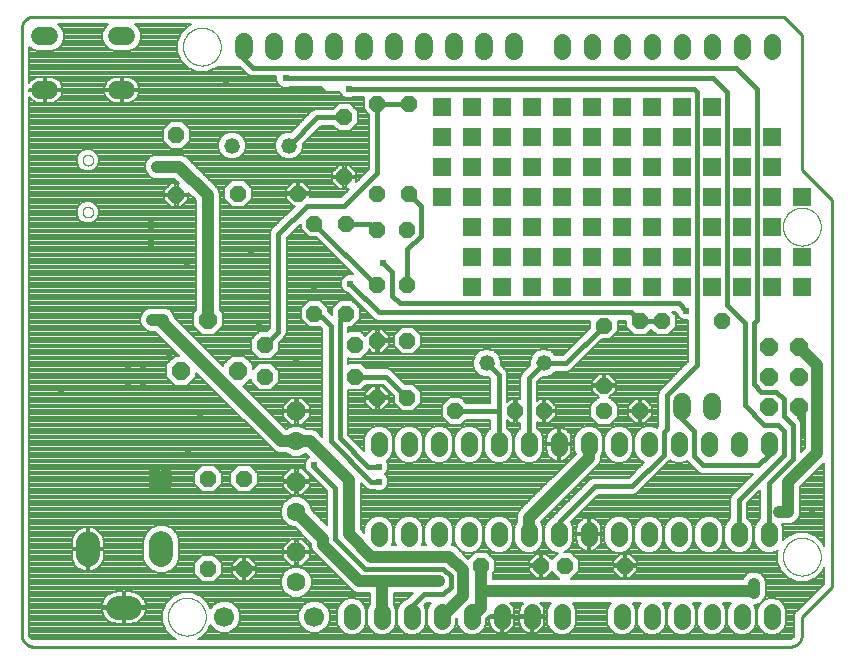
<source format=gbl>
G75*
%MOIN*%
%OFA0B0*%
%FSLAX25Y25*%
%IPPOS*%
%LPD*%
%AMOC8*
5,1,8,0,0,1.08239X$1,22.5*
%
%ADD10C,0.01000*%
%ADD11C,0.00000*%
%ADD12C,0.05600*%
%ADD13OC8,0.06102*%
%ADD14C,0.06000*%
%ADD15OC8,0.06300*%
%ADD16C,0.06300*%
%ADD17OC8,0.05200*%
%ADD18C,0.05200*%
%ADD19C,0.06693*%
%ADD20OC8,0.06000*%
%ADD21C,0.08000*%
%ADD22C,0.04000*%
%ADD23C,0.01600*%
%ADD24C,0.02400*%
%ADD25C,0.00800*%
%ADD26R,0.06496X0.06496*%
D10*
X0009770Y0009437D02*
X0009770Y0211563D01*
X0009772Y0211687D01*
X0009778Y0211810D01*
X0009787Y0211934D01*
X0009801Y0212056D01*
X0009818Y0212179D01*
X0009840Y0212301D01*
X0009865Y0212422D01*
X0009894Y0212542D01*
X0009926Y0212661D01*
X0009963Y0212780D01*
X0010003Y0212897D01*
X0010046Y0213012D01*
X0010094Y0213127D01*
X0010145Y0213239D01*
X0010199Y0213350D01*
X0010257Y0213460D01*
X0010318Y0213567D01*
X0010383Y0213673D01*
X0010451Y0213776D01*
X0010522Y0213877D01*
X0010596Y0213976D01*
X0010673Y0214073D01*
X0010754Y0214167D01*
X0010837Y0214258D01*
X0010923Y0214347D01*
X0011012Y0214433D01*
X0011103Y0214516D01*
X0011197Y0214597D01*
X0011294Y0214674D01*
X0011393Y0214748D01*
X0011494Y0214819D01*
X0011597Y0214887D01*
X0011703Y0214952D01*
X0011810Y0215013D01*
X0011920Y0215071D01*
X0012031Y0215125D01*
X0012143Y0215176D01*
X0012258Y0215224D01*
X0012373Y0215267D01*
X0012490Y0215307D01*
X0012609Y0215344D01*
X0012728Y0215376D01*
X0012848Y0215405D01*
X0012969Y0215430D01*
X0013091Y0215452D01*
X0013214Y0215469D01*
X0013336Y0215483D01*
X0013460Y0215492D01*
X0013583Y0215498D01*
X0013707Y0215500D01*
X0263770Y0215500D01*
X0269770Y0209500D01*
X0269770Y0164500D01*
X0279770Y0154500D01*
X0279770Y0025500D01*
X0269770Y0015500D01*
X0269770Y0009437D01*
X0269768Y0009313D01*
X0269762Y0009190D01*
X0269753Y0009066D01*
X0269739Y0008944D01*
X0269722Y0008821D01*
X0269700Y0008699D01*
X0269675Y0008578D01*
X0269646Y0008458D01*
X0269614Y0008339D01*
X0269577Y0008220D01*
X0269537Y0008103D01*
X0269494Y0007988D01*
X0269446Y0007873D01*
X0269395Y0007761D01*
X0269341Y0007650D01*
X0269283Y0007540D01*
X0269222Y0007433D01*
X0269157Y0007327D01*
X0269089Y0007224D01*
X0269018Y0007123D01*
X0268944Y0007024D01*
X0268867Y0006927D01*
X0268786Y0006833D01*
X0268703Y0006742D01*
X0268617Y0006653D01*
X0268528Y0006567D01*
X0268437Y0006484D01*
X0268343Y0006403D01*
X0268246Y0006326D01*
X0268147Y0006252D01*
X0268046Y0006181D01*
X0267943Y0006113D01*
X0267837Y0006048D01*
X0267730Y0005987D01*
X0267620Y0005929D01*
X0267509Y0005875D01*
X0267397Y0005824D01*
X0267282Y0005776D01*
X0267167Y0005733D01*
X0267050Y0005693D01*
X0266931Y0005656D01*
X0266812Y0005624D01*
X0266692Y0005595D01*
X0266571Y0005570D01*
X0266449Y0005548D01*
X0266326Y0005531D01*
X0266204Y0005517D01*
X0266080Y0005508D01*
X0265957Y0005502D01*
X0265833Y0005500D01*
X0013707Y0005500D01*
X0013583Y0005502D01*
X0013460Y0005508D01*
X0013336Y0005517D01*
X0013214Y0005531D01*
X0013091Y0005548D01*
X0012969Y0005570D01*
X0012848Y0005595D01*
X0012728Y0005624D01*
X0012609Y0005656D01*
X0012490Y0005693D01*
X0012373Y0005733D01*
X0012258Y0005776D01*
X0012143Y0005824D01*
X0012031Y0005875D01*
X0011920Y0005929D01*
X0011810Y0005987D01*
X0011703Y0006048D01*
X0011597Y0006113D01*
X0011494Y0006181D01*
X0011393Y0006252D01*
X0011294Y0006326D01*
X0011197Y0006403D01*
X0011103Y0006484D01*
X0011012Y0006567D01*
X0010923Y0006653D01*
X0010837Y0006742D01*
X0010754Y0006833D01*
X0010673Y0006927D01*
X0010596Y0007024D01*
X0010522Y0007123D01*
X0010451Y0007224D01*
X0010383Y0007327D01*
X0010318Y0007433D01*
X0010257Y0007540D01*
X0010199Y0007650D01*
X0010145Y0007761D01*
X0010094Y0007873D01*
X0010046Y0007988D01*
X0010003Y0008103D01*
X0009963Y0008220D01*
X0009926Y0008339D01*
X0009894Y0008458D01*
X0009865Y0008578D01*
X0009840Y0008699D01*
X0009818Y0008821D01*
X0009801Y0008944D01*
X0009787Y0009066D01*
X0009778Y0009190D01*
X0009772Y0009313D01*
X0009770Y0009437D01*
D11*
X0058471Y0015500D02*
X0058473Y0015658D01*
X0058479Y0015816D01*
X0058489Y0015974D01*
X0058503Y0016132D01*
X0058521Y0016289D01*
X0058542Y0016446D01*
X0058568Y0016602D01*
X0058598Y0016758D01*
X0058631Y0016913D01*
X0058669Y0017066D01*
X0058710Y0017219D01*
X0058755Y0017371D01*
X0058804Y0017522D01*
X0058857Y0017671D01*
X0058913Y0017819D01*
X0058973Y0017965D01*
X0059037Y0018110D01*
X0059105Y0018253D01*
X0059176Y0018395D01*
X0059250Y0018535D01*
X0059328Y0018672D01*
X0059410Y0018808D01*
X0059494Y0018942D01*
X0059583Y0019073D01*
X0059674Y0019202D01*
X0059769Y0019329D01*
X0059866Y0019454D01*
X0059967Y0019576D01*
X0060071Y0019695D01*
X0060178Y0019812D01*
X0060288Y0019926D01*
X0060401Y0020037D01*
X0060516Y0020146D01*
X0060634Y0020251D01*
X0060755Y0020353D01*
X0060878Y0020453D01*
X0061004Y0020549D01*
X0061132Y0020642D01*
X0061262Y0020732D01*
X0061395Y0020818D01*
X0061530Y0020902D01*
X0061666Y0020981D01*
X0061805Y0021058D01*
X0061946Y0021130D01*
X0062088Y0021200D01*
X0062232Y0021265D01*
X0062378Y0021327D01*
X0062525Y0021385D01*
X0062674Y0021440D01*
X0062824Y0021491D01*
X0062975Y0021538D01*
X0063127Y0021581D01*
X0063280Y0021620D01*
X0063435Y0021656D01*
X0063590Y0021687D01*
X0063746Y0021715D01*
X0063902Y0021739D01*
X0064059Y0021759D01*
X0064217Y0021775D01*
X0064374Y0021787D01*
X0064533Y0021795D01*
X0064691Y0021799D01*
X0064849Y0021799D01*
X0065007Y0021795D01*
X0065166Y0021787D01*
X0065323Y0021775D01*
X0065481Y0021759D01*
X0065638Y0021739D01*
X0065794Y0021715D01*
X0065950Y0021687D01*
X0066105Y0021656D01*
X0066260Y0021620D01*
X0066413Y0021581D01*
X0066565Y0021538D01*
X0066716Y0021491D01*
X0066866Y0021440D01*
X0067015Y0021385D01*
X0067162Y0021327D01*
X0067308Y0021265D01*
X0067452Y0021200D01*
X0067594Y0021130D01*
X0067735Y0021058D01*
X0067874Y0020981D01*
X0068010Y0020902D01*
X0068145Y0020818D01*
X0068278Y0020732D01*
X0068408Y0020642D01*
X0068536Y0020549D01*
X0068662Y0020453D01*
X0068785Y0020353D01*
X0068906Y0020251D01*
X0069024Y0020146D01*
X0069139Y0020037D01*
X0069252Y0019926D01*
X0069362Y0019812D01*
X0069469Y0019695D01*
X0069573Y0019576D01*
X0069674Y0019454D01*
X0069771Y0019329D01*
X0069866Y0019202D01*
X0069957Y0019073D01*
X0070046Y0018942D01*
X0070130Y0018808D01*
X0070212Y0018672D01*
X0070290Y0018535D01*
X0070364Y0018395D01*
X0070435Y0018253D01*
X0070503Y0018110D01*
X0070567Y0017965D01*
X0070627Y0017819D01*
X0070683Y0017671D01*
X0070736Y0017522D01*
X0070785Y0017371D01*
X0070830Y0017219D01*
X0070871Y0017066D01*
X0070909Y0016913D01*
X0070942Y0016758D01*
X0070972Y0016602D01*
X0070998Y0016446D01*
X0071019Y0016289D01*
X0071037Y0016132D01*
X0071051Y0015974D01*
X0071061Y0015816D01*
X0071067Y0015658D01*
X0071069Y0015500D01*
X0071067Y0015342D01*
X0071061Y0015184D01*
X0071051Y0015026D01*
X0071037Y0014868D01*
X0071019Y0014711D01*
X0070998Y0014554D01*
X0070972Y0014398D01*
X0070942Y0014242D01*
X0070909Y0014087D01*
X0070871Y0013934D01*
X0070830Y0013781D01*
X0070785Y0013629D01*
X0070736Y0013478D01*
X0070683Y0013329D01*
X0070627Y0013181D01*
X0070567Y0013035D01*
X0070503Y0012890D01*
X0070435Y0012747D01*
X0070364Y0012605D01*
X0070290Y0012465D01*
X0070212Y0012328D01*
X0070130Y0012192D01*
X0070046Y0012058D01*
X0069957Y0011927D01*
X0069866Y0011798D01*
X0069771Y0011671D01*
X0069674Y0011546D01*
X0069573Y0011424D01*
X0069469Y0011305D01*
X0069362Y0011188D01*
X0069252Y0011074D01*
X0069139Y0010963D01*
X0069024Y0010854D01*
X0068906Y0010749D01*
X0068785Y0010647D01*
X0068662Y0010547D01*
X0068536Y0010451D01*
X0068408Y0010358D01*
X0068278Y0010268D01*
X0068145Y0010182D01*
X0068010Y0010098D01*
X0067874Y0010019D01*
X0067735Y0009942D01*
X0067594Y0009870D01*
X0067452Y0009800D01*
X0067308Y0009735D01*
X0067162Y0009673D01*
X0067015Y0009615D01*
X0066866Y0009560D01*
X0066716Y0009509D01*
X0066565Y0009462D01*
X0066413Y0009419D01*
X0066260Y0009380D01*
X0066105Y0009344D01*
X0065950Y0009313D01*
X0065794Y0009285D01*
X0065638Y0009261D01*
X0065481Y0009241D01*
X0065323Y0009225D01*
X0065166Y0009213D01*
X0065007Y0009205D01*
X0064849Y0009201D01*
X0064691Y0009201D01*
X0064533Y0009205D01*
X0064374Y0009213D01*
X0064217Y0009225D01*
X0064059Y0009241D01*
X0063902Y0009261D01*
X0063746Y0009285D01*
X0063590Y0009313D01*
X0063435Y0009344D01*
X0063280Y0009380D01*
X0063127Y0009419D01*
X0062975Y0009462D01*
X0062824Y0009509D01*
X0062674Y0009560D01*
X0062525Y0009615D01*
X0062378Y0009673D01*
X0062232Y0009735D01*
X0062088Y0009800D01*
X0061946Y0009870D01*
X0061805Y0009942D01*
X0061666Y0010019D01*
X0061530Y0010098D01*
X0061395Y0010182D01*
X0061262Y0010268D01*
X0061132Y0010358D01*
X0061004Y0010451D01*
X0060878Y0010547D01*
X0060755Y0010647D01*
X0060634Y0010749D01*
X0060516Y0010854D01*
X0060401Y0010963D01*
X0060288Y0011074D01*
X0060178Y0011188D01*
X0060071Y0011305D01*
X0059967Y0011424D01*
X0059866Y0011546D01*
X0059769Y0011671D01*
X0059674Y0011798D01*
X0059583Y0011927D01*
X0059494Y0012058D01*
X0059410Y0012192D01*
X0059328Y0012328D01*
X0059250Y0012465D01*
X0059176Y0012605D01*
X0059105Y0012747D01*
X0059037Y0012890D01*
X0058973Y0013035D01*
X0058913Y0013181D01*
X0058857Y0013329D01*
X0058804Y0013478D01*
X0058755Y0013629D01*
X0058710Y0013781D01*
X0058669Y0013934D01*
X0058631Y0014087D01*
X0058598Y0014242D01*
X0058568Y0014398D01*
X0058542Y0014554D01*
X0058521Y0014711D01*
X0058503Y0014868D01*
X0058489Y0015026D01*
X0058479Y0015184D01*
X0058473Y0015342D01*
X0058471Y0015500D01*
X0029998Y0150339D02*
X0030000Y0150423D01*
X0030006Y0150506D01*
X0030016Y0150589D01*
X0030030Y0150672D01*
X0030047Y0150754D01*
X0030069Y0150835D01*
X0030094Y0150914D01*
X0030123Y0150993D01*
X0030156Y0151070D01*
X0030192Y0151145D01*
X0030232Y0151219D01*
X0030275Y0151291D01*
X0030322Y0151360D01*
X0030372Y0151427D01*
X0030425Y0151492D01*
X0030481Y0151554D01*
X0030539Y0151614D01*
X0030601Y0151671D01*
X0030665Y0151724D01*
X0030732Y0151775D01*
X0030801Y0151822D01*
X0030872Y0151867D01*
X0030945Y0151907D01*
X0031020Y0151944D01*
X0031097Y0151978D01*
X0031175Y0152008D01*
X0031254Y0152034D01*
X0031335Y0152057D01*
X0031417Y0152075D01*
X0031499Y0152090D01*
X0031582Y0152101D01*
X0031665Y0152108D01*
X0031749Y0152111D01*
X0031833Y0152110D01*
X0031916Y0152105D01*
X0032000Y0152096D01*
X0032082Y0152083D01*
X0032164Y0152067D01*
X0032245Y0152046D01*
X0032326Y0152022D01*
X0032404Y0151994D01*
X0032482Y0151962D01*
X0032558Y0151926D01*
X0032632Y0151887D01*
X0032704Y0151845D01*
X0032774Y0151799D01*
X0032842Y0151750D01*
X0032907Y0151698D01*
X0032970Y0151643D01*
X0033030Y0151585D01*
X0033088Y0151524D01*
X0033142Y0151460D01*
X0033194Y0151394D01*
X0033242Y0151326D01*
X0033287Y0151255D01*
X0033328Y0151182D01*
X0033367Y0151108D01*
X0033401Y0151032D01*
X0033432Y0150954D01*
X0033459Y0150875D01*
X0033483Y0150794D01*
X0033502Y0150713D01*
X0033518Y0150631D01*
X0033530Y0150548D01*
X0033538Y0150464D01*
X0033542Y0150381D01*
X0033542Y0150297D01*
X0033538Y0150214D01*
X0033530Y0150130D01*
X0033518Y0150047D01*
X0033502Y0149965D01*
X0033483Y0149884D01*
X0033459Y0149803D01*
X0033432Y0149724D01*
X0033401Y0149646D01*
X0033367Y0149570D01*
X0033328Y0149496D01*
X0033287Y0149423D01*
X0033242Y0149352D01*
X0033194Y0149284D01*
X0033142Y0149218D01*
X0033088Y0149154D01*
X0033030Y0149093D01*
X0032970Y0149035D01*
X0032907Y0148980D01*
X0032842Y0148928D01*
X0032774Y0148879D01*
X0032704Y0148833D01*
X0032632Y0148791D01*
X0032558Y0148752D01*
X0032482Y0148716D01*
X0032404Y0148684D01*
X0032326Y0148656D01*
X0032245Y0148632D01*
X0032164Y0148611D01*
X0032082Y0148595D01*
X0032000Y0148582D01*
X0031916Y0148573D01*
X0031833Y0148568D01*
X0031749Y0148567D01*
X0031665Y0148570D01*
X0031582Y0148577D01*
X0031499Y0148588D01*
X0031417Y0148603D01*
X0031335Y0148621D01*
X0031254Y0148644D01*
X0031175Y0148670D01*
X0031097Y0148700D01*
X0031020Y0148734D01*
X0030945Y0148771D01*
X0030872Y0148811D01*
X0030801Y0148856D01*
X0030732Y0148903D01*
X0030665Y0148954D01*
X0030601Y0149007D01*
X0030539Y0149064D01*
X0030481Y0149124D01*
X0030425Y0149186D01*
X0030372Y0149251D01*
X0030322Y0149318D01*
X0030275Y0149387D01*
X0030232Y0149459D01*
X0030192Y0149533D01*
X0030156Y0149608D01*
X0030123Y0149685D01*
X0030094Y0149764D01*
X0030069Y0149843D01*
X0030047Y0149924D01*
X0030030Y0150006D01*
X0030016Y0150089D01*
X0030006Y0150172D01*
X0030000Y0150255D01*
X0029998Y0150339D01*
X0029998Y0167661D02*
X0030000Y0167745D01*
X0030006Y0167828D01*
X0030016Y0167911D01*
X0030030Y0167994D01*
X0030047Y0168076D01*
X0030069Y0168157D01*
X0030094Y0168236D01*
X0030123Y0168315D01*
X0030156Y0168392D01*
X0030192Y0168467D01*
X0030232Y0168541D01*
X0030275Y0168613D01*
X0030322Y0168682D01*
X0030372Y0168749D01*
X0030425Y0168814D01*
X0030481Y0168876D01*
X0030539Y0168936D01*
X0030601Y0168993D01*
X0030665Y0169046D01*
X0030732Y0169097D01*
X0030801Y0169144D01*
X0030872Y0169189D01*
X0030945Y0169229D01*
X0031020Y0169266D01*
X0031097Y0169300D01*
X0031175Y0169330D01*
X0031254Y0169356D01*
X0031335Y0169379D01*
X0031417Y0169397D01*
X0031499Y0169412D01*
X0031582Y0169423D01*
X0031665Y0169430D01*
X0031749Y0169433D01*
X0031833Y0169432D01*
X0031916Y0169427D01*
X0032000Y0169418D01*
X0032082Y0169405D01*
X0032164Y0169389D01*
X0032245Y0169368D01*
X0032326Y0169344D01*
X0032404Y0169316D01*
X0032482Y0169284D01*
X0032558Y0169248D01*
X0032632Y0169209D01*
X0032704Y0169167D01*
X0032774Y0169121D01*
X0032842Y0169072D01*
X0032907Y0169020D01*
X0032970Y0168965D01*
X0033030Y0168907D01*
X0033088Y0168846D01*
X0033142Y0168782D01*
X0033194Y0168716D01*
X0033242Y0168648D01*
X0033287Y0168577D01*
X0033328Y0168504D01*
X0033367Y0168430D01*
X0033401Y0168354D01*
X0033432Y0168276D01*
X0033459Y0168197D01*
X0033483Y0168116D01*
X0033502Y0168035D01*
X0033518Y0167953D01*
X0033530Y0167870D01*
X0033538Y0167786D01*
X0033542Y0167703D01*
X0033542Y0167619D01*
X0033538Y0167536D01*
X0033530Y0167452D01*
X0033518Y0167369D01*
X0033502Y0167287D01*
X0033483Y0167206D01*
X0033459Y0167125D01*
X0033432Y0167046D01*
X0033401Y0166968D01*
X0033367Y0166892D01*
X0033328Y0166818D01*
X0033287Y0166745D01*
X0033242Y0166674D01*
X0033194Y0166606D01*
X0033142Y0166540D01*
X0033088Y0166476D01*
X0033030Y0166415D01*
X0032970Y0166357D01*
X0032907Y0166302D01*
X0032842Y0166250D01*
X0032774Y0166201D01*
X0032704Y0166155D01*
X0032632Y0166113D01*
X0032558Y0166074D01*
X0032482Y0166038D01*
X0032404Y0166006D01*
X0032326Y0165978D01*
X0032245Y0165954D01*
X0032164Y0165933D01*
X0032082Y0165917D01*
X0032000Y0165904D01*
X0031916Y0165895D01*
X0031833Y0165890D01*
X0031749Y0165889D01*
X0031665Y0165892D01*
X0031582Y0165899D01*
X0031499Y0165910D01*
X0031417Y0165925D01*
X0031335Y0165943D01*
X0031254Y0165966D01*
X0031175Y0165992D01*
X0031097Y0166022D01*
X0031020Y0166056D01*
X0030945Y0166093D01*
X0030872Y0166133D01*
X0030801Y0166178D01*
X0030732Y0166225D01*
X0030665Y0166276D01*
X0030601Y0166329D01*
X0030539Y0166386D01*
X0030481Y0166446D01*
X0030425Y0166508D01*
X0030372Y0166573D01*
X0030322Y0166640D01*
X0030275Y0166709D01*
X0030232Y0166781D01*
X0030192Y0166855D01*
X0030156Y0166930D01*
X0030123Y0167007D01*
X0030094Y0167086D01*
X0030069Y0167165D01*
X0030047Y0167246D01*
X0030030Y0167328D01*
X0030016Y0167411D01*
X0030006Y0167494D01*
X0030000Y0167577D01*
X0029998Y0167661D01*
X0063471Y0205500D02*
X0063473Y0205658D01*
X0063479Y0205816D01*
X0063489Y0205974D01*
X0063503Y0206132D01*
X0063521Y0206289D01*
X0063542Y0206446D01*
X0063568Y0206602D01*
X0063598Y0206758D01*
X0063631Y0206913D01*
X0063669Y0207066D01*
X0063710Y0207219D01*
X0063755Y0207371D01*
X0063804Y0207522D01*
X0063857Y0207671D01*
X0063913Y0207819D01*
X0063973Y0207965D01*
X0064037Y0208110D01*
X0064105Y0208253D01*
X0064176Y0208395D01*
X0064250Y0208535D01*
X0064328Y0208672D01*
X0064410Y0208808D01*
X0064494Y0208942D01*
X0064583Y0209073D01*
X0064674Y0209202D01*
X0064769Y0209329D01*
X0064866Y0209454D01*
X0064967Y0209576D01*
X0065071Y0209695D01*
X0065178Y0209812D01*
X0065288Y0209926D01*
X0065401Y0210037D01*
X0065516Y0210146D01*
X0065634Y0210251D01*
X0065755Y0210353D01*
X0065878Y0210453D01*
X0066004Y0210549D01*
X0066132Y0210642D01*
X0066262Y0210732D01*
X0066395Y0210818D01*
X0066530Y0210902D01*
X0066666Y0210981D01*
X0066805Y0211058D01*
X0066946Y0211130D01*
X0067088Y0211200D01*
X0067232Y0211265D01*
X0067378Y0211327D01*
X0067525Y0211385D01*
X0067674Y0211440D01*
X0067824Y0211491D01*
X0067975Y0211538D01*
X0068127Y0211581D01*
X0068280Y0211620D01*
X0068435Y0211656D01*
X0068590Y0211687D01*
X0068746Y0211715D01*
X0068902Y0211739D01*
X0069059Y0211759D01*
X0069217Y0211775D01*
X0069374Y0211787D01*
X0069533Y0211795D01*
X0069691Y0211799D01*
X0069849Y0211799D01*
X0070007Y0211795D01*
X0070166Y0211787D01*
X0070323Y0211775D01*
X0070481Y0211759D01*
X0070638Y0211739D01*
X0070794Y0211715D01*
X0070950Y0211687D01*
X0071105Y0211656D01*
X0071260Y0211620D01*
X0071413Y0211581D01*
X0071565Y0211538D01*
X0071716Y0211491D01*
X0071866Y0211440D01*
X0072015Y0211385D01*
X0072162Y0211327D01*
X0072308Y0211265D01*
X0072452Y0211200D01*
X0072594Y0211130D01*
X0072735Y0211058D01*
X0072874Y0210981D01*
X0073010Y0210902D01*
X0073145Y0210818D01*
X0073278Y0210732D01*
X0073408Y0210642D01*
X0073536Y0210549D01*
X0073662Y0210453D01*
X0073785Y0210353D01*
X0073906Y0210251D01*
X0074024Y0210146D01*
X0074139Y0210037D01*
X0074252Y0209926D01*
X0074362Y0209812D01*
X0074469Y0209695D01*
X0074573Y0209576D01*
X0074674Y0209454D01*
X0074771Y0209329D01*
X0074866Y0209202D01*
X0074957Y0209073D01*
X0075046Y0208942D01*
X0075130Y0208808D01*
X0075212Y0208672D01*
X0075290Y0208535D01*
X0075364Y0208395D01*
X0075435Y0208253D01*
X0075503Y0208110D01*
X0075567Y0207965D01*
X0075627Y0207819D01*
X0075683Y0207671D01*
X0075736Y0207522D01*
X0075785Y0207371D01*
X0075830Y0207219D01*
X0075871Y0207066D01*
X0075909Y0206913D01*
X0075942Y0206758D01*
X0075972Y0206602D01*
X0075998Y0206446D01*
X0076019Y0206289D01*
X0076037Y0206132D01*
X0076051Y0205974D01*
X0076061Y0205816D01*
X0076067Y0205658D01*
X0076069Y0205500D01*
X0076067Y0205342D01*
X0076061Y0205184D01*
X0076051Y0205026D01*
X0076037Y0204868D01*
X0076019Y0204711D01*
X0075998Y0204554D01*
X0075972Y0204398D01*
X0075942Y0204242D01*
X0075909Y0204087D01*
X0075871Y0203934D01*
X0075830Y0203781D01*
X0075785Y0203629D01*
X0075736Y0203478D01*
X0075683Y0203329D01*
X0075627Y0203181D01*
X0075567Y0203035D01*
X0075503Y0202890D01*
X0075435Y0202747D01*
X0075364Y0202605D01*
X0075290Y0202465D01*
X0075212Y0202328D01*
X0075130Y0202192D01*
X0075046Y0202058D01*
X0074957Y0201927D01*
X0074866Y0201798D01*
X0074771Y0201671D01*
X0074674Y0201546D01*
X0074573Y0201424D01*
X0074469Y0201305D01*
X0074362Y0201188D01*
X0074252Y0201074D01*
X0074139Y0200963D01*
X0074024Y0200854D01*
X0073906Y0200749D01*
X0073785Y0200647D01*
X0073662Y0200547D01*
X0073536Y0200451D01*
X0073408Y0200358D01*
X0073278Y0200268D01*
X0073145Y0200182D01*
X0073010Y0200098D01*
X0072874Y0200019D01*
X0072735Y0199942D01*
X0072594Y0199870D01*
X0072452Y0199800D01*
X0072308Y0199735D01*
X0072162Y0199673D01*
X0072015Y0199615D01*
X0071866Y0199560D01*
X0071716Y0199509D01*
X0071565Y0199462D01*
X0071413Y0199419D01*
X0071260Y0199380D01*
X0071105Y0199344D01*
X0070950Y0199313D01*
X0070794Y0199285D01*
X0070638Y0199261D01*
X0070481Y0199241D01*
X0070323Y0199225D01*
X0070166Y0199213D01*
X0070007Y0199205D01*
X0069849Y0199201D01*
X0069691Y0199201D01*
X0069533Y0199205D01*
X0069374Y0199213D01*
X0069217Y0199225D01*
X0069059Y0199241D01*
X0068902Y0199261D01*
X0068746Y0199285D01*
X0068590Y0199313D01*
X0068435Y0199344D01*
X0068280Y0199380D01*
X0068127Y0199419D01*
X0067975Y0199462D01*
X0067824Y0199509D01*
X0067674Y0199560D01*
X0067525Y0199615D01*
X0067378Y0199673D01*
X0067232Y0199735D01*
X0067088Y0199800D01*
X0066946Y0199870D01*
X0066805Y0199942D01*
X0066666Y0200019D01*
X0066530Y0200098D01*
X0066395Y0200182D01*
X0066262Y0200268D01*
X0066132Y0200358D01*
X0066004Y0200451D01*
X0065878Y0200547D01*
X0065755Y0200647D01*
X0065634Y0200749D01*
X0065516Y0200854D01*
X0065401Y0200963D01*
X0065288Y0201074D01*
X0065178Y0201188D01*
X0065071Y0201305D01*
X0064967Y0201424D01*
X0064866Y0201546D01*
X0064769Y0201671D01*
X0064674Y0201798D01*
X0064583Y0201927D01*
X0064494Y0202058D01*
X0064410Y0202192D01*
X0064328Y0202328D01*
X0064250Y0202465D01*
X0064176Y0202605D01*
X0064105Y0202747D01*
X0064037Y0202890D01*
X0063973Y0203035D01*
X0063913Y0203181D01*
X0063857Y0203329D01*
X0063804Y0203478D01*
X0063755Y0203629D01*
X0063710Y0203781D01*
X0063669Y0203934D01*
X0063631Y0204087D01*
X0063598Y0204242D01*
X0063568Y0204398D01*
X0063542Y0204554D01*
X0063521Y0204711D01*
X0063503Y0204868D01*
X0063489Y0205026D01*
X0063479Y0205184D01*
X0063473Y0205342D01*
X0063471Y0205500D01*
X0263471Y0145500D02*
X0263473Y0145658D01*
X0263479Y0145816D01*
X0263489Y0145974D01*
X0263503Y0146132D01*
X0263521Y0146289D01*
X0263542Y0146446D01*
X0263568Y0146602D01*
X0263598Y0146758D01*
X0263631Y0146913D01*
X0263669Y0147066D01*
X0263710Y0147219D01*
X0263755Y0147371D01*
X0263804Y0147522D01*
X0263857Y0147671D01*
X0263913Y0147819D01*
X0263973Y0147965D01*
X0264037Y0148110D01*
X0264105Y0148253D01*
X0264176Y0148395D01*
X0264250Y0148535D01*
X0264328Y0148672D01*
X0264410Y0148808D01*
X0264494Y0148942D01*
X0264583Y0149073D01*
X0264674Y0149202D01*
X0264769Y0149329D01*
X0264866Y0149454D01*
X0264967Y0149576D01*
X0265071Y0149695D01*
X0265178Y0149812D01*
X0265288Y0149926D01*
X0265401Y0150037D01*
X0265516Y0150146D01*
X0265634Y0150251D01*
X0265755Y0150353D01*
X0265878Y0150453D01*
X0266004Y0150549D01*
X0266132Y0150642D01*
X0266262Y0150732D01*
X0266395Y0150818D01*
X0266530Y0150902D01*
X0266666Y0150981D01*
X0266805Y0151058D01*
X0266946Y0151130D01*
X0267088Y0151200D01*
X0267232Y0151265D01*
X0267378Y0151327D01*
X0267525Y0151385D01*
X0267674Y0151440D01*
X0267824Y0151491D01*
X0267975Y0151538D01*
X0268127Y0151581D01*
X0268280Y0151620D01*
X0268435Y0151656D01*
X0268590Y0151687D01*
X0268746Y0151715D01*
X0268902Y0151739D01*
X0269059Y0151759D01*
X0269217Y0151775D01*
X0269374Y0151787D01*
X0269533Y0151795D01*
X0269691Y0151799D01*
X0269849Y0151799D01*
X0270007Y0151795D01*
X0270166Y0151787D01*
X0270323Y0151775D01*
X0270481Y0151759D01*
X0270638Y0151739D01*
X0270794Y0151715D01*
X0270950Y0151687D01*
X0271105Y0151656D01*
X0271260Y0151620D01*
X0271413Y0151581D01*
X0271565Y0151538D01*
X0271716Y0151491D01*
X0271866Y0151440D01*
X0272015Y0151385D01*
X0272162Y0151327D01*
X0272308Y0151265D01*
X0272452Y0151200D01*
X0272594Y0151130D01*
X0272735Y0151058D01*
X0272874Y0150981D01*
X0273010Y0150902D01*
X0273145Y0150818D01*
X0273278Y0150732D01*
X0273408Y0150642D01*
X0273536Y0150549D01*
X0273662Y0150453D01*
X0273785Y0150353D01*
X0273906Y0150251D01*
X0274024Y0150146D01*
X0274139Y0150037D01*
X0274252Y0149926D01*
X0274362Y0149812D01*
X0274469Y0149695D01*
X0274573Y0149576D01*
X0274674Y0149454D01*
X0274771Y0149329D01*
X0274866Y0149202D01*
X0274957Y0149073D01*
X0275046Y0148942D01*
X0275130Y0148808D01*
X0275212Y0148672D01*
X0275290Y0148535D01*
X0275364Y0148395D01*
X0275435Y0148253D01*
X0275503Y0148110D01*
X0275567Y0147965D01*
X0275627Y0147819D01*
X0275683Y0147671D01*
X0275736Y0147522D01*
X0275785Y0147371D01*
X0275830Y0147219D01*
X0275871Y0147066D01*
X0275909Y0146913D01*
X0275942Y0146758D01*
X0275972Y0146602D01*
X0275998Y0146446D01*
X0276019Y0146289D01*
X0276037Y0146132D01*
X0276051Y0145974D01*
X0276061Y0145816D01*
X0276067Y0145658D01*
X0276069Y0145500D01*
X0276067Y0145342D01*
X0276061Y0145184D01*
X0276051Y0145026D01*
X0276037Y0144868D01*
X0276019Y0144711D01*
X0275998Y0144554D01*
X0275972Y0144398D01*
X0275942Y0144242D01*
X0275909Y0144087D01*
X0275871Y0143934D01*
X0275830Y0143781D01*
X0275785Y0143629D01*
X0275736Y0143478D01*
X0275683Y0143329D01*
X0275627Y0143181D01*
X0275567Y0143035D01*
X0275503Y0142890D01*
X0275435Y0142747D01*
X0275364Y0142605D01*
X0275290Y0142465D01*
X0275212Y0142328D01*
X0275130Y0142192D01*
X0275046Y0142058D01*
X0274957Y0141927D01*
X0274866Y0141798D01*
X0274771Y0141671D01*
X0274674Y0141546D01*
X0274573Y0141424D01*
X0274469Y0141305D01*
X0274362Y0141188D01*
X0274252Y0141074D01*
X0274139Y0140963D01*
X0274024Y0140854D01*
X0273906Y0140749D01*
X0273785Y0140647D01*
X0273662Y0140547D01*
X0273536Y0140451D01*
X0273408Y0140358D01*
X0273278Y0140268D01*
X0273145Y0140182D01*
X0273010Y0140098D01*
X0272874Y0140019D01*
X0272735Y0139942D01*
X0272594Y0139870D01*
X0272452Y0139800D01*
X0272308Y0139735D01*
X0272162Y0139673D01*
X0272015Y0139615D01*
X0271866Y0139560D01*
X0271716Y0139509D01*
X0271565Y0139462D01*
X0271413Y0139419D01*
X0271260Y0139380D01*
X0271105Y0139344D01*
X0270950Y0139313D01*
X0270794Y0139285D01*
X0270638Y0139261D01*
X0270481Y0139241D01*
X0270323Y0139225D01*
X0270166Y0139213D01*
X0270007Y0139205D01*
X0269849Y0139201D01*
X0269691Y0139201D01*
X0269533Y0139205D01*
X0269374Y0139213D01*
X0269217Y0139225D01*
X0269059Y0139241D01*
X0268902Y0139261D01*
X0268746Y0139285D01*
X0268590Y0139313D01*
X0268435Y0139344D01*
X0268280Y0139380D01*
X0268127Y0139419D01*
X0267975Y0139462D01*
X0267824Y0139509D01*
X0267674Y0139560D01*
X0267525Y0139615D01*
X0267378Y0139673D01*
X0267232Y0139735D01*
X0267088Y0139800D01*
X0266946Y0139870D01*
X0266805Y0139942D01*
X0266666Y0140019D01*
X0266530Y0140098D01*
X0266395Y0140182D01*
X0266262Y0140268D01*
X0266132Y0140358D01*
X0266004Y0140451D01*
X0265878Y0140547D01*
X0265755Y0140647D01*
X0265634Y0140749D01*
X0265516Y0140854D01*
X0265401Y0140963D01*
X0265288Y0141074D01*
X0265178Y0141188D01*
X0265071Y0141305D01*
X0264967Y0141424D01*
X0264866Y0141546D01*
X0264769Y0141671D01*
X0264674Y0141798D01*
X0264583Y0141927D01*
X0264494Y0142058D01*
X0264410Y0142192D01*
X0264328Y0142328D01*
X0264250Y0142465D01*
X0264176Y0142605D01*
X0264105Y0142747D01*
X0264037Y0142890D01*
X0263973Y0143035D01*
X0263913Y0143181D01*
X0263857Y0143329D01*
X0263804Y0143478D01*
X0263755Y0143629D01*
X0263710Y0143781D01*
X0263669Y0143934D01*
X0263631Y0144087D01*
X0263598Y0144242D01*
X0263568Y0144398D01*
X0263542Y0144554D01*
X0263521Y0144711D01*
X0263503Y0144868D01*
X0263489Y0145026D01*
X0263479Y0145184D01*
X0263473Y0145342D01*
X0263471Y0145500D01*
X0263471Y0035500D02*
X0263473Y0035658D01*
X0263479Y0035816D01*
X0263489Y0035974D01*
X0263503Y0036132D01*
X0263521Y0036289D01*
X0263542Y0036446D01*
X0263568Y0036602D01*
X0263598Y0036758D01*
X0263631Y0036913D01*
X0263669Y0037066D01*
X0263710Y0037219D01*
X0263755Y0037371D01*
X0263804Y0037522D01*
X0263857Y0037671D01*
X0263913Y0037819D01*
X0263973Y0037965D01*
X0264037Y0038110D01*
X0264105Y0038253D01*
X0264176Y0038395D01*
X0264250Y0038535D01*
X0264328Y0038672D01*
X0264410Y0038808D01*
X0264494Y0038942D01*
X0264583Y0039073D01*
X0264674Y0039202D01*
X0264769Y0039329D01*
X0264866Y0039454D01*
X0264967Y0039576D01*
X0265071Y0039695D01*
X0265178Y0039812D01*
X0265288Y0039926D01*
X0265401Y0040037D01*
X0265516Y0040146D01*
X0265634Y0040251D01*
X0265755Y0040353D01*
X0265878Y0040453D01*
X0266004Y0040549D01*
X0266132Y0040642D01*
X0266262Y0040732D01*
X0266395Y0040818D01*
X0266530Y0040902D01*
X0266666Y0040981D01*
X0266805Y0041058D01*
X0266946Y0041130D01*
X0267088Y0041200D01*
X0267232Y0041265D01*
X0267378Y0041327D01*
X0267525Y0041385D01*
X0267674Y0041440D01*
X0267824Y0041491D01*
X0267975Y0041538D01*
X0268127Y0041581D01*
X0268280Y0041620D01*
X0268435Y0041656D01*
X0268590Y0041687D01*
X0268746Y0041715D01*
X0268902Y0041739D01*
X0269059Y0041759D01*
X0269217Y0041775D01*
X0269374Y0041787D01*
X0269533Y0041795D01*
X0269691Y0041799D01*
X0269849Y0041799D01*
X0270007Y0041795D01*
X0270166Y0041787D01*
X0270323Y0041775D01*
X0270481Y0041759D01*
X0270638Y0041739D01*
X0270794Y0041715D01*
X0270950Y0041687D01*
X0271105Y0041656D01*
X0271260Y0041620D01*
X0271413Y0041581D01*
X0271565Y0041538D01*
X0271716Y0041491D01*
X0271866Y0041440D01*
X0272015Y0041385D01*
X0272162Y0041327D01*
X0272308Y0041265D01*
X0272452Y0041200D01*
X0272594Y0041130D01*
X0272735Y0041058D01*
X0272874Y0040981D01*
X0273010Y0040902D01*
X0273145Y0040818D01*
X0273278Y0040732D01*
X0273408Y0040642D01*
X0273536Y0040549D01*
X0273662Y0040453D01*
X0273785Y0040353D01*
X0273906Y0040251D01*
X0274024Y0040146D01*
X0274139Y0040037D01*
X0274252Y0039926D01*
X0274362Y0039812D01*
X0274469Y0039695D01*
X0274573Y0039576D01*
X0274674Y0039454D01*
X0274771Y0039329D01*
X0274866Y0039202D01*
X0274957Y0039073D01*
X0275046Y0038942D01*
X0275130Y0038808D01*
X0275212Y0038672D01*
X0275290Y0038535D01*
X0275364Y0038395D01*
X0275435Y0038253D01*
X0275503Y0038110D01*
X0275567Y0037965D01*
X0275627Y0037819D01*
X0275683Y0037671D01*
X0275736Y0037522D01*
X0275785Y0037371D01*
X0275830Y0037219D01*
X0275871Y0037066D01*
X0275909Y0036913D01*
X0275942Y0036758D01*
X0275972Y0036602D01*
X0275998Y0036446D01*
X0276019Y0036289D01*
X0276037Y0036132D01*
X0276051Y0035974D01*
X0276061Y0035816D01*
X0276067Y0035658D01*
X0276069Y0035500D01*
X0276067Y0035342D01*
X0276061Y0035184D01*
X0276051Y0035026D01*
X0276037Y0034868D01*
X0276019Y0034711D01*
X0275998Y0034554D01*
X0275972Y0034398D01*
X0275942Y0034242D01*
X0275909Y0034087D01*
X0275871Y0033934D01*
X0275830Y0033781D01*
X0275785Y0033629D01*
X0275736Y0033478D01*
X0275683Y0033329D01*
X0275627Y0033181D01*
X0275567Y0033035D01*
X0275503Y0032890D01*
X0275435Y0032747D01*
X0275364Y0032605D01*
X0275290Y0032465D01*
X0275212Y0032328D01*
X0275130Y0032192D01*
X0275046Y0032058D01*
X0274957Y0031927D01*
X0274866Y0031798D01*
X0274771Y0031671D01*
X0274674Y0031546D01*
X0274573Y0031424D01*
X0274469Y0031305D01*
X0274362Y0031188D01*
X0274252Y0031074D01*
X0274139Y0030963D01*
X0274024Y0030854D01*
X0273906Y0030749D01*
X0273785Y0030647D01*
X0273662Y0030547D01*
X0273536Y0030451D01*
X0273408Y0030358D01*
X0273278Y0030268D01*
X0273145Y0030182D01*
X0273010Y0030098D01*
X0272874Y0030019D01*
X0272735Y0029942D01*
X0272594Y0029870D01*
X0272452Y0029800D01*
X0272308Y0029735D01*
X0272162Y0029673D01*
X0272015Y0029615D01*
X0271866Y0029560D01*
X0271716Y0029509D01*
X0271565Y0029462D01*
X0271413Y0029419D01*
X0271260Y0029380D01*
X0271105Y0029344D01*
X0270950Y0029313D01*
X0270794Y0029285D01*
X0270638Y0029261D01*
X0270481Y0029241D01*
X0270323Y0029225D01*
X0270166Y0029213D01*
X0270007Y0029205D01*
X0269849Y0029201D01*
X0269691Y0029201D01*
X0269533Y0029205D01*
X0269374Y0029213D01*
X0269217Y0029225D01*
X0269059Y0029241D01*
X0268902Y0029261D01*
X0268746Y0029285D01*
X0268590Y0029313D01*
X0268435Y0029344D01*
X0268280Y0029380D01*
X0268127Y0029419D01*
X0267975Y0029462D01*
X0267824Y0029509D01*
X0267674Y0029560D01*
X0267525Y0029615D01*
X0267378Y0029673D01*
X0267232Y0029735D01*
X0267088Y0029800D01*
X0266946Y0029870D01*
X0266805Y0029942D01*
X0266666Y0030019D01*
X0266530Y0030098D01*
X0266395Y0030182D01*
X0266262Y0030268D01*
X0266132Y0030358D01*
X0266004Y0030451D01*
X0265878Y0030547D01*
X0265755Y0030647D01*
X0265634Y0030749D01*
X0265516Y0030854D01*
X0265401Y0030963D01*
X0265288Y0031074D01*
X0265178Y0031188D01*
X0265071Y0031305D01*
X0264967Y0031424D01*
X0264866Y0031546D01*
X0264769Y0031671D01*
X0264674Y0031798D01*
X0264583Y0031927D01*
X0264494Y0032058D01*
X0264410Y0032192D01*
X0264328Y0032328D01*
X0264250Y0032465D01*
X0264176Y0032605D01*
X0264105Y0032747D01*
X0264037Y0032890D01*
X0263973Y0033035D01*
X0263913Y0033181D01*
X0263857Y0033329D01*
X0263804Y0033478D01*
X0263755Y0033629D01*
X0263710Y0033781D01*
X0263669Y0033934D01*
X0263631Y0034087D01*
X0263598Y0034242D01*
X0263568Y0034398D01*
X0263542Y0034554D01*
X0263521Y0034711D01*
X0263503Y0034868D01*
X0263489Y0035026D01*
X0263479Y0035184D01*
X0263473Y0035342D01*
X0263471Y0035500D01*
D12*
X0258770Y0041600D02*
X0258770Y0044400D01*
X0248770Y0044400D02*
X0248770Y0041600D01*
X0238770Y0041600D02*
X0238770Y0044400D01*
X0228770Y0044400D02*
X0228770Y0041600D01*
X0218770Y0041600D02*
X0218770Y0044400D01*
X0208770Y0044400D02*
X0208770Y0041600D01*
X0198770Y0041600D02*
X0198770Y0044400D01*
X0188770Y0044400D02*
X0188770Y0041600D01*
X0178770Y0041600D02*
X0178770Y0044400D01*
X0168770Y0044400D02*
X0168770Y0041600D01*
X0158770Y0041600D02*
X0158770Y0044400D01*
X0148770Y0044400D02*
X0148770Y0041600D01*
X0138770Y0041600D02*
X0138770Y0044400D01*
X0128770Y0044400D02*
X0128770Y0041600D01*
X0129770Y0016900D02*
X0129770Y0014100D01*
X0139770Y0014100D02*
X0139770Y0016900D01*
X0149770Y0016900D02*
X0149770Y0014100D01*
X0159770Y0014100D02*
X0159770Y0016900D01*
X0169770Y0016900D02*
X0169770Y0014100D01*
X0179770Y0014100D02*
X0179770Y0016900D01*
X0189770Y0016900D02*
X0189770Y0014100D01*
X0209770Y0014100D02*
X0209770Y0016900D01*
X0219770Y0016900D02*
X0219770Y0014100D01*
X0229770Y0014100D02*
X0229770Y0016900D01*
X0239770Y0016900D02*
X0239770Y0014100D01*
X0249770Y0014100D02*
X0249770Y0016900D01*
X0259770Y0016900D02*
X0259770Y0014100D01*
X0258770Y0071600D02*
X0258770Y0074400D01*
X0248770Y0074400D02*
X0248770Y0071600D01*
X0238770Y0071600D02*
X0238770Y0074400D01*
X0228770Y0074400D02*
X0228770Y0071600D01*
X0218770Y0071600D02*
X0218770Y0074400D01*
X0208770Y0074400D02*
X0208770Y0071600D01*
X0198770Y0071600D02*
X0198770Y0074400D01*
X0188770Y0074400D02*
X0188770Y0071600D01*
X0178770Y0071600D02*
X0178770Y0074400D01*
X0168770Y0074400D02*
X0168770Y0071600D01*
X0158770Y0071600D02*
X0158770Y0074400D01*
X0148770Y0074400D02*
X0148770Y0071600D01*
X0138770Y0071600D02*
X0138770Y0074400D01*
X0128770Y0074400D02*
X0128770Y0071600D01*
X0119770Y0016900D02*
X0119770Y0014100D01*
X0189770Y0204100D02*
X0189770Y0206900D01*
X0199770Y0206900D02*
X0199770Y0204100D01*
X0209770Y0204100D02*
X0209770Y0206900D01*
X0219770Y0206900D02*
X0219770Y0204100D01*
X0229770Y0204100D02*
X0229770Y0206900D01*
X0239770Y0206900D02*
X0239770Y0204100D01*
X0249770Y0204100D02*
X0249770Y0206900D01*
X0259770Y0206900D02*
X0259770Y0204100D01*
D13*
X0258770Y0105500D03*
X0268770Y0105500D03*
X0268770Y0095500D03*
X0258770Y0095500D03*
X0258770Y0085500D03*
X0268770Y0085500D03*
D14*
X0239770Y0084000D02*
X0239770Y0087000D01*
X0229770Y0087000D02*
X0229770Y0084000D01*
X0173770Y0204000D02*
X0173770Y0207000D01*
X0163770Y0207000D02*
X0163770Y0204000D01*
X0153770Y0204000D02*
X0153770Y0207000D01*
X0143770Y0207000D02*
X0143770Y0204000D01*
X0133770Y0204000D02*
X0133770Y0207000D01*
X0123770Y0207000D02*
X0123770Y0204000D01*
X0113770Y0204000D02*
X0113770Y0207000D01*
X0103770Y0207000D02*
X0103770Y0204000D01*
X0093770Y0204000D02*
X0093770Y0207000D01*
X0083770Y0207000D02*
X0083770Y0204000D01*
X0044570Y0208900D02*
X0041570Y0208900D01*
X0041570Y0191100D02*
X0044570Y0191100D01*
X0018970Y0191100D02*
X0015970Y0191100D01*
X0015970Y0208900D02*
X0018970Y0208900D01*
D15*
X0101270Y0084000D03*
X0101270Y0060500D03*
X0101270Y0037000D03*
D16*
X0101270Y0027000D03*
X0101270Y0050500D03*
X0101270Y0074000D03*
D17*
X0083770Y0061500D03*
X0071770Y0061500D03*
X0071770Y0031500D03*
X0083770Y0031500D03*
X0128270Y0088500D03*
X0120770Y0095500D03*
X0120770Y0106000D03*
X0128270Y0107500D03*
X0138270Y0107500D03*
X0138270Y0126000D03*
X0128270Y0126000D03*
X0117770Y0116500D03*
X0107270Y0116500D03*
X0090770Y0106000D03*
X0090770Y0095500D03*
X0138270Y0088500D03*
X0154270Y0084000D03*
X0174270Y0084000D03*
X0183770Y0084000D03*
X0203770Y0084000D03*
X0203770Y0092500D03*
X0215770Y0084000D03*
X0203770Y0112500D03*
X0215770Y0114000D03*
X0223270Y0114000D03*
X0243270Y0114000D03*
X0210770Y0032500D03*
X0190770Y0032500D03*
X0182770Y0032500D03*
X0162770Y0032500D03*
X0138270Y0144500D03*
X0128270Y0144500D03*
X0117770Y0146500D03*
X0107270Y0146500D03*
X0101770Y0156500D03*
X0117270Y0162000D03*
X0128270Y0156500D03*
X0138770Y0156500D03*
X0117270Y0182000D03*
X0128270Y0186500D03*
X0138770Y0186500D03*
X0081770Y0156500D03*
X0061270Y0156000D03*
X0061270Y0176000D03*
D18*
X0079770Y0172500D03*
X0098770Y0172500D03*
X0164770Y0100000D03*
X0183770Y0100000D03*
D19*
X0107270Y0015500D03*
X0077270Y0015500D03*
D20*
X0081770Y0097500D03*
X0062770Y0097500D03*
X0071770Y0114500D03*
D21*
X0056270Y0040000D02*
X0056270Y0036000D01*
X0045770Y0018500D02*
X0041770Y0018500D01*
X0031770Y0036000D02*
X0031770Y0040000D01*
D22*
X0053770Y0059500D02*
X0057770Y0059500D01*
X0057770Y0063500D01*
X0053770Y0063500D02*
X0057770Y0059500D01*
X0096270Y0074000D02*
X0101270Y0074000D01*
X0105770Y0074000D01*
X0118770Y0061000D01*
X0118770Y0043000D01*
X0126270Y0035500D01*
X0152270Y0035500D01*
X0156770Y0031000D01*
X0156770Y0022500D01*
X0149770Y0015500D01*
X0159770Y0015500D02*
X0162770Y0018500D01*
X0162770Y0024500D01*
X0163270Y0024000D01*
X0253770Y0024000D01*
X0253770Y0026500D01*
X0253770Y0023500D01*
X0262270Y0050500D02*
X0265270Y0050500D01*
X0265270Y0060500D01*
X0274770Y0070000D01*
X0274770Y0099500D01*
X0268770Y0105500D01*
X0198770Y0073000D02*
X0198770Y0068500D01*
X0178770Y0048500D01*
X0178770Y0043000D01*
X0162770Y0032500D02*
X0162770Y0024500D01*
X0148770Y0027500D02*
X0146270Y0027500D01*
X0129770Y0027500D01*
X0129770Y0015500D01*
X0129770Y0027500D02*
X0122270Y0027500D01*
X0110270Y0039500D01*
X0110270Y0041500D01*
X0101270Y0050500D01*
X0096270Y0074000D02*
X0056770Y0113500D01*
X0056770Y0114500D01*
X0053270Y0114500D01*
X0071770Y0114500D02*
X0071770Y0156000D01*
X0062270Y0165500D01*
X0058770Y0165500D01*
X0055270Y0165500D01*
X0054770Y0165500D01*
D23*
X0052770Y0147500D02*
X0052770Y0144500D01*
X0052770Y0141500D02*
X0052770Y0138500D01*
X0095270Y0143000D02*
X0095270Y0110500D01*
X0090770Y0106000D01*
X0107270Y0116500D02*
X0108270Y0115500D01*
X0109770Y0115500D01*
X0112770Y0112500D01*
X0112770Y0074000D01*
X0126270Y0060500D01*
X0128770Y0060500D01*
X0128770Y0065500D02*
X0125270Y0065500D01*
X0115770Y0075000D01*
X0115770Y0114500D01*
X0117770Y0116500D01*
X0119270Y0126500D02*
X0128770Y0117000D01*
X0212770Y0117000D01*
X0215770Y0114000D01*
X0223270Y0114000D01*
X0228770Y0120000D02*
X0231270Y0117500D01*
X0228770Y0120000D02*
X0135770Y0120000D01*
X0133270Y0122500D01*
X0133270Y0130500D01*
X0130270Y0133500D01*
X0138270Y0138000D02*
X0142770Y0142500D01*
X0142770Y0152500D01*
X0138770Y0156500D01*
X0128270Y0163500D02*
X0117270Y0152500D01*
X0104770Y0152500D01*
X0095270Y0143000D01*
X0107270Y0146500D02*
X0127770Y0126000D01*
X0128270Y0126000D01*
X0138270Y0126000D02*
X0138270Y0138000D01*
X0128270Y0144500D02*
X0125770Y0146500D01*
X0117770Y0146500D01*
X0128270Y0163500D02*
X0128270Y0186500D01*
X0138770Y0186500D01*
X0118770Y0191500D02*
X0233770Y0191500D01*
X0234770Y0190500D01*
X0234770Y0099500D01*
X0224770Y0089500D01*
X0224770Y0078000D01*
X0223770Y0077000D01*
X0223770Y0069500D01*
X0213270Y0059000D01*
X0200770Y0059000D01*
X0189270Y0047500D01*
X0189270Y0043500D01*
X0188770Y0043000D01*
X0178770Y0073000D02*
X0178770Y0095000D01*
X0183770Y0100000D01*
X0191270Y0100000D01*
X0203770Y0112500D01*
X0229770Y0085500D02*
X0229770Y0081500D01*
X0233770Y0077500D01*
X0233770Y0069000D01*
X0236770Y0066000D01*
X0255270Y0066000D01*
X0258770Y0069500D01*
X0258770Y0073000D01*
X0263770Y0069500D02*
X0248770Y0054500D01*
X0248770Y0043000D01*
X0258770Y0043000D02*
X0258770Y0060000D01*
X0266770Y0068000D01*
X0266770Y0079500D01*
X0263770Y0082500D01*
X0263770Y0088000D01*
X0261270Y0090500D01*
X0256270Y0090500D01*
X0253770Y0093000D01*
X0253770Y0113500D01*
X0254770Y0114500D01*
X0254770Y0191500D01*
X0247770Y0198500D01*
X0086770Y0198500D01*
X0083770Y0201500D01*
X0083770Y0205500D01*
X0097770Y0195000D02*
X0240270Y0195000D01*
X0244770Y0190500D01*
X0244770Y0119500D01*
X0250770Y0113500D01*
X0250770Y0086000D01*
X0257270Y0079500D01*
X0261770Y0079500D01*
X0263770Y0077500D01*
X0263770Y0069500D01*
X0270270Y0076500D02*
X0270270Y0084000D01*
X0268770Y0085500D01*
X0168770Y0084500D02*
X0168770Y0073000D01*
X0168270Y0084000D02*
X0168770Y0084500D01*
X0168770Y0096000D01*
X0164770Y0100000D01*
X0168270Y0084000D02*
X0154270Y0084000D01*
X0138270Y0088500D02*
X0131270Y0095500D01*
X0120770Y0095500D01*
X0107270Y0066000D02*
X0107270Y0065500D01*
X0114270Y0058500D01*
X0114270Y0041500D01*
X0124270Y0031500D01*
X0150270Y0031500D01*
X0152770Y0029000D01*
X0152770Y0025500D01*
X0150270Y0023000D01*
X0143770Y0023000D01*
X0139770Y0019000D01*
X0139770Y0015500D01*
X0098770Y0172500D02*
X0108270Y0182000D01*
X0117270Y0182000D01*
D24*
X0118770Y0191500D03*
X0097770Y0195000D03*
X0077770Y0193000D03*
X0062270Y0165500D03*
X0058770Y0165500D03*
X0055270Y0165500D03*
X0052770Y0147500D03*
X0052770Y0144500D03*
X0052770Y0141500D03*
X0052770Y0138500D03*
X0064770Y0133000D03*
X0086270Y0136500D03*
X0107270Y0124500D03*
X0119270Y0126500D03*
X0130270Y0133500D03*
X0101270Y0100500D03*
X0088770Y0113500D03*
X0058770Y0103500D03*
X0050270Y0098500D03*
X0045270Y0098500D03*
X0045270Y0093500D03*
X0050270Y0093500D03*
X0069270Y0082500D03*
X0065270Y0071000D03*
X0057770Y0063500D03*
X0053770Y0063500D03*
X0053770Y0059500D03*
X0057770Y0059500D03*
X0022770Y0091500D03*
X0053270Y0114500D03*
X0056770Y0114500D03*
X0023270Y0130000D03*
X0107270Y0066000D03*
X0128770Y0065500D03*
X0128770Y0060500D03*
X0146270Y0027500D03*
X0149270Y0027500D03*
X0243770Y0049500D03*
X0262270Y0050500D03*
X0265270Y0050500D03*
X0273270Y0050500D03*
X0270270Y0073500D03*
X0270270Y0076500D03*
X0231270Y0117500D03*
X0253770Y0026500D03*
X0253770Y0023500D03*
D25*
X0256598Y0020672D02*
X0256753Y0020672D01*
X0257051Y0020969D02*
X0255700Y0019619D01*
X0254970Y0017855D01*
X0254970Y0013145D01*
X0255700Y0011381D01*
X0257051Y0010031D01*
X0258815Y0009300D01*
X0260724Y0009300D01*
X0262489Y0010031D01*
X0263839Y0011381D01*
X0264570Y0013145D01*
X0264570Y0017855D01*
X0263839Y0019619D01*
X0262489Y0020969D01*
X0260724Y0021700D01*
X0258815Y0021700D01*
X0257051Y0020969D01*
X0257161Y0021234D02*
X0257770Y0022704D01*
X0257770Y0027296D01*
X0257161Y0028766D01*
X0256035Y0029891D01*
X0254565Y0030500D01*
X0252974Y0030500D01*
X0251504Y0029891D01*
X0250379Y0028766D01*
X0250061Y0028000D01*
X0192775Y0028000D01*
X0195370Y0030595D01*
X0195370Y0034405D01*
X0192675Y0037100D01*
X0190449Y0037100D01*
X0191489Y0037531D01*
X0192839Y0038881D01*
X0193570Y0040645D01*
X0193570Y0045355D01*
X0192842Y0047112D01*
X0201929Y0056200D01*
X0213827Y0056200D01*
X0214856Y0056626D01*
X0215643Y0057414D01*
X0225905Y0067676D01*
X0226051Y0067531D01*
X0227815Y0066800D01*
X0229724Y0066800D01*
X0231368Y0067481D01*
X0231396Y0067414D01*
X0234396Y0064414D01*
X0235184Y0063626D01*
X0236213Y0063200D01*
X0253510Y0063200D01*
X0247184Y0056874D01*
X0246396Y0056086D01*
X0245970Y0055057D01*
X0245970Y0048388D01*
X0244700Y0047119D01*
X0243970Y0045355D01*
X0243970Y0040645D01*
X0244700Y0038881D01*
X0246051Y0037531D01*
X0247815Y0036800D01*
X0249724Y0036800D01*
X0251489Y0037531D01*
X0252839Y0038881D01*
X0253570Y0040645D01*
X0253570Y0045355D01*
X0252839Y0047119D01*
X0251570Y0048388D01*
X0251570Y0053340D01*
X0255970Y0057740D01*
X0255970Y0048388D01*
X0254700Y0047119D01*
X0253970Y0045355D01*
X0253970Y0040645D01*
X0254700Y0038881D01*
X0256051Y0037531D01*
X0257815Y0036800D01*
X0259724Y0036800D01*
X0261489Y0037531D01*
X0261726Y0037768D01*
X0261470Y0037151D01*
X0261470Y0033849D01*
X0262734Y0030799D01*
X0265069Y0028464D01*
X0268119Y0027201D01*
X0271420Y0027201D01*
X0274471Y0028464D01*
X0276805Y0030799D01*
X0277270Y0031920D01*
X0277270Y0026536D01*
X0268354Y0017619D01*
X0267650Y0016916D01*
X0267270Y0015997D01*
X0267270Y0009437D01*
X0267242Y0009157D01*
X0267027Y0008639D01*
X0266631Y0008242D01*
X0266113Y0008028D01*
X0265833Y0008000D01*
X0068350Y0008000D01*
X0069471Y0008464D01*
X0071805Y0010799D01*
X0072618Y0012760D01*
X0072737Y0012471D01*
X0074241Y0010967D01*
X0076206Y0010154D01*
X0078333Y0010154D01*
X0080298Y0010967D01*
X0081802Y0012471D01*
X0082616Y0014437D01*
X0082616Y0016563D01*
X0081802Y0018529D01*
X0080298Y0020032D01*
X0078333Y0020846D01*
X0076206Y0020846D01*
X0074241Y0020032D01*
X0072737Y0018529D01*
X0072618Y0018240D01*
X0071805Y0020201D01*
X0069471Y0022536D01*
X0066420Y0023799D01*
X0063119Y0023799D01*
X0060069Y0022536D01*
X0057734Y0020201D01*
X0056470Y0017151D01*
X0056470Y0013849D01*
X0057734Y0010799D01*
X0060069Y0008464D01*
X0061189Y0008000D01*
X0013707Y0008000D01*
X0013426Y0008028D01*
X0013112Y0008158D01*
X0012428Y0008842D01*
X0012297Y0009157D01*
X0012270Y0009437D01*
X0012270Y0188707D01*
X0012614Y0188234D01*
X0013103Y0187744D01*
X0013664Y0187337D01*
X0014281Y0187022D01*
X0014939Y0186808D01*
X0015623Y0186700D01*
X0017070Y0186700D01*
X0017070Y0190700D01*
X0017870Y0190700D01*
X0017870Y0191500D01*
X0023361Y0191500D01*
X0023261Y0192130D01*
X0023047Y0192789D01*
X0022733Y0193406D01*
X0022326Y0193966D01*
X0021836Y0194456D01*
X0021276Y0194863D01*
X0020659Y0195178D01*
X0020000Y0195392D01*
X0019316Y0195500D01*
X0017870Y0195500D01*
X0017870Y0191500D01*
X0017070Y0191500D01*
X0017070Y0195500D01*
X0015623Y0195500D01*
X0014939Y0195392D01*
X0014281Y0195178D01*
X0013664Y0194863D01*
X0013103Y0194456D01*
X0012614Y0193966D01*
X0012270Y0193493D01*
X0012270Y0205529D01*
X0013137Y0204661D01*
X0014975Y0203900D01*
X0019964Y0203900D01*
X0021802Y0204661D01*
X0023208Y0206068D01*
X0023970Y0207905D01*
X0023970Y0209895D01*
X0023208Y0211732D01*
X0021941Y0213000D01*
X0038599Y0213000D01*
X0037331Y0211732D01*
X0036570Y0209895D01*
X0036570Y0207905D01*
X0037331Y0206068D01*
X0038737Y0204661D01*
X0040575Y0203900D01*
X0045564Y0203900D01*
X0047402Y0204661D01*
X0048808Y0206068D01*
X0049570Y0207905D01*
X0049570Y0209895D01*
X0048808Y0211732D01*
X0047541Y0213000D01*
X0066189Y0213000D01*
X0065069Y0212536D01*
X0062734Y0210201D01*
X0061470Y0207151D01*
X0061470Y0203849D01*
X0062734Y0200799D01*
X0065069Y0198464D01*
X0068119Y0197201D01*
X0071420Y0197201D01*
X0074471Y0198464D01*
X0074807Y0198800D01*
X0082510Y0198800D01*
X0085184Y0196126D01*
X0086213Y0195700D01*
X0094596Y0195700D01*
X0094570Y0195637D01*
X0094570Y0194363D01*
X0095057Y0193187D01*
X0095957Y0192287D01*
X0097133Y0191800D01*
X0098406Y0191800D01*
X0099372Y0192200D01*
X0109373Y0192200D01*
X0110570Y0191003D01*
X0111273Y0190300D01*
X0115803Y0190300D01*
X0116057Y0189687D01*
X0116957Y0188787D01*
X0118133Y0188300D01*
X0119406Y0188300D01*
X0120372Y0188700D01*
X0123873Y0188700D01*
X0123918Y0188654D01*
X0123670Y0188405D01*
X0123670Y0184595D01*
X0125470Y0182795D01*
X0125470Y0164660D01*
X0121270Y0160460D01*
X0121270Y0161600D01*
X0117670Y0161600D01*
X0117670Y0162400D01*
X0121270Y0162400D01*
X0121270Y0163657D01*
X0118927Y0166000D01*
X0117670Y0166000D01*
X0117670Y0162400D01*
X0116870Y0162400D01*
X0116870Y0166000D01*
X0115613Y0166000D01*
X0113270Y0163657D01*
X0113270Y0162400D01*
X0116870Y0162400D01*
X0116870Y0161600D01*
X0117670Y0161600D01*
X0117670Y0158000D01*
X0118810Y0158000D01*
X0116110Y0155300D01*
X0105770Y0155300D01*
X0105770Y0156100D01*
X0102170Y0156100D01*
X0102170Y0156900D01*
X0105770Y0156900D01*
X0105770Y0158157D01*
X0103427Y0160500D01*
X0102170Y0160500D01*
X0102170Y0156900D01*
X0101370Y0156900D01*
X0101370Y0160500D01*
X0100113Y0160500D01*
X0097770Y0158157D01*
X0097770Y0156900D01*
X0101370Y0156900D01*
X0101370Y0156100D01*
X0097770Y0156100D01*
X0097770Y0154843D01*
X0100113Y0152500D01*
X0100810Y0152500D01*
X0092896Y0144586D01*
X0092470Y0143557D01*
X0092470Y0111660D01*
X0091410Y0110600D01*
X0088864Y0110600D01*
X0086170Y0107905D01*
X0086170Y0104095D01*
X0088864Y0101400D01*
X0092675Y0101400D01*
X0095370Y0104095D01*
X0095370Y0106640D01*
X0096856Y0108126D01*
X0097643Y0108914D01*
X0098070Y0109943D01*
X0098070Y0141840D01*
X0102670Y0146440D01*
X0102670Y0144595D01*
X0105364Y0141900D01*
X0107910Y0141900D01*
X0120254Y0129556D01*
X0119906Y0129700D01*
X0118633Y0129700D01*
X0117457Y0129213D01*
X0116557Y0128313D01*
X0116070Y0127137D01*
X0116070Y0125863D01*
X0116557Y0124687D01*
X0117457Y0123787D01*
X0118423Y0123387D01*
X0127184Y0114626D01*
X0128213Y0114200D01*
X0199170Y0114200D01*
X0199170Y0111860D01*
X0190110Y0102800D01*
X0187475Y0102800D01*
X0186375Y0103900D01*
X0184685Y0104600D01*
X0182855Y0104600D01*
X0181164Y0103900D01*
X0179870Y0102606D01*
X0179170Y0100915D01*
X0179170Y0099360D01*
X0176396Y0096586D01*
X0175970Y0095557D01*
X0175970Y0087957D01*
X0175927Y0088000D01*
X0174670Y0088000D01*
X0174670Y0084400D01*
X0173870Y0084400D01*
X0173870Y0088000D01*
X0172613Y0088000D01*
X0171570Y0086957D01*
X0171570Y0096557D01*
X0171143Y0097586D01*
X0169370Y0099360D01*
X0169370Y0100915D01*
X0168669Y0102606D01*
X0167375Y0103900D01*
X0165685Y0104600D01*
X0163855Y0104600D01*
X0162164Y0103900D01*
X0160870Y0102606D01*
X0160170Y0100915D01*
X0160170Y0099085D01*
X0160870Y0097394D01*
X0162164Y0096100D01*
X0163855Y0095400D01*
X0165410Y0095400D01*
X0165970Y0094840D01*
X0165970Y0086800D01*
X0157975Y0086800D01*
X0156175Y0088600D01*
X0152364Y0088600D01*
X0149670Y0085905D01*
X0149670Y0082095D01*
X0152364Y0079400D01*
X0156175Y0079400D01*
X0157975Y0081200D01*
X0165970Y0081200D01*
X0165970Y0078388D01*
X0164700Y0077119D01*
X0163970Y0075355D01*
X0163970Y0070645D01*
X0164700Y0068881D01*
X0166051Y0067531D01*
X0167815Y0066800D01*
X0169724Y0066800D01*
X0171489Y0067531D01*
X0172839Y0068881D01*
X0173570Y0070645D01*
X0173570Y0075355D01*
X0172839Y0077119D01*
X0171570Y0078388D01*
X0171570Y0081043D01*
X0172613Y0080000D01*
X0173870Y0080000D01*
X0173870Y0083600D01*
X0174670Y0083600D01*
X0174670Y0080000D01*
X0175927Y0080000D01*
X0175970Y0080043D01*
X0175970Y0078388D01*
X0174700Y0077119D01*
X0173970Y0075355D01*
X0173970Y0070645D01*
X0174700Y0068881D01*
X0176051Y0067531D01*
X0177815Y0066800D01*
X0179724Y0066800D01*
X0181489Y0067531D01*
X0182839Y0068881D01*
X0183570Y0070645D01*
X0183570Y0075355D01*
X0182839Y0077119D01*
X0181570Y0078388D01*
X0181570Y0080543D01*
X0182113Y0080000D01*
X0183370Y0080000D01*
X0183370Y0083600D01*
X0184170Y0083600D01*
X0184170Y0084400D01*
X0187770Y0084400D01*
X0187770Y0085657D01*
X0185427Y0088000D01*
X0184170Y0088000D01*
X0184170Y0084400D01*
X0183370Y0084400D01*
X0183370Y0088000D01*
X0182113Y0088000D01*
X0181570Y0087457D01*
X0181570Y0093840D01*
X0183129Y0095400D01*
X0184685Y0095400D01*
X0186375Y0096100D01*
X0187475Y0097200D01*
X0191827Y0097200D01*
X0192856Y0097626D01*
X0203129Y0107900D01*
X0205675Y0107900D01*
X0208370Y0110595D01*
X0208370Y0114200D01*
X0211170Y0114200D01*
X0211170Y0112095D01*
X0213864Y0109400D01*
X0217675Y0109400D01*
X0219475Y0111200D01*
X0219564Y0111200D01*
X0221364Y0109400D01*
X0225175Y0109400D01*
X0227870Y0112095D01*
X0227870Y0115905D01*
X0226575Y0117200D01*
X0227610Y0117200D01*
X0228157Y0116653D01*
X0228557Y0115687D01*
X0229457Y0114787D01*
X0230633Y0114300D01*
X0231906Y0114300D01*
X0231970Y0114326D01*
X0231970Y0100660D01*
X0223184Y0091874D01*
X0222396Y0091086D01*
X0221970Y0090057D01*
X0221970Y0079160D01*
X0221396Y0078586D01*
X0221368Y0078519D01*
X0219724Y0079200D01*
X0217815Y0079200D01*
X0216051Y0078469D01*
X0214700Y0077119D01*
X0213970Y0075355D01*
X0213970Y0070645D01*
X0214700Y0068881D01*
X0216051Y0067531D01*
X0217316Y0067006D01*
X0212110Y0061800D01*
X0200213Y0061800D01*
X0199184Y0061374D01*
X0198396Y0060586D01*
X0186896Y0049086D01*
X0186763Y0048764D01*
X0186051Y0048469D01*
X0184700Y0047119D01*
X0183970Y0045355D01*
X0183970Y0040645D01*
X0184700Y0038881D01*
X0186051Y0037531D01*
X0187815Y0036800D01*
X0188564Y0036800D01*
X0186345Y0034581D01*
X0184427Y0036500D01*
X0183170Y0036500D01*
X0183170Y0032900D01*
X0182370Y0032900D01*
X0182370Y0036500D01*
X0181113Y0036500D01*
X0178770Y0034157D01*
X0178770Y0032900D01*
X0182370Y0032900D01*
X0182370Y0032100D01*
X0183170Y0032100D01*
X0183170Y0028500D01*
X0184427Y0028500D01*
X0186345Y0030419D01*
X0188764Y0028000D01*
X0166770Y0028000D01*
X0166770Y0029995D01*
X0167370Y0030595D01*
X0167370Y0034405D01*
X0164675Y0037100D01*
X0160864Y0037100D01*
X0158595Y0034831D01*
X0154535Y0038891D01*
X0153091Y0039489D01*
X0153570Y0040645D01*
X0153570Y0045355D01*
X0152839Y0047119D01*
X0151489Y0048469D01*
X0149724Y0049200D01*
X0147815Y0049200D01*
X0146051Y0048469D01*
X0144700Y0047119D01*
X0143970Y0045355D01*
X0143970Y0040645D01*
X0144444Y0039500D01*
X0143095Y0039500D01*
X0143570Y0040645D01*
X0143570Y0045355D01*
X0142839Y0047119D01*
X0141489Y0048469D01*
X0139724Y0049200D01*
X0137815Y0049200D01*
X0136051Y0048469D01*
X0134700Y0047119D01*
X0133970Y0045355D01*
X0133970Y0040645D01*
X0134444Y0039500D01*
X0133095Y0039500D01*
X0133570Y0040645D01*
X0133570Y0045355D01*
X0132839Y0047119D01*
X0131489Y0048469D01*
X0129724Y0049200D01*
X0127815Y0049200D01*
X0126051Y0048469D01*
X0124700Y0047119D01*
X0123970Y0045355D01*
X0123970Y0043457D01*
X0122770Y0044657D01*
X0122770Y0060040D01*
X0123896Y0058914D01*
X0124684Y0058126D01*
X0125713Y0057700D01*
X0127167Y0057700D01*
X0128133Y0057300D01*
X0129406Y0057300D01*
X0130582Y0057787D01*
X0131483Y0058687D01*
X0131970Y0059863D01*
X0131970Y0061137D01*
X0131483Y0062313D01*
X0130795Y0063000D01*
X0131483Y0063687D01*
X0131970Y0064863D01*
X0131970Y0066137D01*
X0131483Y0067313D01*
X0131330Y0067465D01*
X0131489Y0067531D01*
X0132839Y0068881D01*
X0133570Y0070645D01*
X0133570Y0075355D01*
X0132839Y0077119D01*
X0131489Y0078469D01*
X0129724Y0079200D01*
X0127815Y0079200D01*
X0126051Y0078469D01*
X0124700Y0077119D01*
X0123970Y0075355D01*
X0123970Y0070760D01*
X0118570Y0076160D01*
X0118570Y0091195D01*
X0118864Y0090900D01*
X0122675Y0090900D01*
X0124475Y0092700D01*
X0130110Y0092700D01*
X0133670Y0089140D01*
X0133670Y0086595D01*
X0136364Y0083900D01*
X0140175Y0083900D01*
X0142870Y0086595D01*
X0142870Y0090405D01*
X0140175Y0093100D01*
X0137629Y0093100D01*
X0132856Y0097874D01*
X0131827Y0098300D01*
X0124475Y0098300D01*
X0122675Y0100100D01*
X0118864Y0100100D01*
X0118570Y0099805D01*
X0118570Y0101695D01*
X0118864Y0101400D01*
X0122675Y0101400D01*
X0125370Y0104095D01*
X0125370Y0104743D01*
X0126613Y0103500D01*
X0127870Y0103500D01*
X0127870Y0107100D01*
X0128670Y0107100D01*
X0128670Y0107900D01*
X0132270Y0107900D01*
X0132270Y0109157D01*
X0129927Y0111500D01*
X0128670Y0111500D01*
X0128670Y0107900D01*
X0127870Y0107900D01*
X0127870Y0111500D01*
X0126613Y0111500D01*
X0124270Y0109157D01*
X0124270Y0109005D01*
X0122675Y0110600D01*
X0118864Y0110600D01*
X0118570Y0110305D01*
X0118570Y0111900D01*
X0119675Y0111900D01*
X0122370Y0114595D01*
X0122370Y0118405D01*
X0119675Y0121100D01*
X0115864Y0121100D01*
X0113170Y0118405D01*
X0113170Y0116060D01*
X0112143Y0117086D01*
X0111870Y0117360D01*
X0111870Y0118405D01*
X0109175Y0121100D01*
X0105364Y0121100D01*
X0102670Y0118405D01*
X0102670Y0114595D01*
X0105364Y0111900D01*
X0109175Y0111900D01*
X0109292Y0112017D01*
X0109970Y0111340D01*
X0109970Y0075457D01*
X0108035Y0077391D01*
X0106565Y0078000D01*
X0104553Y0078000D01*
X0104187Y0078366D01*
X0102294Y0079150D01*
X0100245Y0079150D01*
X0098352Y0078366D01*
X0097986Y0078000D01*
X0097927Y0078000D01*
X0083427Y0092500D01*
X0083841Y0092500D01*
X0086170Y0094829D01*
X0086170Y0093595D01*
X0088864Y0090900D01*
X0092675Y0090900D01*
X0095370Y0093595D01*
X0095370Y0097405D01*
X0092675Y0100100D01*
X0088864Y0100100D01*
X0086770Y0098005D01*
X0086770Y0099571D01*
X0083841Y0102500D01*
X0079699Y0102500D01*
X0076770Y0099571D01*
X0076770Y0099157D01*
X0060770Y0115157D01*
X0060770Y0115296D01*
X0060161Y0116766D01*
X0059035Y0117891D01*
X0057565Y0118500D01*
X0052474Y0118500D01*
X0051004Y0117891D01*
X0049879Y0116766D01*
X0049270Y0115296D01*
X0049270Y0113704D01*
X0049879Y0112234D01*
X0051004Y0111109D01*
X0052474Y0110500D01*
X0054113Y0110500D01*
X0054504Y0110109D01*
X0062113Y0102500D01*
X0060699Y0102500D01*
X0057770Y0099571D01*
X0057770Y0095429D01*
X0060699Y0092500D01*
X0064841Y0092500D01*
X0067770Y0095429D01*
X0067770Y0096843D01*
X0094004Y0070609D01*
X0095474Y0070000D01*
X0097986Y0070000D01*
X0098352Y0069634D01*
X0100245Y0068850D01*
X0102294Y0068850D01*
X0104187Y0069634D01*
X0104333Y0069780D01*
X0105429Y0068684D01*
X0104557Y0067813D01*
X0104070Y0066637D01*
X0104070Y0065363D01*
X0104557Y0064187D01*
X0105457Y0063287D01*
X0105569Y0063241D01*
X0111470Y0057340D01*
X0111470Y0045957D01*
X0106420Y0051007D01*
X0106420Y0051524D01*
X0105636Y0053417D01*
X0104187Y0054866D01*
X0102294Y0055650D01*
X0100245Y0055650D01*
X0098352Y0054866D01*
X0096904Y0053417D01*
X0096120Y0051524D01*
X0096120Y0049476D01*
X0096904Y0047583D01*
X0098352Y0046134D01*
X0100245Y0045350D01*
X0100763Y0045350D01*
X0106270Y0039843D01*
X0106270Y0038704D01*
X0106879Y0037234D01*
X0120004Y0024109D01*
X0121474Y0023500D01*
X0125770Y0023500D01*
X0125770Y0019688D01*
X0125700Y0019619D01*
X0124970Y0017855D01*
X0124970Y0013145D01*
X0125700Y0011381D01*
X0127051Y0010031D01*
X0128815Y0009300D01*
X0130724Y0009300D01*
X0132489Y0010031D01*
X0133839Y0011381D01*
X0134570Y0013145D01*
X0134570Y0017855D01*
X0133839Y0019619D01*
X0133770Y0019688D01*
X0133770Y0023500D01*
X0140310Y0023500D01*
X0138294Y0021484D01*
X0137051Y0020969D01*
X0135700Y0019619D01*
X0134970Y0017855D01*
X0134970Y0013145D01*
X0135700Y0011381D01*
X0137051Y0010031D01*
X0138815Y0009300D01*
X0140724Y0009300D01*
X0142489Y0010031D01*
X0143839Y0011381D01*
X0144570Y0013145D01*
X0144570Y0017855D01*
X0143988Y0019259D01*
X0144929Y0020200D01*
X0146281Y0020200D01*
X0145700Y0019619D01*
X0144970Y0017855D01*
X0144970Y0013145D01*
X0145700Y0011381D01*
X0147051Y0010031D01*
X0148815Y0009300D01*
X0150724Y0009300D01*
X0152489Y0010031D01*
X0153839Y0011381D01*
X0154570Y0013145D01*
X0154570Y0014643D01*
X0154970Y0015043D01*
X0154970Y0013145D01*
X0155700Y0011381D01*
X0157051Y0010031D01*
X0158815Y0009300D01*
X0160724Y0009300D01*
X0162489Y0010031D01*
X0163839Y0011381D01*
X0164570Y0013145D01*
X0164570Y0014643D01*
X0165827Y0015900D01*
X0169370Y0015900D01*
X0169370Y0015100D01*
X0170170Y0015100D01*
X0170170Y0015900D01*
X0173970Y0015900D01*
X0173970Y0017231D01*
X0173866Y0017884D01*
X0173662Y0018512D01*
X0173362Y0019101D01*
X0172973Y0019636D01*
X0172609Y0020000D01*
X0176930Y0020000D01*
X0176566Y0019636D01*
X0176178Y0019101D01*
X0175877Y0018512D01*
X0175673Y0017884D01*
X0175570Y0017231D01*
X0175570Y0015900D01*
X0179370Y0015900D01*
X0179370Y0015100D01*
X0180170Y0015100D01*
X0180170Y0015900D01*
X0183970Y0015900D01*
X0183970Y0017231D01*
X0183866Y0017884D01*
X0183662Y0018512D01*
X0183362Y0019101D01*
X0182973Y0019636D01*
X0182609Y0020000D01*
X0186081Y0020000D01*
X0185700Y0019619D01*
X0184970Y0017855D01*
X0184970Y0013145D01*
X0185700Y0011381D01*
X0187051Y0010031D01*
X0188815Y0009300D01*
X0190724Y0009300D01*
X0192489Y0010031D01*
X0193839Y0011381D01*
X0194570Y0013145D01*
X0194570Y0017855D01*
X0193839Y0019619D01*
X0193458Y0020000D01*
X0206081Y0020000D01*
X0205700Y0019619D01*
X0204970Y0017855D01*
X0204970Y0013145D01*
X0205700Y0011381D01*
X0207051Y0010031D01*
X0208815Y0009300D01*
X0210724Y0009300D01*
X0212489Y0010031D01*
X0213839Y0011381D01*
X0214570Y0013145D01*
X0214570Y0017855D01*
X0213839Y0019619D01*
X0213458Y0020000D01*
X0216081Y0020000D01*
X0215700Y0019619D01*
X0214970Y0017855D01*
X0214970Y0013145D01*
X0215700Y0011381D01*
X0217051Y0010031D01*
X0218815Y0009300D01*
X0220724Y0009300D01*
X0222489Y0010031D01*
X0223839Y0011381D01*
X0224570Y0013145D01*
X0224570Y0017855D01*
X0223839Y0019619D01*
X0223458Y0020000D01*
X0226081Y0020000D01*
X0225700Y0019619D01*
X0224970Y0017855D01*
X0224970Y0013145D01*
X0225700Y0011381D01*
X0227051Y0010031D01*
X0228815Y0009300D01*
X0230724Y0009300D01*
X0232489Y0010031D01*
X0233839Y0011381D01*
X0234570Y0013145D01*
X0234570Y0017855D01*
X0233839Y0019619D01*
X0233458Y0020000D01*
X0236081Y0020000D01*
X0235700Y0019619D01*
X0234970Y0017855D01*
X0234970Y0013145D01*
X0235700Y0011381D01*
X0237051Y0010031D01*
X0238815Y0009300D01*
X0240724Y0009300D01*
X0242489Y0010031D01*
X0243839Y0011381D01*
X0244570Y0013145D01*
X0244570Y0017855D01*
X0243839Y0019619D01*
X0243458Y0020000D01*
X0246081Y0020000D01*
X0245700Y0019619D01*
X0244970Y0017855D01*
X0244970Y0013145D01*
X0245700Y0011381D01*
X0247051Y0010031D01*
X0248815Y0009300D01*
X0250724Y0009300D01*
X0252489Y0010031D01*
X0253839Y0011381D01*
X0254570Y0013145D01*
X0254570Y0017855D01*
X0253888Y0019500D01*
X0254565Y0019500D01*
X0256035Y0020109D01*
X0257161Y0021234D01*
X0257258Y0021470D02*
X0258260Y0021470D01*
X0257589Y0022269D02*
X0273003Y0022269D01*
X0273801Y0023067D02*
X0257770Y0023067D01*
X0257770Y0023866D02*
X0274600Y0023866D01*
X0275398Y0024664D02*
X0257770Y0024664D01*
X0257770Y0025463D02*
X0276197Y0025463D01*
X0276995Y0026261D02*
X0257770Y0026261D01*
X0257770Y0027060D02*
X0277270Y0027060D01*
X0277270Y0027858D02*
X0273008Y0027858D01*
X0274663Y0028657D02*
X0277270Y0028657D01*
X0277270Y0029455D02*
X0275462Y0029455D01*
X0276260Y0030254D02*
X0277270Y0030254D01*
X0277270Y0031052D02*
X0276910Y0031052D01*
X0277241Y0031851D02*
X0277270Y0031851D01*
X0277270Y0039080D02*
X0276805Y0040201D01*
X0274471Y0042536D01*
X0271420Y0043799D01*
X0268119Y0043799D01*
X0265069Y0042536D01*
X0263570Y0041037D01*
X0263570Y0045355D01*
X0263095Y0046500D01*
X0266065Y0046500D01*
X0267535Y0047109D01*
X0268661Y0048234D01*
X0269270Y0049704D01*
X0269270Y0058843D01*
X0277035Y0066609D01*
X0277035Y0066609D01*
X0277270Y0066843D01*
X0277270Y0039080D01*
X0277270Y0039836D02*
X0276957Y0039836D01*
X0277270Y0040634D02*
X0276372Y0040634D01*
X0275574Y0041433D02*
X0277270Y0041433D01*
X0277270Y0042232D02*
X0274775Y0042232D01*
X0273277Y0043030D02*
X0277270Y0043030D01*
X0277270Y0043829D02*
X0263570Y0043829D01*
X0263570Y0044627D02*
X0277270Y0044627D01*
X0277270Y0045426D02*
X0263540Y0045426D01*
X0263210Y0046224D02*
X0277270Y0046224D01*
X0277270Y0047023D02*
X0267327Y0047023D01*
X0268248Y0047821D02*
X0277270Y0047821D01*
X0277270Y0048620D02*
X0268820Y0048620D01*
X0269151Y0049418D02*
X0277270Y0049418D01*
X0277270Y0050217D02*
X0269270Y0050217D01*
X0269270Y0051015D02*
X0277270Y0051015D01*
X0277270Y0051814D02*
X0269270Y0051814D01*
X0269270Y0052612D02*
X0277270Y0052612D01*
X0277270Y0053411D02*
X0269270Y0053411D01*
X0269270Y0054209D02*
X0277270Y0054209D01*
X0277270Y0055008D02*
X0269270Y0055008D01*
X0269270Y0055806D02*
X0277270Y0055806D01*
X0277270Y0056605D02*
X0269270Y0056605D01*
X0269270Y0057403D02*
X0277270Y0057403D01*
X0277270Y0058202D02*
X0269270Y0058202D01*
X0269427Y0059000D02*
X0277270Y0059000D01*
X0277270Y0059799D02*
X0270225Y0059799D01*
X0271024Y0060597D02*
X0277270Y0060597D01*
X0277270Y0061396D02*
X0271822Y0061396D01*
X0272621Y0062194D02*
X0277270Y0062194D01*
X0277270Y0062993D02*
X0273419Y0062993D01*
X0274218Y0063791D02*
X0277270Y0063791D01*
X0277270Y0064590D02*
X0275016Y0064590D01*
X0275815Y0065388D02*
X0277270Y0065388D01*
X0277270Y0066187D02*
X0276613Y0066187D01*
X0270091Y0070978D02*
X0269570Y0070978D01*
X0269570Y0070457D02*
X0269570Y0080057D01*
X0269143Y0081086D01*
X0268370Y0081860D01*
X0268370Y0085100D01*
X0269170Y0085100D01*
X0269170Y0081049D01*
X0270613Y0081049D01*
X0270770Y0081205D01*
X0270770Y0071657D01*
X0269570Y0070457D01*
X0269570Y0071776D02*
X0270770Y0071776D01*
X0270770Y0072575D02*
X0269570Y0072575D01*
X0269570Y0073373D02*
X0270770Y0073373D01*
X0270770Y0074172D02*
X0269570Y0074172D01*
X0269570Y0074970D02*
X0270770Y0074970D01*
X0270770Y0075769D02*
X0269570Y0075769D01*
X0269570Y0076568D02*
X0270770Y0076568D01*
X0270770Y0077366D02*
X0269570Y0077366D01*
X0269570Y0078165D02*
X0270770Y0078165D01*
X0270770Y0078963D02*
X0269570Y0078963D01*
X0269570Y0079762D02*
X0270770Y0079762D01*
X0270770Y0080560D02*
X0269361Y0080560D01*
X0269170Y0081359D02*
X0268871Y0081359D01*
X0269170Y0082157D02*
X0268370Y0082157D01*
X0268370Y0082956D02*
X0269170Y0082956D01*
X0269170Y0083754D02*
X0268370Y0083754D01*
X0268370Y0084553D02*
X0269170Y0084553D01*
X0253303Y0062993D02*
X0221222Y0062993D01*
X0220424Y0062194D02*
X0252504Y0062194D01*
X0251706Y0061396D02*
X0219625Y0061396D01*
X0218827Y0060597D02*
X0250907Y0060597D01*
X0250109Y0059799D02*
X0218028Y0059799D01*
X0217230Y0059000D02*
X0249310Y0059000D01*
X0248512Y0058202D02*
X0216431Y0058202D01*
X0215633Y0057403D02*
X0247713Y0057403D01*
X0246915Y0056605D02*
X0214804Y0056605D01*
X0212504Y0062194D02*
X0198121Y0062194D01*
X0197322Y0061396D02*
X0199237Y0061396D01*
X0198407Y0060597D02*
X0196524Y0060597D01*
X0195725Y0059799D02*
X0197609Y0059799D01*
X0196810Y0059000D02*
X0194927Y0059000D01*
X0194128Y0058202D02*
X0196012Y0058202D01*
X0195213Y0057403D02*
X0193330Y0057403D01*
X0192531Y0056605D02*
X0194415Y0056605D01*
X0193616Y0055806D02*
X0191733Y0055806D01*
X0190934Y0055008D02*
X0192818Y0055008D01*
X0192019Y0054209D02*
X0190136Y0054209D01*
X0189337Y0053411D02*
X0191221Y0053411D01*
X0190422Y0052612D02*
X0188539Y0052612D01*
X0187740Y0051814D02*
X0189624Y0051814D01*
X0188825Y0051015D02*
X0186942Y0051015D01*
X0186143Y0050217D02*
X0188027Y0050217D01*
X0187228Y0049418D02*
X0185345Y0049418D01*
X0184546Y0048620D02*
X0186414Y0048620D01*
X0185403Y0047821D02*
X0183748Y0047821D01*
X0182949Y0047023D02*
X0184661Y0047023D01*
X0184330Y0046224D02*
X0183210Y0046224D01*
X0182899Y0046973D02*
X0183570Y0045355D01*
X0183570Y0040645D01*
X0182839Y0038881D01*
X0181489Y0037531D01*
X0179724Y0036800D01*
X0177815Y0036800D01*
X0176051Y0037531D01*
X0174700Y0038881D01*
X0173970Y0040645D01*
X0173970Y0045355D01*
X0174700Y0047119D01*
X0174770Y0047188D01*
X0174770Y0049296D01*
X0175379Y0050766D01*
X0176504Y0051891D01*
X0194347Y0069734D01*
X0193970Y0070645D01*
X0193970Y0075355D01*
X0194700Y0077119D01*
X0196051Y0078469D01*
X0197815Y0079200D01*
X0199724Y0079200D01*
X0201489Y0078469D01*
X0202839Y0077119D01*
X0203570Y0075355D01*
X0203570Y0070645D01*
X0202839Y0068881D01*
X0202770Y0068812D01*
X0202770Y0067704D01*
X0202161Y0066234D01*
X0182899Y0046973D01*
X0183540Y0045426D02*
X0183999Y0045426D01*
X0183970Y0044627D02*
X0183570Y0044627D01*
X0183570Y0043829D02*
X0183970Y0043829D01*
X0183970Y0043030D02*
X0183570Y0043030D01*
X0183570Y0042232D02*
X0183970Y0042232D01*
X0183970Y0041433D02*
X0183570Y0041433D01*
X0183565Y0040634D02*
X0183974Y0040634D01*
X0184305Y0039836D02*
X0183234Y0039836D01*
X0182904Y0039037D02*
X0184636Y0039037D01*
X0185342Y0038239D02*
X0182197Y0038239D01*
X0181271Y0037440D02*
X0186269Y0037440D01*
X0185083Y0035843D02*
X0187608Y0035843D01*
X0186809Y0035045D02*
X0185882Y0035045D01*
X0183170Y0035045D02*
X0182370Y0035045D01*
X0182370Y0035843D02*
X0183170Y0035843D01*
X0183170Y0034246D02*
X0182370Y0034246D01*
X0182370Y0033448D02*
X0183170Y0033448D01*
X0182370Y0032649D02*
X0167370Y0032649D01*
X0167370Y0031851D02*
X0178770Y0031851D01*
X0178770Y0032100D02*
X0178770Y0030843D01*
X0181113Y0028500D01*
X0182370Y0028500D01*
X0182370Y0032100D01*
X0178770Y0032100D01*
X0178770Y0031052D02*
X0167370Y0031052D01*
X0167029Y0030254D02*
X0179359Y0030254D01*
X0180157Y0029455D02*
X0166770Y0029455D01*
X0166770Y0028657D02*
X0180956Y0028657D01*
X0182370Y0028657D02*
X0183170Y0028657D01*
X0183170Y0029455D02*
X0182370Y0029455D01*
X0182370Y0030254D02*
X0183170Y0030254D01*
X0183170Y0031052D02*
X0182370Y0031052D01*
X0182370Y0031851D02*
X0183170Y0031851D01*
X0185382Y0029455D02*
X0187309Y0029455D01*
X0188107Y0028657D02*
X0184583Y0028657D01*
X0186180Y0030254D02*
X0186510Y0030254D01*
X0193432Y0028657D02*
X0208956Y0028657D01*
X0209113Y0028500D02*
X0210370Y0028500D01*
X0210370Y0032100D01*
X0211170Y0032100D01*
X0211170Y0032900D01*
X0214770Y0032900D01*
X0214770Y0034157D01*
X0212427Y0036500D01*
X0211170Y0036500D01*
X0211170Y0032900D01*
X0210370Y0032900D01*
X0210370Y0036500D01*
X0209113Y0036500D01*
X0206770Y0034157D01*
X0206770Y0032900D01*
X0210370Y0032900D01*
X0210370Y0032100D01*
X0206770Y0032100D01*
X0206770Y0030843D01*
X0209113Y0028500D01*
X0210370Y0028657D02*
X0211170Y0028657D01*
X0211170Y0028500D02*
X0212427Y0028500D01*
X0214770Y0030843D01*
X0214770Y0032100D01*
X0211170Y0032100D01*
X0211170Y0028500D01*
X0211170Y0029455D02*
X0210370Y0029455D01*
X0210370Y0030254D02*
X0211170Y0030254D01*
X0211170Y0031052D02*
X0210370Y0031052D01*
X0210370Y0031851D02*
X0211170Y0031851D01*
X0211170Y0032649D02*
X0261967Y0032649D01*
X0262298Y0031851D02*
X0214770Y0031851D01*
X0214770Y0031052D02*
X0262629Y0031052D01*
X0263279Y0030254D02*
X0255160Y0030254D01*
X0256471Y0029455D02*
X0264077Y0029455D01*
X0264876Y0028657D02*
X0257206Y0028657D01*
X0257537Y0027858D02*
X0266531Y0027858D01*
X0261637Y0033448D02*
X0214770Y0033448D01*
X0214680Y0034246D02*
X0261470Y0034246D01*
X0261470Y0035045D02*
X0213882Y0035045D01*
X0213083Y0035843D02*
X0261470Y0035843D01*
X0261470Y0036642D02*
X0193133Y0036642D01*
X0193932Y0035843D02*
X0208456Y0035843D01*
X0207658Y0035045D02*
X0194730Y0035045D01*
X0195370Y0034246D02*
X0206859Y0034246D01*
X0206770Y0033448D02*
X0195370Y0033448D01*
X0195370Y0032649D02*
X0210370Y0032649D01*
X0210370Y0033448D02*
X0211170Y0033448D01*
X0211170Y0034246D02*
X0210370Y0034246D01*
X0210370Y0035045D02*
X0211170Y0035045D01*
X0211170Y0035843D02*
X0210370Y0035843D01*
X0209724Y0036800D02*
X0211489Y0037531D01*
X0212839Y0038881D01*
X0213570Y0040645D01*
X0213570Y0045355D01*
X0212839Y0047119D01*
X0211489Y0048469D01*
X0209724Y0049200D01*
X0207815Y0049200D01*
X0206051Y0048469D01*
X0204700Y0047119D01*
X0203970Y0045355D01*
X0203970Y0040645D01*
X0204700Y0038881D01*
X0206051Y0037531D01*
X0207815Y0036800D01*
X0209724Y0036800D01*
X0211271Y0037440D02*
X0216269Y0037440D01*
X0216051Y0037531D02*
X0217815Y0036800D01*
X0219724Y0036800D01*
X0221489Y0037531D01*
X0222839Y0038881D01*
X0223570Y0040645D01*
X0223570Y0045355D01*
X0222839Y0047119D01*
X0221489Y0048469D01*
X0219724Y0049200D01*
X0217815Y0049200D01*
X0216051Y0048469D01*
X0214700Y0047119D01*
X0213970Y0045355D01*
X0213970Y0040645D01*
X0214700Y0038881D01*
X0216051Y0037531D01*
X0215342Y0038239D02*
X0212197Y0038239D01*
X0212904Y0039037D02*
X0214636Y0039037D01*
X0214305Y0039836D02*
X0213234Y0039836D01*
X0213565Y0040634D02*
X0213974Y0040634D01*
X0213970Y0041433D02*
X0213570Y0041433D01*
X0213570Y0042232D02*
X0213970Y0042232D01*
X0213970Y0043030D02*
X0213570Y0043030D01*
X0213570Y0043829D02*
X0213970Y0043829D01*
X0213970Y0044627D02*
X0213570Y0044627D01*
X0213540Y0045426D02*
X0213999Y0045426D01*
X0214330Y0046224D02*
X0213210Y0046224D01*
X0212879Y0047023D02*
X0214661Y0047023D01*
X0215403Y0047821D02*
X0212137Y0047821D01*
X0211126Y0048620D02*
X0216414Y0048620D01*
X0221126Y0048620D02*
X0226414Y0048620D01*
X0226051Y0048469D02*
X0224700Y0047119D01*
X0223970Y0045355D01*
X0223970Y0040645D01*
X0224700Y0038881D01*
X0226051Y0037531D01*
X0227815Y0036800D01*
X0229724Y0036800D01*
X0231489Y0037531D01*
X0232839Y0038881D01*
X0233570Y0040645D01*
X0233570Y0045355D01*
X0232839Y0047119D01*
X0231489Y0048469D01*
X0229724Y0049200D01*
X0227815Y0049200D01*
X0226051Y0048469D01*
X0225403Y0047821D02*
X0222137Y0047821D01*
X0222879Y0047023D02*
X0224661Y0047023D01*
X0224330Y0046224D02*
X0223210Y0046224D01*
X0223540Y0045426D02*
X0223999Y0045426D01*
X0223970Y0044627D02*
X0223570Y0044627D01*
X0223570Y0043829D02*
X0223970Y0043829D01*
X0223970Y0043030D02*
X0223570Y0043030D01*
X0223570Y0042232D02*
X0223970Y0042232D01*
X0223970Y0041433D02*
X0223570Y0041433D01*
X0223565Y0040634D02*
X0223974Y0040634D01*
X0224305Y0039836D02*
X0223234Y0039836D01*
X0222904Y0039037D02*
X0224636Y0039037D01*
X0225342Y0038239D02*
X0222197Y0038239D01*
X0221271Y0037440D02*
X0226269Y0037440D01*
X0231271Y0037440D02*
X0236269Y0037440D01*
X0236051Y0037531D02*
X0237815Y0036800D01*
X0239724Y0036800D01*
X0241489Y0037531D01*
X0242839Y0038881D01*
X0243570Y0040645D01*
X0243570Y0045355D01*
X0242839Y0047119D01*
X0241489Y0048469D01*
X0239724Y0049200D01*
X0237815Y0049200D01*
X0236051Y0048469D01*
X0234700Y0047119D01*
X0233970Y0045355D01*
X0233970Y0040645D01*
X0234700Y0038881D01*
X0236051Y0037531D01*
X0235342Y0038239D02*
X0232197Y0038239D01*
X0232904Y0039037D02*
X0234636Y0039037D01*
X0234305Y0039836D02*
X0233234Y0039836D01*
X0233565Y0040634D02*
X0233974Y0040634D01*
X0233970Y0041433D02*
X0233570Y0041433D01*
X0233570Y0042232D02*
X0233970Y0042232D01*
X0233970Y0043030D02*
X0233570Y0043030D01*
X0233570Y0043829D02*
X0233970Y0043829D01*
X0233970Y0044627D02*
X0233570Y0044627D01*
X0233540Y0045426D02*
X0233999Y0045426D01*
X0234330Y0046224D02*
X0233210Y0046224D01*
X0232879Y0047023D02*
X0234661Y0047023D01*
X0235403Y0047821D02*
X0232137Y0047821D01*
X0231126Y0048620D02*
X0236414Y0048620D01*
X0241126Y0048620D02*
X0245970Y0048620D01*
X0245970Y0049418D02*
X0195148Y0049418D01*
X0195946Y0050217D02*
X0245970Y0050217D01*
X0245970Y0051015D02*
X0196745Y0051015D01*
X0197543Y0051814D02*
X0245970Y0051814D01*
X0245970Y0052612D02*
X0198342Y0052612D01*
X0199140Y0053411D02*
X0245970Y0053411D01*
X0245970Y0054209D02*
X0199939Y0054209D01*
X0200737Y0055008D02*
X0245970Y0055008D01*
X0246280Y0055806D02*
X0201536Y0055806D01*
X0198919Y0062993D02*
X0213303Y0062993D01*
X0214101Y0063791D02*
X0199718Y0063791D01*
X0200516Y0064590D02*
X0214900Y0064590D01*
X0215698Y0065388D02*
X0201315Y0065388D01*
X0202113Y0066187D02*
X0216497Y0066187D01*
X0217295Y0066985D02*
X0210172Y0066985D01*
X0209724Y0066800D02*
X0211489Y0067531D01*
X0212839Y0068881D01*
X0213570Y0070645D01*
X0213570Y0075355D01*
X0212839Y0077119D01*
X0211489Y0078469D01*
X0209724Y0079200D01*
X0207815Y0079200D01*
X0206051Y0078469D01*
X0204700Y0077119D01*
X0203970Y0075355D01*
X0203970Y0070645D01*
X0204700Y0068881D01*
X0206051Y0067531D01*
X0207815Y0066800D01*
X0209724Y0066800D01*
X0211742Y0067784D02*
X0215798Y0067784D01*
X0214999Y0068582D02*
X0212540Y0068582D01*
X0213046Y0069381D02*
X0214493Y0069381D01*
X0214163Y0070179D02*
X0213377Y0070179D01*
X0213570Y0070978D02*
X0213970Y0070978D01*
X0213970Y0071776D02*
X0213570Y0071776D01*
X0213570Y0072575D02*
X0213970Y0072575D01*
X0213970Y0073373D02*
X0213570Y0073373D01*
X0213570Y0074172D02*
X0213970Y0074172D01*
X0213970Y0074970D02*
X0213570Y0074970D01*
X0213398Y0075769D02*
X0214141Y0075769D01*
X0214472Y0076568D02*
X0213067Y0076568D01*
X0212592Y0077366D02*
X0214947Y0077366D01*
X0215746Y0078165D02*
X0211793Y0078165D01*
X0210297Y0078963D02*
X0217243Y0078963D01*
X0217427Y0080000D02*
X0219770Y0082343D01*
X0219770Y0083600D01*
X0216170Y0083600D01*
X0216170Y0084400D01*
X0219770Y0084400D01*
X0219770Y0085657D01*
X0217427Y0088000D01*
X0216170Y0088000D01*
X0216170Y0084400D01*
X0215370Y0084400D01*
X0215370Y0088000D01*
X0214113Y0088000D01*
X0211770Y0085657D01*
X0211770Y0084400D01*
X0215370Y0084400D01*
X0215370Y0083600D01*
X0216170Y0083600D01*
X0216170Y0080000D01*
X0217427Y0080000D01*
X0217987Y0080560D02*
X0221970Y0080560D01*
X0221970Y0079762D02*
X0206037Y0079762D01*
X0205675Y0079400D02*
X0208370Y0082095D01*
X0208370Y0085905D01*
X0205675Y0088600D01*
X0205527Y0088600D01*
X0207770Y0090843D01*
X0207770Y0092100D01*
X0204170Y0092100D01*
X0204170Y0092900D01*
X0207770Y0092900D01*
X0207770Y0094157D01*
X0205427Y0096500D01*
X0204170Y0096500D01*
X0204170Y0092900D01*
X0203370Y0092900D01*
X0203370Y0096500D01*
X0202113Y0096500D01*
X0199770Y0094157D01*
X0199770Y0092900D01*
X0203370Y0092900D01*
X0203370Y0092100D01*
X0199770Y0092100D01*
X0199770Y0090843D01*
X0202013Y0088600D01*
X0201864Y0088600D01*
X0199170Y0085905D01*
X0199170Y0082095D01*
X0201864Y0079400D01*
X0205675Y0079400D01*
X0205746Y0078165D02*
X0201793Y0078165D01*
X0202592Y0077366D02*
X0204947Y0077366D01*
X0204472Y0076568D02*
X0203067Y0076568D01*
X0203398Y0075769D02*
X0204141Y0075769D01*
X0203970Y0074970D02*
X0203570Y0074970D01*
X0203570Y0074172D02*
X0203970Y0074172D01*
X0203970Y0073373D02*
X0203570Y0073373D01*
X0203570Y0072575D02*
X0203970Y0072575D01*
X0203970Y0071776D02*
X0203570Y0071776D01*
X0203570Y0070978D02*
X0203970Y0070978D01*
X0204163Y0070179D02*
X0203377Y0070179D01*
X0203046Y0069381D02*
X0204493Y0069381D01*
X0204999Y0068582D02*
X0202770Y0068582D01*
X0202770Y0067784D02*
X0205798Y0067784D01*
X0207367Y0066985D02*
X0202472Y0066985D01*
X0194163Y0070179D02*
X0192724Y0070179D01*
X0192662Y0069988D02*
X0192866Y0070616D01*
X0192970Y0071269D01*
X0192970Y0072600D01*
X0189170Y0072600D01*
X0189170Y0073400D01*
X0192970Y0073400D01*
X0192970Y0074731D01*
X0192866Y0075384D01*
X0192662Y0076012D01*
X0192362Y0076601D01*
X0191973Y0077136D01*
X0191506Y0077604D01*
X0190971Y0077992D01*
X0190382Y0078292D01*
X0189753Y0078497D01*
X0189170Y0078589D01*
X0189170Y0073400D01*
X0188370Y0073400D01*
X0188370Y0078589D01*
X0187786Y0078497D01*
X0187157Y0078292D01*
X0186568Y0077992D01*
X0186034Y0077604D01*
X0185566Y0077136D01*
X0185178Y0076601D01*
X0184877Y0076012D01*
X0184673Y0075384D01*
X0184570Y0074731D01*
X0184570Y0073400D01*
X0188370Y0073400D01*
X0188370Y0072600D01*
X0189170Y0072600D01*
X0189170Y0067411D01*
X0189753Y0067503D01*
X0190382Y0067708D01*
X0190971Y0068008D01*
X0191506Y0068396D01*
X0191973Y0068864D01*
X0192362Y0069399D01*
X0192662Y0069988D01*
X0192349Y0069381D02*
X0193994Y0069381D01*
X0193195Y0068582D02*
X0191692Y0068582D01*
X0192397Y0067784D02*
X0190531Y0067784D01*
X0191598Y0066985D02*
X0180172Y0066985D01*
X0181742Y0067784D02*
X0187008Y0067784D01*
X0187157Y0067708D02*
X0187786Y0067503D01*
X0188370Y0067411D01*
X0188370Y0072600D01*
X0184570Y0072600D01*
X0184570Y0071269D01*
X0184673Y0070616D01*
X0184877Y0069988D01*
X0185178Y0069399D01*
X0185566Y0068864D01*
X0186034Y0068396D01*
X0186568Y0068008D01*
X0187157Y0067708D01*
X0188370Y0067784D02*
X0189170Y0067784D01*
X0189170Y0068582D02*
X0188370Y0068582D01*
X0188370Y0069381D02*
X0189170Y0069381D01*
X0189170Y0070179D02*
X0188370Y0070179D01*
X0188370Y0070978D02*
X0189170Y0070978D01*
X0189170Y0071776D02*
X0188370Y0071776D01*
X0188370Y0072575D02*
X0189170Y0072575D01*
X0189170Y0073373D02*
X0193970Y0073373D01*
X0193970Y0072575D02*
X0192970Y0072575D01*
X0192970Y0071776D02*
X0193970Y0071776D01*
X0193970Y0070978D02*
X0192923Y0070978D01*
X0192970Y0074172D02*
X0193970Y0074172D01*
X0193970Y0074970D02*
X0192932Y0074970D01*
X0192741Y0075769D02*
X0194141Y0075769D01*
X0194472Y0076568D02*
X0192379Y0076568D01*
X0191743Y0077366D02*
X0194947Y0077366D01*
X0195746Y0078165D02*
X0190633Y0078165D01*
X0189170Y0078165D02*
X0188370Y0078165D01*
X0188370Y0077366D02*
X0189170Y0077366D01*
X0189170Y0076568D02*
X0188370Y0076568D01*
X0188370Y0075769D02*
X0189170Y0075769D01*
X0189170Y0074970D02*
X0188370Y0074970D01*
X0188370Y0074172D02*
X0189170Y0074172D01*
X0188370Y0073373D02*
X0183570Y0073373D01*
X0183570Y0072575D02*
X0184570Y0072575D01*
X0184570Y0071776D02*
X0183570Y0071776D01*
X0183570Y0070978D02*
X0184616Y0070978D01*
X0184815Y0070179D02*
X0183377Y0070179D01*
X0183046Y0069381D02*
X0185190Y0069381D01*
X0185848Y0068582D02*
X0182540Y0068582D01*
X0177367Y0066985D02*
X0170172Y0066985D01*
X0171742Y0067784D02*
X0175798Y0067784D01*
X0174999Y0068582D02*
X0172540Y0068582D01*
X0173046Y0069381D02*
X0174493Y0069381D01*
X0174163Y0070179D02*
X0173377Y0070179D01*
X0173570Y0070978D02*
X0173970Y0070978D01*
X0173970Y0071776D02*
X0173570Y0071776D01*
X0173570Y0072575D02*
X0173970Y0072575D01*
X0173970Y0073373D02*
X0173570Y0073373D01*
X0173570Y0074172D02*
X0173970Y0074172D01*
X0173970Y0074970D02*
X0173570Y0074970D01*
X0173398Y0075769D02*
X0174141Y0075769D01*
X0174472Y0076568D02*
X0173067Y0076568D01*
X0172592Y0077366D02*
X0174948Y0077366D01*
X0175746Y0078165D02*
X0171793Y0078165D01*
X0171570Y0078963D02*
X0175970Y0078963D01*
X0175970Y0079762D02*
X0171570Y0079762D01*
X0171570Y0080560D02*
X0172053Y0080560D01*
X0173870Y0080560D02*
X0174670Y0080560D01*
X0174670Y0081359D02*
X0173870Y0081359D01*
X0173870Y0082157D02*
X0174670Y0082157D01*
X0174670Y0082956D02*
X0173870Y0082956D01*
X0173870Y0084553D02*
X0174670Y0084553D01*
X0174670Y0085351D02*
X0173870Y0085351D01*
X0173870Y0086150D02*
X0174670Y0086150D01*
X0174670Y0086948D02*
X0173870Y0086948D01*
X0173870Y0087747D02*
X0174670Y0087747D01*
X0175970Y0088545D02*
X0171570Y0088545D01*
X0171570Y0087747D02*
X0172360Y0087747D01*
X0171570Y0089344D02*
X0175970Y0089344D01*
X0175970Y0090142D02*
X0171570Y0090142D01*
X0171570Y0090941D02*
X0175970Y0090941D01*
X0175970Y0091739D02*
X0171570Y0091739D01*
X0171570Y0092538D02*
X0175970Y0092538D01*
X0175970Y0093336D02*
X0171570Y0093336D01*
X0171570Y0094135D02*
X0175970Y0094135D01*
X0175970Y0094933D02*
X0171570Y0094933D01*
X0171570Y0095732D02*
X0176042Y0095732D01*
X0176373Y0096530D02*
X0171570Y0096530D01*
X0171250Y0097329D02*
X0177139Y0097329D01*
X0177937Y0098127D02*
X0170602Y0098127D01*
X0169804Y0098926D02*
X0178736Y0098926D01*
X0179170Y0099724D02*
X0169370Y0099724D01*
X0169370Y0100523D02*
X0179170Y0100523D01*
X0179338Y0101321D02*
X0169201Y0101321D01*
X0168871Y0102120D02*
X0179669Y0102120D01*
X0180183Y0102918D02*
X0168357Y0102918D01*
X0167558Y0103717D02*
X0180981Y0103717D01*
X0182650Y0104515D02*
X0165889Y0104515D01*
X0163650Y0104515D02*
X0141790Y0104515D01*
X0140992Y0103717D02*
X0161981Y0103717D01*
X0161183Y0102918D02*
X0140193Y0102918D01*
X0140175Y0102900D02*
X0142870Y0105595D01*
X0142870Y0109405D01*
X0140175Y0112100D01*
X0136364Y0112100D01*
X0133670Y0109405D01*
X0133670Y0105595D01*
X0136364Y0102900D01*
X0140175Y0102900D01*
X0142589Y0105314D02*
X0192624Y0105314D01*
X0193422Y0106112D02*
X0142870Y0106112D01*
X0142870Y0106911D02*
X0194221Y0106911D01*
X0195019Y0107709D02*
X0142870Y0107709D01*
X0142870Y0108508D02*
X0195818Y0108508D01*
X0196616Y0109306D02*
X0142870Y0109306D01*
X0142170Y0110105D02*
X0197415Y0110105D01*
X0198213Y0110903D02*
X0141372Y0110903D01*
X0140573Y0111702D02*
X0199012Y0111702D01*
X0199170Y0112501D02*
X0120276Y0112501D01*
X0121074Y0113299D02*
X0199170Y0113299D01*
X0199170Y0114098D02*
X0121873Y0114098D01*
X0122370Y0114896D02*
X0126914Y0114896D01*
X0126115Y0115695D02*
X0122370Y0115695D01*
X0122370Y0116493D02*
X0125317Y0116493D01*
X0124518Y0117292D02*
X0122370Y0117292D01*
X0122370Y0118090D02*
X0123720Y0118090D01*
X0122921Y0118889D02*
X0121886Y0118889D01*
X0122123Y0119687D02*
X0121088Y0119687D01*
X0121324Y0120486D02*
X0120289Y0120486D01*
X0120526Y0121284D02*
X0098070Y0121284D01*
X0098070Y0120486D02*
X0104750Y0120486D01*
X0103951Y0119687D02*
X0098070Y0119687D01*
X0098070Y0118889D02*
X0103153Y0118889D01*
X0102670Y0118090D02*
X0098070Y0118090D01*
X0098070Y0117292D02*
X0102670Y0117292D01*
X0102670Y0116493D02*
X0098070Y0116493D01*
X0098070Y0115695D02*
X0102670Y0115695D01*
X0102670Y0114896D02*
X0098070Y0114896D01*
X0098070Y0114098D02*
X0103167Y0114098D01*
X0103965Y0113299D02*
X0098070Y0113299D01*
X0098070Y0112501D02*
X0104764Y0112501D01*
X0109608Y0111702D02*
X0098070Y0111702D01*
X0098070Y0110903D02*
X0109970Y0110903D01*
X0109970Y0110105D02*
X0098070Y0110105D01*
X0097806Y0109306D02*
X0109970Y0109306D01*
X0109970Y0108508D02*
X0097237Y0108508D01*
X0096439Y0107709D02*
X0109970Y0107709D01*
X0109970Y0106911D02*
X0095640Y0106911D01*
X0095370Y0106112D02*
X0109970Y0106112D01*
X0109970Y0105314D02*
X0095370Y0105314D01*
X0095370Y0104515D02*
X0109970Y0104515D01*
X0109970Y0103717D02*
X0094992Y0103717D01*
X0094193Y0102918D02*
X0109970Y0102918D01*
X0109970Y0102120D02*
X0093395Y0102120D01*
X0093051Y0099724D02*
X0109970Y0099724D01*
X0109970Y0098926D02*
X0093849Y0098926D01*
X0094648Y0098127D02*
X0109970Y0098127D01*
X0109970Y0097329D02*
X0095370Y0097329D01*
X0095370Y0096530D02*
X0109970Y0096530D01*
X0109970Y0095732D02*
X0095370Y0095732D01*
X0095370Y0094933D02*
X0109970Y0094933D01*
X0109970Y0094135D02*
X0095370Y0094135D01*
X0095111Y0093336D02*
X0109970Y0093336D01*
X0109970Y0092538D02*
X0094313Y0092538D01*
X0093514Y0091739D02*
X0109970Y0091739D01*
X0109970Y0090941D02*
X0092716Y0090941D01*
X0088824Y0090941D02*
X0084986Y0090941D01*
X0084187Y0091739D02*
X0088025Y0091739D01*
X0087227Y0092538D02*
X0083878Y0092538D01*
X0084677Y0093336D02*
X0086428Y0093336D01*
X0086170Y0094135D02*
X0085475Y0094135D01*
X0085784Y0090142D02*
X0109970Y0090142D01*
X0109970Y0089344D02*
X0086583Y0089344D01*
X0087381Y0088545D02*
X0099380Y0088545D01*
X0099385Y0088550D02*
X0096720Y0085885D01*
X0096720Y0084400D01*
X0100870Y0084400D01*
X0100870Y0088550D01*
X0099385Y0088550D01*
X0098582Y0087747D02*
X0088180Y0087747D01*
X0088978Y0086948D02*
X0097783Y0086948D01*
X0096985Y0086150D02*
X0089777Y0086150D01*
X0090575Y0085351D02*
X0096720Y0085351D01*
X0096720Y0084553D02*
X0091374Y0084553D01*
X0092172Y0083754D02*
X0100870Y0083754D01*
X0100870Y0083600D02*
X0096720Y0083600D01*
X0096720Y0082115D01*
X0099385Y0079450D01*
X0100870Y0079450D01*
X0100870Y0083600D01*
X0101670Y0083600D01*
X0101670Y0084400D01*
X0105820Y0084400D01*
X0105820Y0085885D01*
X0103154Y0088550D01*
X0101670Y0088550D01*
X0101670Y0084400D01*
X0100870Y0084400D01*
X0100870Y0083600D01*
X0100870Y0082956D02*
X0101670Y0082956D01*
X0101670Y0083600D02*
X0101670Y0079450D01*
X0103154Y0079450D01*
X0105820Y0082115D01*
X0105820Y0083600D01*
X0101670Y0083600D01*
X0101670Y0083754D02*
X0109970Y0083754D01*
X0109970Y0082956D02*
X0105820Y0082956D01*
X0105820Y0082157D02*
X0109970Y0082157D01*
X0109970Y0081359D02*
X0105063Y0081359D01*
X0104264Y0080560D02*
X0109970Y0080560D01*
X0109970Y0079762D02*
X0103466Y0079762D01*
X0102745Y0078963D02*
X0109970Y0078963D01*
X0109970Y0078165D02*
X0104388Y0078165D01*
X0101670Y0079762D02*
X0100870Y0079762D01*
X0100870Y0080560D02*
X0101670Y0080560D01*
X0101670Y0081359D02*
X0100870Y0081359D01*
X0100870Y0082157D02*
X0101670Y0082157D01*
X0099073Y0079762D02*
X0096165Y0079762D01*
X0095366Y0080560D02*
X0098275Y0080560D01*
X0097476Y0081359D02*
X0094568Y0081359D01*
X0093769Y0082157D02*
X0096720Y0082157D01*
X0096720Y0082956D02*
X0092971Y0082956D01*
X0096963Y0078963D02*
X0099794Y0078963D01*
X0098151Y0078165D02*
X0097762Y0078165D01*
X0091239Y0073373D02*
X0012270Y0073373D01*
X0012270Y0072575D02*
X0092038Y0072575D01*
X0092836Y0071776D02*
X0012270Y0071776D01*
X0012270Y0070978D02*
X0093635Y0070978D01*
X0095041Y0070179D02*
X0012270Y0070179D01*
X0012270Y0069381D02*
X0098964Y0069381D01*
X0103576Y0069381D02*
X0104732Y0069381D01*
X0105327Y0068582D02*
X0012270Y0068582D01*
X0012270Y0067784D02*
X0104545Y0067784D01*
X0104214Y0066985D02*
X0012270Y0066985D01*
X0012270Y0066187D02*
X0104070Y0066187D01*
X0104070Y0065388D02*
X0086387Y0065388D01*
X0085675Y0066100D02*
X0081864Y0066100D01*
X0079170Y0063405D01*
X0079170Y0059595D01*
X0081864Y0056900D01*
X0085675Y0056900D01*
X0088370Y0059595D01*
X0088370Y0063405D01*
X0085675Y0066100D01*
X0087185Y0064590D02*
X0098925Y0064590D01*
X0099385Y0065050D02*
X0096720Y0062385D01*
X0096720Y0060900D01*
X0100870Y0060900D01*
X0100870Y0065050D01*
X0099385Y0065050D01*
X0100870Y0064590D02*
X0101670Y0064590D01*
X0101670Y0065050D02*
X0101670Y0060900D01*
X0105820Y0060900D01*
X0105820Y0062385D01*
X0103154Y0065050D01*
X0101670Y0065050D01*
X0101670Y0063791D02*
X0100870Y0063791D01*
X0100870Y0062993D02*
X0101670Y0062993D01*
X0101670Y0062194D02*
X0100870Y0062194D01*
X0100870Y0061396D02*
X0101670Y0061396D01*
X0101670Y0060900D02*
X0100870Y0060900D01*
X0100870Y0060100D01*
X0101670Y0060100D01*
X0101670Y0060900D01*
X0101670Y0060597D02*
X0108213Y0060597D01*
X0109011Y0059799D02*
X0105820Y0059799D01*
X0105820Y0060100D02*
X0105820Y0058615D01*
X0103154Y0055950D01*
X0101670Y0055950D01*
X0101670Y0060100D01*
X0105820Y0060100D01*
X0105820Y0059000D02*
X0109810Y0059000D01*
X0110608Y0058202D02*
X0105406Y0058202D01*
X0104608Y0057403D02*
X0111407Y0057403D01*
X0111470Y0056605D02*
X0103809Y0056605D01*
X0103845Y0055008D02*
X0111470Y0055008D01*
X0111470Y0055806D02*
X0012270Y0055806D01*
X0012270Y0055008D02*
X0098695Y0055008D01*
X0099385Y0055950D02*
X0096720Y0058615D01*
X0096720Y0060100D01*
X0100870Y0060100D01*
X0100870Y0055950D01*
X0099385Y0055950D01*
X0098730Y0056605D02*
X0012270Y0056605D01*
X0012270Y0057403D02*
X0069361Y0057403D01*
X0069864Y0056900D02*
X0073675Y0056900D01*
X0076370Y0059595D01*
X0076370Y0063405D01*
X0073675Y0066100D01*
X0069864Y0066100D01*
X0067170Y0063405D01*
X0067170Y0059595D01*
X0069864Y0056900D01*
X0068563Y0058202D02*
X0012270Y0058202D01*
X0012270Y0059000D02*
X0067764Y0059000D01*
X0067170Y0059799D02*
X0012270Y0059799D01*
X0012270Y0060597D02*
X0067170Y0060597D01*
X0067170Y0061396D02*
X0012270Y0061396D01*
X0012270Y0062194D02*
X0067170Y0062194D01*
X0067170Y0062993D02*
X0012270Y0062993D01*
X0012270Y0063791D02*
X0067556Y0063791D01*
X0068354Y0064590D02*
X0012270Y0064590D01*
X0012270Y0065388D02*
X0069153Y0065388D01*
X0074387Y0065388D02*
X0081153Y0065388D01*
X0080354Y0064590D02*
X0075185Y0064590D01*
X0075984Y0063791D02*
X0079556Y0063791D01*
X0079170Y0062993D02*
X0076370Y0062993D01*
X0076370Y0062194D02*
X0079170Y0062194D01*
X0079170Y0061396D02*
X0076370Y0061396D01*
X0076370Y0060597D02*
X0079170Y0060597D01*
X0079170Y0059799D02*
X0076370Y0059799D01*
X0075775Y0059000D02*
X0079764Y0059000D01*
X0080563Y0058202D02*
X0074977Y0058202D01*
X0074178Y0057403D02*
X0081361Y0057403D01*
X0086178Y0057403D02*
X0097932Y0057403D01*
X0097133Y0058202D02*
X0086977Y0058202D01*
X0087775Y0059000D02*
X0096720Y0059000D01*
X0096720Y0059799D02*
X0088370Y0059799D01*
X0088370Y0060597D02*
X0100870Y0060597D01*
X0100870Y0059799D02*
X0101670Y0059799D01*
X0101670Y0059000D02*
X0100870Y0059000D01*
X0100870Y0058202D02*
X0101670Y0058202D01*
X0101670Y0057403D02*
X0100870Y0057403D01*
X0100870Y0056605D02*
X0101670Y0056605D01*
X0104844Y0054209D02*
X0111470Y0054209D01*
X0111470Y0053411D02*
X0105638Y0053411D01*
X0105969Y0052612D02*
X0111470Y0052612D01*
X0111470Y0051814D02*
X0106300Y0051814D01*
X0106420Y0051015D02*
X0111470Y0051015D01*
X0111470Y0050217D02*
X0107210Y0050217D01*
X0108008Y0049418D02*
X0111470Y0049418D01*
X0111470Y0048620D02*
X0108807Y0048620D01*
X0109605Y0047821D02*
X0111470Y0047821D01*
X0111470Y0047023D02*
X0110404Y0047023D01*
X0111202Y0046224D02*
X0111470Y0046224D01*
X0105478Y0040634D02*
X0104070Y0040634D01*
X0104680Y0041433D02*
X0103271Y0041433D01*
X0103154Y0041550D02*
X0101670Y0041550D01*
X0101670Y0037400D01*
X0105820Y0037400D01*
X0105820Y0038885D01*
X0103154Y0041550D01*
X0103881Y0042232D02*
X0061840Y0042232D01*
X0061509Y0043030D02*
X0103083Y0043030D01*
X0102284Y0043829D02*
X0060926Y0043829D01*
X0061356Y0043399D02*
X0059668Y0045087D01*
X0057463Y0046000D01*
X0055076Y0046000D01*
X0052871Y0045087D01*
X0051183Y0043399D01*
X0050270Y0041193D01*
X0050270Y0034807D01*
X0051183Y0032601D01*
X0052871Y0030913D01*
X0055076Y0030000D01*
X0057463Y0030000D01*
X0059668Y0030913D01*
X0061356Y0032601D01*
X0062270Y0034807D01*
X0062270Y0041193D01*
X0061356Y0043399D01*
X0060128Y0044627D02*
X0101486Y0044627D01*
X0100063Y0045426D02*
X0058850Y0045426D01*
X0053689Y0045426D02*
X0012270Y0045426D01*
X0012270Y0046224D02*
X0098262Y0046224D01*
X0097464Y0047023D02*
X0012270Y0047023D01*
X0012270Y0047821D02*
X0096805Y0047821D01*
X0096474Y0048620D02*
X0012270Y0048620D01*
X0012270Y0049418D02*
X0096143Y0049418D01*
X0096120Y0050217D02*
X0012270Y0050217D01*
X0012270Y0051015D02*
X0096120Y0051015D01*
X0096240Y0051814D02*
X0012270Y0051814D01*
X0012270Y0052612D02*
X0096570Y0052612D01*
X0096901Y0053411D02*
X0012270Y0053411D01*
X0012270Y0054209D02*
X0097696Y0054209D01*
X0096720Y0061396D02*
X0088370Y0061396D01*
X0088370Y0062194D02*
X0096720Y0062194D01*
X0097328Y0062993D02*
X0088370Y0062993D01*
X0087984Y0063791D02*
X0098126Y0063791D01*
X0103614Y0064590D02*
X0104390Y0064590D01*
X0104413Y0063791D02*
X0104953Y0063791D01*
X0105212Y0062993D02*
X0105817Y0062993D01*
X0105820Y0062194D02*
X0106616Y0062194D01*
X0105820Y0061396D02*
X0107414Y0061396D01*
X0122770Y0059799D02*
X0123011Y0059799D01*
X0122770Y0059000D02*
X0123810Y0059000D01*
X0124608Y0058202D02*
X0122770Y0058202D01*
X0122770Y0057403D02*
X0127884Y0057403D01*
X0129655Y0057403D02*
X0182016Y0057403D01*
X0181218Y0056605D02*
X0122770Y0056605D01*
X0122770Y0055806D02*
X0180419Y0055806D01*
X0179621Y0055008D02*
X0122770Y0055008D01*
X0122770Y0054209D02*
X0178822Y0054209D01*
X0178024Y0053411D02*
X0122770Y0053411D01*
X0122770Y0052612D02*
X0177225Y0052612D01*
X0176426Y0051814D02*
X0122770Y0051814D01*
X0122770Y0051015D02*
X0175628Y0051015D01*
X0175151Y0050217D02*
X0122770Y0050217D01*
X0122770Y0049418D02*
X0174820Y0049418D01*
X0174770Y0048620D02*
X0171126Y0048620D01*
X0171489Y0048469D02*
X0169724Y0049200D01*
X0167815Y0049200D01*
X0166051Y0048469D01*
X0164700Y0047119D01*
X0163970Y0045355D01*
X0163970Y0040645D01*
X0164700Y0038881D01*
X0166051Y0037531D01*
X0167815Y0036800D01*
X0169724Y0036800D01*
X0171489Y0037531D01*
X0172839Y0038881D01*
X0173570Y0040645D01*
X0173570Y0045355D01*
X0172839Y0047119D01*
X0171489Y0048469D01*
X0172137Y0047821D02*
X0174770Y0047821D01*
X0174661Y0047023D02*
X0172879Y0047023D01*
X0173210Y0046224D02*
X0174330Y0046224D01*
X0173999Y0045426D02*
X0173540Y0045426D01*
X0173570Y0044627D02*
X0173970Y0044627D01*
X0173970Y0043829D02*
X0173570Y0043829D01*
X0173570Y0043030D02*
X0173970Y0043030D01*
X0173970Y0042232D02*
X0173570Y0042232D01*
X0173570Y0041433D02*
X0173970Y0041433D01*
X0173974Y0040634D02*
X0173565Y0040634D01*
X0173234Y0039836D02*
X0174305Y0039836D01*
X0174636Y0039037D02*
X0172904Y0039037D01*
X0172197Y0038239D02*
X0175342Y0038239D01*
X0176269Y0037440D02*
X0171271Y0037440D01*
X0166269Y0037440D02*
X0161271Y0037440D01*
X0161489Y0037531D02*
X0162839Y0038881D01*
X0163570Y0040645D01*
X0163570Y0045355D01*
X0162839Y0047119D01*
X0161489Y0048469D01*
X0159724Y0049200D01*
X0157815Y0049200D01*
X0156051Y0048469D01*
X0154700Y0047119D01*
X0153970Y0045355D01*
X0153970Y0040645D01*
X0154700Y0038881D01*
X0156051Y0037531D01*
X0157815Y0036800D01*
X0159724Y0036800D01*
X0161489Y0037531D01*
X0162197Y0038239D02*
X0165342Y0038239D01*
X0164636Y0039037D02*
X0162904Y0039037D01*
X0163234Y0039836D02*
X0164305Y0039836D01*
X0163974Y0040634D02*
X0163565Y0040634D01*
X0163570Y0041433D02*
X0163970Y0041433D01*
X0163970Y0042232D02*
X0163570Y0042232D01*
X0163570Y0043030D02*
X0163970Y0043030D01*
X0163970Y0043829D02*
X0163570Y0043829D01*
X0163570Y0044627D02*
X0163970Y0044627D01*
X0163999Y0045426D02*
X0163540Y0045426D01*
X0163210Y0046224D02*
X0164330Y0046224D01*
X0164661Y0047023D02*
X0162879Y0047023D01*
X0162137Y0047821D02*
X0165403Y0047821D01*
X0166414Y0048620D02*
X0161126Y0048620D01*
X0156414Y0048620D02*
X0151126Y0048620D01*
X0152137Y0047821D02*
X0155403Y0047821D01*
X0154661Y0047023D02*
X0152879Y0047023D01*
X0153210Y0046224D02*
X0154330Y0046224D01*
X0153999Y0045426D02*
X0153540Y0045426D01*
X0153570Y0044627D02*
X0153970Y0044627D01*
X0153970Y0043829D02*
X0153570Y0043829D01*
X0153570Y0043030D02*
X0153970Y0043030D01*
X0153970Y0042232D02*
X0153570Y0042232D01*
X0153570Y0041433D02*
X0153970Y0041433D01*
X0153974Y0040634D02*
X0153565Y0040634D01*
X0153234Y0039836D02*
X0154305Y0039836D01*
X0154182Y0039037D02*
X0154636Y0039037D01*
X0155188Y0038239D02*
X0155342Y0038239D01*
X0155986Y0037440D02*
X0156269Y0037440D01*
X0156785Y0036642D02*
X0160406Y0036642D01*
X0159608Y0035843D02*
X0157583Y0035843D01*
X0158382Y0035045D02*
X0158809Y0035045D01*
X0165133Y0036642D02*
X0188406Y0036642D01*
X0191271Y0037440D02*
X0198184Y0037440D01*
X0198370Y0037440D02*
X0199170Y0037440D01*
X0199170Y0037411D02*
X0199753Y0037503D01*
X0200382Y0037708D01*
X0200971Y0038008D01*
X0201506Y0038396D01*
X0201973Y0038864D01*
X0202362Y0039399D01*
X0202662Y0039988D01*
X0202866Y0040616D01*
X0202970Y0041269D01*
X0202970Y0042600D01*
X0199170Y0042600D01*
X0199170Y0043400D01*
X0202970Y0043400D01*
X0202970Y0044731D01*
X0202866Y0045384D01*
X0202662Y0046012D01*
X0202362Y0046601D01*
X0201973Y0047136D01*
X0201506Y0047604D01*
X0200971Y0047992D01*
X0200382Y0048292D01*
X0199753Y0048497D01*
X0199170Y0048589D01*
X0199170Y0043400D01*
X0198370Y0043400D01*
X0198370Y0048589D01*
X0197786Y0048497D01*
X0197157Y0048292D01*
X0196568Y0047992D01*
X0196034Y0047604D01*
X0195566Y0047136D01*
X0195178Y0046601D01*
X0194877Y0046012D01*
X0194673Y0045384D01*
X0194570Y0044731D01*
X0194570Y0043400D01*
X0198370Y0043400D01*
X0198370Y0042600D01*
X0199170Y0042600D01*
X0199170Y0037411D01*
X0199356Y0037440D02*
X0206269Y0037440D01*
X0205342Y0038239D02*
X0201289Y0038239D01*
X0202099Y0039037D02*
X0204636Y0039037D01*
X0204305Y0039836D02*
X0202585Y0039836D01*
X0202869Y0040634D02*
X0203974Y0040634D01*
X0203970Y0041433D02*
X0202970Y0041433D01*
X0202970Y0042232D02*
X0203970Y0042232D01*
X0203970Y0043030D02*
X0199170Y0043030D01*
X0199170Y0042232D02*
X0198370Y0042232D01*
X0198370Y0042600D02*
X0198370Y0037411D01*
X0197786Y0037503D01*
X0197157Y0037708D01*
X0196568Y0038008D01*
X0196034Y0038396D01*
X0195566Y0038864D01*
X0195178Y0039399D01*
X0194877Y0039988D01*
X0194673Y0040616D01*
X0194570Y0041269D01*
X0194570Y0042600D01*
X0198370Y0042600D01*
X0198370Y0043030D02*
X0193570Y0043030D01*
X0193570Y0042232D02*
X0194570Y0042232D01*
X0194570Y0041433D02*
X0193570Y0041433D01*
X0193565Y0040634D02*
X0194670Y0040634D01*
X0194955Y0039836D02*
X0193234Y0039836D01*
X0192904Y0039037D02*
X0195440Y0039037D01*
X0196250Y0038239D02*
X0192197Y0038239D01*
X0193570Y0043829D02*
X0194570Y0043829D01*
X0194570Y0044627D02*
X0193570Y0044627D01*
X0193540Y0045426D02*
X0194687Y0045426D01*
X0194985Y0046224D02*
X0193210Y0046224D01*
X0192879Y0047023D02*
X0195484Y0047023D01*
X0196333Y0047821D02*
X0193551Y0047821D01*
X0194349Y0048620D02*
X0206414Y0048620D01*
X0205403Y0047821D02*
X0201206Y0047821D01*
X0202056Y0047023D02*
X0204661Y0047023D01*
X0204330Y0046224D02*
X0202554Y0046224D01*
X0202853Y0045426D02*
X0203999Y0045426D01*
X0203970Y0044627D02*
X0202970Y0044627D01*
X0202970Y0043829D02*
X0203970Y0043829D01*
X0199170Y0043829D02*
X0198370Y0043829D01*
X0198370Y0044627D02*
X0199170Y0044627D01*
X0199170Y0045426D02*
X0198370Y0045426D01*
X0198370Y0046224D02*
X0199170Y0046224D01*
X0199170Y0047023D02*
X0198370Y0047023D01*
X0198370Y0047821D02*
X0199170Y0047821D01*
X0199170Y0041433D02*
X0198370Y0041433D01*
X0198370Y0040634D02*
X0199170Y0040634D01*
X0199170Y0039836D02*
X0198370Y0039836D01*
X0198370Y0039037D02*
X0199170Y0039037D01*
X0199170Y0038239D02*
X0198370Y0038239D01*
X0195370Y0031851D02*
X0206770Y0031851D01*
X0206770Y0031052D02*
X0195370Y0031052D01*
X0195029Y0030254D02*
X0207359Y0030254D01*
X0208157Y0029455D02*
X0194230Y0029455D01*
X0193585Y0019873D02*
X0205955Y0019873D01*
X0205475Y0019075D02*
X0194064Y0019075D01*
X0194395Y0018276D02*
X0205144Y0018276D01*
X0204970Y0017478D02*
X0194570Y0017478D01*
X0194570Y0016679D02*
X0204970Y0016679D01*
X0204970Y0015881D02*
X0194570Y0015881D01*
X0194570Y0015082D02*
X0204970Y0015082D01*
X0204970Y0014284D02*
X0194570Y0014284D01*
X0194570Y0013485D02*
X0204970Y0013485D01*
X0205160Y0012687D02*
X0194380Y0012687D01*
X0194049Y0011888D02*
X0205490Y0011888D01*
X0205992Y0011090D02*
X0193547Y0011090D01*
X0192749Y0010291D02*
X0206790Y0010291D01*
X0208350Y0009493D02*
X0191189Y0009493D01*
X0188350Y0009493D02*
X0161189Y0009493D01*
X0162749Y0010291D02*
X0167994Y0010291D01*
X0168157Y0010208D02*
X0168786Y0010003D01*
X0169370Y0009911D01*
X0169370Y0015100D01*
X0165570Y0015100D01*
X0165570Y0013769D01*
X0165673Y0013116D01*
X0165877Y0012488D01*
X0166178Y0011899D01*
X0166566Y0011364D01*
X0167034Y0010896D01*
X0167568Y0010508D01*
X0168157Y0010208D01*
X0169370Y0010291D02*
X0170170Y0010291D01*
X0170170Y0009911D02*
X0170753Y0010003D01*
X0171382Y0010208D01*
X0171971Y0010508D01*
X0172506Y0010896D01*
X0172973Y0011364D01*
X0173362Y0011899D01*
X0173662Y0012488D01*
X0173866Y0013116D01*
X0173970Y0013769D01*
X0173970Y0015100D01*
X0170170Y0015100D01*
X0170170Y0009911D01*
X0170170Y0011090D02*
X0169370Y0011090D01*
X0169370Y0011888D02*
X0170170Y0011888D01*
X0170170Y0012687D02*
X0169370Y0012687D01*
X0169370Y0013485D02*
X0170170Y0013485D01*
X0170170Y0014284D02*
X0169370Y0014284D01*
X0169370Y0015082D02*
X0170170Y0015082D01*
X0170170Y0015881D02*
X0179370Y0015881D01*
X0179370Y0015100D02*
X0175570Y0015100D01*
X0175570Y0013769D01*
X0175673Y0013116D01*
X0175877Y0012488D01*
X0176178Y0011899D01*
X0176566Y0011364D01*
X0177034Y0010896D01*
X0177568Y0010508D01*
X0178157Y0010208D01*
X0178786Y0010003D01*
X0179370Y0009911D01*
X0179370Y0015100D01*
X0179370Y0015082D02*
X0180170Y0015082D01*
X0180170Y0015100D02*
X0180170Y0009911D01*
X0180753Y0010003D01*
X0181382Y0010208D01*
X0181971Y0010508D01*
X0182506Y0010896D01*
X0182973Y0011364D01*
X0183362Y0011899D01*
X0183662Y0012488D01*
X0183866Y0013116D01*
X0183970Y0013769D01*
X0183970Y0015100D01*
X0180170Y0015100D01*
X0180170Y0015881D02*
X0184970Y0015881D01*
X0184970Y0016679D02*
X0183970Y0016679D01*
X0183931Y0017478D02*
X0184970Y0017478D01*
X0185144Y0018276D02*
X0183739Y0018276D01*
X0183375Y0019075D02*
X0185475Y0019075D01*
X0185955Y0019873D02*
X0182736Y0019873D01*
X0183970Y0015082D02*
X0184970Y0015082D01*
X0184970Y0014284D02*
X0183970Y0014284D01*
X0183925Y0013485D02*
X0184970Y0013485D01*
X0185160Y0012687D02*
X0183727Y0012687D01*
X0183354Y0011888D02*
X0185490Y0011888D01*
X0185992Y0011090D02*
X0182699Y0011090D01*
X0181546Y0010291D02*
X0186790Y0010291D01*
X0180170Y0010291D02*
X0179370Y0010291D01*
X0179370Y0011090D02*
X0180170Y0011090D01*
X0180170Y0011888D02*
X0179370Y0011888D01*
X0179370Y0012687D02*
X0180170Y0012687D01*
X0180170Y0013485D02*
X0179370Y0013485D01*
X0179370Y0014284D02*
X0180170Y0014284D01*
X0177994Y0010291D02*
X0171546Y0010291D01*
X0172699Y0011090D02*
X0176840Y0011090D01*
X0176185Y0011888D02*
X0173354Y0011888D01*
X0173727Y0012687D02*
X0175813Y0012687D01*
X0175615Y0013485D02*
X0173925Y0013485D01*
X0173970Y0014284D02*
X0175570Y0014284D01*
X0175570Y0015082D02*
X0173970Y0015082D01*
X0173970Y0016679D02*
X0175570Y0016679D01*
X0175609Y0017478D02*
X0173931Y0017478D01*
X0173739Y0018276D02*
X0175801Y0018276D01*
X0176164Y0019075D02*
X0173375Y0019075D01*
X0172736Y0019873D02*
X0176803Y0019873D01*
X0169370Y0015881D02*
X0165807Y0015881D01*
X0165570Y0015082D02*
X0165009Y0015082D01*
X0164570Y0014284D02*
X0165570Y0014284D01*
X0165615Y0013485D02*
X0164570Y0013485D01*
X0164380Y0012687D02*
X0165813Y0012687D01*
X0166185Y0011888D02*
X0164049Y0011888D01*
X0163547Y0011090D02*
X0166840Y0011090D01*
X0158350Y0009493D02*
X0151189Y0009493D01*
X0152749Y0010291D02*
X0156790Y0010291D01*
X0155992Y0011090D02*
X0153547Y0011090D01*
X0154049Y0011888D02*
X0155490Y0011888D01*
X0155160Y0012687D02*
X0154380Y0012687D01*
X0154570Y0013485D02*
X0154970Y0013485D01*
X0154970Y0014284D02*
X0154570Y0014284D01*
X0148350Y0009493D02*
X0141189Y0009493D01*
X0142749Y0010291D02*
X0146790Y0010291D01*
X0145992Y0011090D02*
X0143547Y0011090D01*
X0144049Y0011888D02*
X0145490Y0011888D01*
X0145160Y0012687D02*
X0144380Y0012687D01*
X0144570Y0013485D02*
X0144970Y0013485D01*
X0144970Y0014284D02*
X0144570Y0014284D01*
X0144570Y0015082D02*
X0144970Y0015082D01*
X0144970Y0015881D02*
X0144570Y0015881D01*
X0144570Y0016679D02*
X0144970Y0016679D01*
X0144970Y0017478D02*
X0144570Y0017478D01*
X0144395Y0018276D02*
X0145144Y0018276D01*
X0145475Y0019075D02*
X0144064Y0019075D01*
X0144603Y0019873D02*
X0145955Y0019873D01*
X0139877Y0023067D02*
X0133770Y0023067D01*
X0133770Y0022269D02*
X0139079Y0022269D01*
X0138260Y0021470D02*
X0133770Y0021470D01*
X0133770Y0020672D02*
X0136753Y0020672D01*
X0135955Y0019873D02*
X0133770Y0019873D01*
X0134064Y0019075D02*
X0135475Y0019075D01*
X0135144Y0018276D02*
X0134395Y0018276D01*
X0134570Y0017478D02*
X0134970Y0017478D01*
X0134970Y0016679D02*
X0134570Y0016679D01*
X0134570Y0015881D02*
X0134970Y0015881D01*
X0134970Y0015082D02*
X0134570Y0015082D01*
X0134570Y0014284D02*
X0134970Y0014284D01*
X0134970Y0013485D02*
X0134570Y0013485D01*
X0134380Y0012687D02*
X0135160Y0012687D01*
X0135490Y0011888D02*
X0134049Y0011888D01*
X0133547Y0011090D02*
X0135992Y0011090D01*
X0136790Y0010291D02*
X0132749Y0010291D01*
X0131189Y0009493D02*
X0138350Y0009493D01*
X0128350Y0009493D02*
X0121189Y0009493D01*
X0120724Y0009300D02*
X0122489Y0010031D01*
X0123839Y0011381D01*
X0124570Y0013145D01*
X0124570Y0017855D01*
X0123839Y0019619D01*
X0122489Y0020969D01*
X0120724Y0021700D01*
X0118815Y0021700D01*
X0117051Y0020969D01*
X0115700Y0019619D01*
X0114970Y0017855D01*
X0114970Y0013145D01*
X0115700Y0011381D01*
X0117051Y0010031D01*
X0118815Y0009300D01*
X0120724Y0009300D01*
X0122749Y0010291D02*
X0126790Y0010291D01*
X0125992Y0011090D02*
X0123547Y0011090D01*
X0124049Y0011888D02*
X0125490Y0011888D01*
X0125160Y0012687D02*
X0124380Y0012687D01*
X0124570Y0013485D02*
X0124970Y0013485D01*
X0124970Y0014284D02*
X0124570Y0014284D01*
X0124570Y0015082D02*
X0124970Y0015082D01*
X0124970Y0015881D02*
X0124570Y0015881D01*
X0124570Y0016679D02*
X0124970Y0016679D01*
X0124970Y0017478D02*
X0124570Y0017478D01*
X0124395Y0018276D02*
X0125144Y0018276D01*
X0125475Y0019075D02*
X0124064Y0019075D01*
X0123585Y0019873D02*
X0125770Y0019873D01*
X0125770Y0020672D02*
X0122786Y0020672D01*
X0121279Y0021470D02*
X0125770Y0021470D01*
X0125770Y0022269D02*
X0103305Y0022269D01*
X0104187Y0022634D02*
X0102294Y0021850D01*
X0100245Y0021850D01*
X0098352Y0022634D01*
X0096904Y0024083D01*
X0096120Y0025976D01*
X0096120Y0028024D01*
X0096904Y0029917D01*
X0098352Y0031366D01*
X0100245Y0032150D01*
X0102294Y0032150D01*
X0104187Y0031366D01*
X0105636Y0029917D01*
X0106420Y0028024D01*
X0106420Y0025976D01*
X0105636Y0024083D01*
X0104187Y0022634D01*
X0104620Y0023067D02*
X0125770Y0023067D01*
X0120591Y0023866D02*
X0105419Y0023866D01*
X0105877Y0024664D02*
X0119449Y0024664D01*
X0118650Y0025463D02*
X0106207Y0025463D01*
X0106420Y0026261D02*
X0117852Y0026261D01*
X0117053Y0027060D02*
X0106420Y0027060D01*
X0106420Y0027858D02*
X0116255Y0027858D01*
X0115456Y0028657D02*
X0106158Y0028657D01*
X0105827Y0029455D02*
X0114657Y0029455D01*
X0113859Y0030254D02*
X0105299Y0030254D01*
X0104501Y0031052D02*
X0113060Y0031052D01*
X0112262Y0031851D02*
X0103016Y0031851D01*
X0103154Y0032450D02*
X0105820Y0035115D01*
X0105820Y0036600D01*
X0101670Y0036600D01*
X0101670Y0037400D01*
X0100870Y0037400D01*
X0100870Y0041550D01*
X0099385Y0041550D01*
X0096720Y0038885D01*
X0096720Y0037400D01*
X0100870Y0037400D01*
X0100870Y0036600D01*
X0101670Y0036600D01*
X0101670Y0032450D01*
X0103154Y0032450D01*
X0103354Y0032649D02*
X0111463Y0032649D01*
X0110665Y0033448D02*
X0104152Y0033448D01*
X0104951Y0034246D02*
X0109866Y0034246D01*
X0109068Y0035045D02*
X0105749Y0035045D01*
X0105820Y0035843D02*
X0108269Y0035843D01*
X0107471Y0036642D02*
X0101670Y0036642D01*
X0101670Y0037440D02*
X0100870Y0037440D01*
X0100870Y0036642D02*
X0062270Y0036642D01*
X0062270Y0037440D02*
X0096720Y0037440D01*
X0096720Y0038239D02*
X0062270Y0038239D01*
X0062270Y0039037D02*
X0096873Y0039037D01*
X0097671Y0039836D02*
X0062270Y0039836D01*
X0062270Y0040634D02*
X0098470Y0040634D01*
X0099268Y0041433D02*
X0062170Y0041433D01*
X0062270Y0035843D02*
X0069608Y0035843D01*
X0069864Y0036100D02*
X0067170Y0033405D01*
X0067170Y0029595D01*
X0069864Y0026900D01*
X0073675Y0026900D01*
X0076370Y0029595D01*
X0076370Y0033405D01*
X0073675Y0036100D01*
X0069864Y0036100D01*
X0068809Y0035045D02*
X0062270Y0035045D01*
X0062038Y0034246D02*
X0068011Y0034246D01*
X0067212Y0033448D02*
X0061707Y0033448D01*
X0061376Y0032649D02*
X0067170Y0032649D01*
X0067170Y0031851D02*
X0060606Y0031851D01*
X0059807Y0031052D02*
X0067170Y0031052D01*
X0067170Y0030254D02*
X0058076Y0030254D01*
X0054463Y0030254D02*
X0012270Y0030254D01*
X0012270Y0031052D02*
X0029585Y0031052D01*
X0029697Y0030996D02*
X0030505Y0030733D01*
X0031345Y0030600D01*
X0031370Y0030600D01*
X0031370Y0037600D01*
X0032170Y0037600D01*
X0032170Y0038400D01*
X0037170Y0038400D01*
X0037170Y0040425D01*
X0037037Y0041265D01*
X0036774Y0042073D01*
X0036388Y0042830D01*
X0035889Y0043518D01*
X0035288Y0044119D01*
X0034600Y0044618D01*
X0033843Y0045004D01*
X0033034Y0045267D01*
X0032195Y0045400D01*
X0032170Y0045400D01*
X0032170Y0038400D01*
X0031370Y0038400D01*
X0031370Y0045400D01*
X0031345Y0045400D01*
X0030505Y0045267D01*
X0029697Y0045004D01*
X0028939Y0044618D01*
X0028252Y0044119D01*
X0027651Y0043518D01*
X0027151Y0042830D01*
X0026765Y0042073D01*
X0026503Y0041265D01*
X0026370Y0040425D01*
X0026370Y0038400D01*
X0031370Y0038400D01*
X0031370Y0037600D01*
X0026370Y0037600D01*
X0026370Y0035575D01*
X0026503Y0034735D01*
X0026765Y0033927D01*
X0027151Y0033170D01*
X0027651Y0032482D01*
X0028252Y0031881D01*
X0028939Y0031382D01*
X0029697Y0030996D01*
X0028293Y0031851D02*
X0012270Y0031851D01*
X0012270Y0032649D02*
X0027529Y0032649D01*
X0027009Y0033448D02*
X0012270Y0033448D01*
X0012270Y0034246D02*
X0026662Y0034246D01*
X0026454Y0035045D02*
X0012270Y0035045D01*
X0012270Y0035843D02*
X0026370Y0035843D01*
X0026370Y0036642D02*
X0012270Y0036642D01*
X0012270Y0037440D02*
X0026370Y0037440D01*
X0026370Y0039037D02*
X0012270Y0039037D01*
X0012270Y0038239D02*
X0031370Y0038239D01*
X0031370Y0039037D02*
X0032170Y0039037D01*
X0032170Y0038239D02*
X0050270Y0038239D01*
X0050270Y0039037D02*
X0037170Y0039037D01*
X0037170Y0039836D02*
X0050270Y0039836D01*
X0050270Y0040634D02*
X0037137Y0040634D01*
X0036982Y0041433D02*
X0050369Y0041433D01*
X0050700Y0042232D02*
X0036693Y0042232D01*
X0036243Y0043030D02*
X0051030Y0043030D01*
X0051613Y0043829D02*
X0035578Y0043829D01*
X0034583Y0044627D02*
X0052411Y0044627D01*
X0050270Y0037440D02*
X0037170Y0037440D01*
X0037170Y0037600D02*
X0032170Y0037600D01*
X0032170Y0030600D01*
X0032195Y0030600D01*
X0033034Y0030733D01*
X0033843Y0030996D01*
X0034600Y0031382D01*
X0035288Y0031881D01*
X0035889Y0032482D01*
X0036388Y0033170D01*
X0036774Y0033927D01*
X0037037Y0034735D01*
X0037170Y0035575D01*
X0037170Y0037600D01*
X0037170Y0036642D02*
X0050270Y0036642D01*
X0050270Y0035843D02*
X0037170Y0035843D01*
X0037086Y0035045D02*
X0050270Y0035045D01*
X0050502Y0034246D02*
X0036878Y0034246D01*
X0036530Y0033448D02*
X0050832Y0033448D01*
X0051163Y0032649D02*
X0036010Y0032649D01*
X0035246Y0031851D02*
X0051934Y0031851D01*
X0052732Y0031052D02*
X0033954Y0031052D01*
X0032170Y0031052D02*
X0031370Y0031052D01*
X0031370Y0031851D02*
X0032170Y0031851D01*
X0032170Y0032649D02*
X0031370Y0032649D01*
X0031370Y0033448D02*
X0032170Y0033448D01*
X0032170Y0034246D02*
X0031370Y0034246D01*
X0031370Y0035045D02*
X0032170Y0035045D01*
X0032170Y0035843D02*
X0031370Y0035843D01*
X0031370Y0036642D02*
X0032170Y0036642D01*
X0032170Y0037440D02*
X0031370Y0037440D01*
X0031370Y0039836D02*
X0032170Y0039836D01*
X0032170Y0040634D02*
X0031370Y0040634D01*
X0031370Y0041433D02*
X0032170Y0041433D01*
X0032170Y0042232D02*
X0031370Y0042232D01*
X0031370Y0043030D02*
X0032170Y0043030D01*
X0032170Y0043829D02*
X0031370Y0043829D01*
X0031370Y0044627D02*
X0032170Y0044627D01*
X0028956Y0044627D02*
X0012270Y0044627D01*
X0012270Y0043829D02*
X0027961Y0043829D01*
X0027296Y0043030D02*
X0012270Y0043030D01*
X0012270Y0042232D02*
X0026846Y0042232D01*
X0026557Y0041433D02*
X0012270Y0041433D01*
X0012270Y0040634D02*
X0026403Y0040634D01*
X0026370Y0039836D02*
X0012270Y0039836D01*
X0012270Y0029455D02*
X0067309Y0029455D01*
X0068107Y0028657D02*
X0012270Y0028657D01*
X0012270Y0027858D02*
X0068906Y0027858D01*
X0069704Y0027060D02*
X0012270Y0027060D01*
X0012270Y0026261D02*
X0096120Y0026261D01*
X0096120Y0027060D02*
X0073835Y0027060D01*
X0074633Y0027858D02*
X0081755Y0027858D01*
X0082113Y0027500D02*
X0079770Y0029843D01*
X0079770Y0031100D01*
X0083370Y0031100D01*
X0084170Y0031100D01*
X0084170Y0031900D01*
X0087770Y0031900D01*
X0087770Y0033157D01*
X0085427Y0035500D01*
X0084170Y0035500D01*
X0084170Y0031900D01*
X0083370Y0031900D01*
X0083370Y0035500D01*
X0082113Y0035500D01*
X0079770Y0033157D01*
X0079770Y0031900D01*
X0083370Y0031900D01*
X0083370Y0031100D01*
X0083370Y0027500D01*
X0082113Y0027500D01*
X0083370Y0027858D02*
X0084170Y0027858D01*
X0084170Y0027500D02*
X0085427Y0027500D01*
X0087770Y0029843D01*
X0087770Y0031100D01*
X0084170Y0031100D01*
X0084170Y0027500D01*
X0084170Y0028657D02*
X0083370Y0028657D01*
X0083370Y0029455D02*
X0084170Y0029455D01*
X0084170Y0030254D02*
X0083370Y0030254D01*
X0083370Y0031052D02*
X0084170Y0031052D01*
X0084170Y0031851D02*
X0099523Y0031851D01*
X0099385Y0032450D02*
X0096720Y0035115D01*
X0096720Y0036600D01*
X0100870Y0036600D01*
X0100870Y0032450D01*
X0099385Y0032450D01*
X0099186Y0032649D02*
X0087770Y0032649D01*
X0087479Y0033448D02*
X0098387Y0033448D01*
X0097589Y0034246D02*
X0086680Y0034246D01*
X0085882Y0035045D02*
X0096790Y0035045D01*
X0096720Y0035843D02*
X0073932Y0035843D01*
X0074730Y0035045D02*
X0081658Y0035045D01*
X0080859Y0034246D02*
X0075529Y0034246D01*
X0076327Y0033448D02*
X0080061Y0033448D01*
X0079770Y0032649D02*
X0076370Y0032649D01*
X0076370Y0031851D02*
X0083370Y0031851D01*
X0083370Y0032649D02*
X0084170Y0032649D01*
X0084170Y0033448D02*
X0083370Y0033448D01*
X0083370Y0034246D02*
X0084170Y0034246D01*
X0084170Y0035045D02*
X0083370Y0035045D01*
X0079770Y0031052D02*
X0076370Y0031052D01*
X0076370Y0030254D02*
X0079770Y0030254D01*
X0080157Y0029455D02*
X0076230Y0029455D01*
X0075432Y0028657D02*
X0080956Y0028657D01*
X0085785Y0027858D02*
X0096120Y0027858D01*
X0096382Y0028657D02*
X0086583Y0028657D01*
X0087382Y0029455D02*
X0096712Y0029455D01*
X0097240Y0030254D02*
X0087770Y0030254D01*
X0087770Y0031052D02*
X0098039Y0031052D01*
X0100870Y0032649D02*
X0101670Y0032649D01*
X0101670Y0033448D02*
X0100870Y0033448D01*
X0100870Y0034246D02*
X0101670Y0034246D01*
X0101670Y0035045D02*
X0100870Y0035045D01*
X0100870Y0035843D02*
X0101670Y0035843D01*
X0101670Y0038239D02*
X0100870Y0038239D01*
X0100870Y0039037D02*
X0101670Y0039037D01*
X0101670Y0039836D02*
X0100870Y0039836D01*
X0100870Y0040634D02*
X0101670Y0040634D01*
X0101670Y0041433D02*
X0100870Y0041433D01*
X0104868Y0039836D02*
X0106270Y0039836D01*
X0106270Y0039037D02*
X0105667Y0039037D01*
X0105820Y0038239D02*
X0106462Y0038239D01*
X0106793Y0037440D02*
X0105820Y0037440D01*
X0096332Y0025463D02*
X0012270Y0025463D01*
X0012270Y0024664D02*
X0096663Y0024664D01*
X0097121Y0023866D02*
X0046411Y0023866D01*
X0046195Y0023900D02*
X0044170Y0023900D01*
X0044170Y0018900D01*
X0051170Y0018900D01*
X0051170Y0018925D01*
X0051037Y0019765D01*
X0050774Y0020573D01*
X0050388Y0021330D01*
X0049889Y0022018D01*
X0049288Y0022619D01*
X0048600Y0023118D01*
X0047843Y0023504D01*
X0047034Y0023767D01*
X0046195Y0023900D01*
X0044170Y0023866D02*
X0043370Y0023866D01*
X0043370Y0023900D02*
X0041345Y0023900D01*
X0040505Y0023767D01*
X0039697Y0023504D01*
X0038939Y0023118D01*
X0038252Y0022619D01*
X0037651Y0022018D01*
X0037151Y0021330D01*
X0036765Y0020573D01*
X0036503Y0019765D01*
X0036370Y0018925D01*
X0036370Y0018900D01*
X0043370Y0018900D01*
X0043370Y0023900D01*
X0043370Y0023067D02*
X0044170Y0023067D01*
X0044170Y0022269D02*
X0043370Y0022269D01*
X0043370Y0021470D02*
X0044170Y0021470D01*
X0044170Y0020672D02*
X0043370Y0020672D01*
X0043370Y0019873D02*
X0044170Y0019873D01*
X0044170Y0019075D02*
X0043370Y0019075D01*
X0043370Y0018900D02*
X0044170Y0018900D01*
X0044170Y0018100D01*
X0051170Y0018100D01*
X0051170Y0018075D01*
X0051037Y0017235D01*
X0050774Y0016427D01*
X0050388Y0015670D01*
X0049889Y0014982D01*
X0049288Y0014381D01*
X0048600Y0013882D01*
X0047843Y0013496D01*
X0047034Y0013233D01*
X0046195Y0013100D01*
X0044170Y0013100D01*
X0044170Y0018100D01*
X0043370Y0018100D01*
X0043370Y0013100D01*
X0041345Y0013100D01*
X0040505Y0013233D01*
X0039697Y0013496D01*
X0038939Y0013882D01*
X0038252Y0014381D01*
X0037651Y0014982D01*
X0037151Y0015670D01*
X0036765Y0016427D01*
X0036503Y0017235D01*
X0036370Y0018075D01*
X0036370Y0018100D01*
X0043370Y0018100D01*
X0043370Y0018900D01*
X0043370Y0018276D02*
X0012270Y0018276D01*
X0012270Y0017478D02*
X0036464Y0017478D01*
X0036683Y0016679D02*
X0012270Y0016679D01*
X0012270Y0015881D02*
X0037044Y0015881D01*
X0037578Y0015082D02*
X0012270Y0015082D01*
X0012270Y0014284D02*
X0038386Y0014284D01*
X0039729Y0013485D02*
X0012270Y0013485D01*
X0012270Y0012687D02*
X0056952Y0012687D01*
X0056621Y0013485D02*
X0047810Y0013485D01*
X0049153Y0014284D02*
X0056470Y0014284D01*
X0056470Y0015082D02*
X0049961Y0015082D01*
X0050496Y0015881D02*
X0056470Y0015881D01*
X0056470Y0016679D02*
X0050856Y0016679D01*
X0051075Y0017478D02*
X0056606Y0017478D01*
X0056937Y0018276D02*
X0044170Y0018276D01*
X0044170Y0017478D02*
X0043370Y0017478D01*
X0043370Y0016679D02*
X0044170Y0016679D01*
X0044170Y0015881D02*
X0043370Y0015881D01*
X0043370Y0015082D02*
X0044170Y0015082D01*
X0044170Y0014284D02*
X0043370Y0014284D01*
X0043370Y0013485D02*
X0044170Y0013485D01*
X0051146Y0019075D02*
X0057267Y0019075D01*
X0057598Y0019873D02*
X0051001Y0019873D01*
X0050724Y0020672D02*
X0058205Y0020672D01*
X0059003Y0021470D02*
X0050286Y0021470D01*
X0049638Y0022269D02*
X0059802Y0022269D01*
X0061352Y0023067D02*
X0048670Y0023067D01*
X0041129Y0023866D02*
X0012270Y0023866D01*
X0012270Y0023067D02*
X0038869Y0023067D01*
X0037902Y0022269D02*
X0012270Y0022269D01*
X0012270Y0021470D02*
X0037253Y0021470D01*
X0036816Y0020672D02*
X0012270Y0020672D01*
X0012270Y0019873D02*
X0036538Y0019873D01*
X0036393Y0019075D02*
X0012270Y0019075D01*
X0012270Y0011888D02*
X0057283Y0011888D01*
X0057614Y0011090D02*
X0012270Y0011090D01*
X0012270Y0010291D02*
X0058242Y0010291D01*
X0059040Y0009493D02*
X0012270Y0009493D01*
X0012576Y0008694D02*
X0059839Y0008694D01*
X0069701Y0008694D02*
X0267050Y0008694D01*
X0267270Y0009493D02*
X0261189Y0009493D01*
X0262749Y0010291D02*
X0267270Y0010291D01*
X0267270Y0011090D02*
X0263547Y0011090D01*
X0264049Y0011888D02*
X0267270Y0011888D01*
X0267270Y0012687D02*
X0264380Y0012687D01*
X0264570Y0013485D02*
X0267270Y0013485D01*
X0267270Y0014284D02*
X0264570Y0014284D01*
X0264570Y0015082D02*
X0267270Y0015082D01*
X0267270Y0015881D02*
X0264570Y0015881D01*
X0264570Y0016679D02*
X0267552Y0016679D01*
X0268212Y0017478D02*
X0264570Y0017478D01*
X0264395Y0018276D02*
X0269010Y0018276D01*
X0268354Y0017619D02*
X0268354Y0017619D01*
X0269809Y0019075D02*
X0264064Y0019075D01*
X0263585Y0019873D02*
X0270607Y0019873D01*
X0271406Y0020672D02*
X0262786Y0020672D01*
X0261279Y0021470D02*
X0272204Y0021470D01*
X0258350Y0009493D02*
X0251189Y0009493D01*
X0252749Y0010291D02*
X0256790Y0010291D01*
X0255992Y0011090D02*
X0253547Y0011090D01*
X0254049Y0011888D02*
X0255490Y0011888D01*
X0255160Y0012687D02*
X0254380Y0012687D01*
X0254570Y0013485D02*
X0254970Y0013485D01*
X0254970Y0014284D02*
X0254570Y0014284D01*
X0254570Y0015082D02*
X0254970Y0015082D01*
X0254970Y0015881D02*
X0254570Y0015881D01*
X0254570Y0016679D02*
X0254970Y0016679D01*
X0254970Y0017478D02*
X0254570Y0017478D01*
X0254395Y0018276D02*
X0255144Y0018276D01*
X0255475Y0019075D02*
X0254064Y0019075D01*
X0255466Y0019873D02*
X0255955Y0019873D01*
X0245955Y0019873D02*
X0243585Y0019873D01*
X0244064Y0019075D02*
X0245475Y0019075D01*
X0245144Y0018276D02*
X0244395Y0018276D01*
X0244570Y0017478D02*
X0244970Y0017478D01*
X0244970Y0016679D02*
X0244570Y0016679D01*
X0244570Y0015881D02*
X0244970Y0015881D01*
X0244970Y0015082D02*
X0244570Y0015082D01*
X0244570Y0014284D02*
X0244970Y0014284D01*
X0244970Y0013485D02*
X0244570Y0013485D01*
X0244380Y0012687D02*
X0245160Y0012687D01*
X0245490Y0011888D02*
X0244049Y0011888D01*
X0243547Y0011090D02*
X0245992Y0011090D01*
X0246790Y0010291D02*
X0242749Y0010291D01*
X0241189Y0009493D02*
X0248350Y0009493D01*
X0238350Y0009493D02*
X0231189Y0009493D01*
X0232749Y0010291D02*
X0236790Y0010291D01*
X0235992Y0011090D02*
X0233547Y0011090D01*
X0234049Y0011888D02*
X0235490Y0011888D01*
X0235160Y0012687D02*
X0234380Y0012687D01*
X0234570Y0013485D02*
X0234970Y0013485D01*
X0234970Y0014284D02*
X0234570Y0014284D01*
X0234570Y0015082D02*
X0234970Y0015082D01*
X0234970Y0015881D02*
X0234570Y0015881D01*
X0234570Y0016679D02*
X0234970Y0016679D01*
X0234970Y0017478D02*
X0234570Y0017478D01*
X0234395Y0018276D02*
X0235144Y0018276D01*
X0235475Y0019075D02*
X0234064Y0019075D01*
X0233585Y0019873D02*
X0235955Y0019873D01*
X0225955Y0019873D02*
X0223585Y0019873D01*
X0224064Y0019075D02*
X0225475Y0019075D01*
X0225144Y0018276D02*
X0224395Y0018276D01*
X0224570Y0017478D02*
X0224970Y0017478D01*
X0224970Y0016679D02*
X0224570Y0016679D01*
X0224570Y0015881D02*
X0224970Y0015881D01*
X0224970Y0015082D02*
X0224570Y0015082D01*
X0224570Y0014284D02*
X0224970Y0014284D01*
X0224970Y0013485D02*
X0224570Y0013485D01*
X0224380Y0012687D02*
X0225160Y0012687D01*
X0225490Y0011888D02*
X0224049Y0011888D01*
X0223547Y0011090D02*
X0225992Y0011090D01*
X0226790Y0010291D02*
X0222749Y0010291D01*
X0221189Y0009493D02*
X0228350Y0009493D01*
X0218350Y0009493D02*
X0211189Y0009493D01*
X0212749Y0010291D02*
X0216790Y0010291D01*
X0215992Y0011090D02*
X0213547Y0011090D01*
X0214049Y0011888D02*
X0215490Y0011888D01*
X0215160Y0012687D02*
X0214380Y0012687D01*
X0214570Y0013485D02*
X0214970Y0013485D01*
X0214970Y0014284D02*
X0214570Y0014284D01*
X0214570Y0015082D02*
X0214970Y0015082D01*
X0214970Y0015881D02*
X0214570Y0015881D01*
X0214570Y0016679D02*
X0214970Y0016679D01*
X0214970Y0017478D02*
X0214570Y0017478D01*
X0214395Y0018276D02*
X0215144Y0018276D01*
X0215475Y0019075D02*
X0214064Y0019075D01*
X0213585Y0019873D02*
X0215955Y0019873D01*
X0212583Y0028657D02*
X0250334Y0028657D01*
X0251068Y0029455D02*
X0213382Y0029455D01*
X0214180Y0030254D02*
X0252380Y0030254D01*
X0251271Y0037440D02*
X0256269Y0037440D01*
X0255342Y0038239D02*
X0252197Y0038239D01*
X0252904Y0039037D02*
X0254636Y0039037D01*
X0254305Y0039836D02*
X0253234Y0039836D01*
X0253565Y0040634D02*
X0253974Y0040634D01*
X0253970Y0041433D02*
X0253570Y0041433D01*
X0253570Y0042232D02*
X0253970Y0042232D01*
X0253970Y0043030D02*
X0253570Y0043030D01*
X0253570Y0043829D02*
X0253970Y0043829D01*
X0253970Y0044627D02*
X0253570Y0044627D01*
X0253540Y0045426D02*
X0253999Y0045426D01*
X0254330Y0046224D02*
X0253210Y0046224D01*
X0252879Y0047023D02*
X0254661Y0047023D01*
X0255403Y0047821D02*
X0252137Y0047821D01*
X0251570Y0048620D02*
X0255970Y0048620D01*
X0255970Y0049418D02*
X0251570Y0049418D01*
X0251570Y0050217D02*
X0255970Y0050217D01*
X0255970Y0051015D02*
X0251570Y0051015D01*
X0251570Y0051814D02*
X0255970Y0051814D01*
X0255970Y0052612D02*
X0251570Y0052612D01*
X0251640Y0053411D02*
X0255970Y0053411D01*
X0255970Y0054209D02*
X0252439Y0054209D01*
X0253237Y0055008D02*
X0255970Y0055008D01*
X0255970Y0055806D02*
X0254036Y0055806D01*
X0254834Y0056605D02*
X0255970Y0056605D01*
X0255970Y0057403D02*
X0255633Y0057403D01*
X0245403Y0047821D02*
X0242137Y0047821D01*
X0242879Y0047023D02*
X0244661Y0047023D01*
X0244330Y0046224D02*
X0243210Y0046224D01*
X0243540Y0045426D02*
X0243999Y0045426D01*
X0243970Y0044627D02*
X0243570Y0044627D01*
X0243570Y0043829D02*
X0243970Y0043829D01*
X0243970Y0043030D02*
X0243570Y0043030D01*
X0243570Y0042232D02*
X0243970Y0042232D01*
X0243970Y0041433D02*
X0243570Y0041433D01*
X0243565Y0040634D02*
X0243974Y0040634D01*
X0244305Y0039836D02*
X0243234Y0039836D01*
X0242904Y0039037D02*
X0244636Y0039037D01*
X0245342Y0038239D02*
X0242197Y0038239D01*
X0241271Y0037440D02*
X0246269Y0037440D01*
X0261271Y0037440D02*
X0261590Y0037440D01*
X0263570Y0041433D02*
X0263966Y0041433D01*
X0263570Y0042232D02*
X0264764Y0042232D01*
X0263570Y0043030D02*
X0266262Y0043030D01*
X0235019Y0063791D02*
X0222021Y0063791D01*
X0222819Y0064590D02*
X0234220Y0064590D01*
X0233422Y0065388D02*
X0223618Y0065388D01*
X0224416Y0066187D02*
X0232623Y0066187D01*
X0231825Y0066985D02*
X0230172Y0066985D01*
X0227367Y0066985D02*
X0225215Y0066985D01*
X0221773Y0078963D02*
X0220296Y0078963D01*
X0218785Y0081359D02*
X0221970Y0081359D01*
X0221970Y0082157D02*
X0219584Y0082157D01*
X0219770Y0082956D02*
X0221970Y0082956D01*
X0221970Y0083754D02*
X0216170Y0083754D01*
X0216170Y0082956D02*
X0215370Y0082956D01*
X0215370Y0083600D02*
X0215370Y0080000D01*
X0214113Y0080000D01*
X0211770Y0082343D01*
X0211770Y0083600D01*
X0215370Y0083600D01*
X0215370Y0083754D02*
X0208370Y0083754D01*
X0208370Y0082956D02*
X0211770Y0082956D01*
X0211956Y0082157D02*
X0208370Y0082157D01*
X0207634Y0081359D02*
X0212754Y0081359D01*
X0213553Y0080560D02*
X0206835Y0080560D01*
X0207243Y0078963D02*
X0200297Y0078963D01*
X0201503Y0079762D02*
X0181570Y0079762D01*
X0181570Y0078963D02*
X0197243Y0078963D01*
X0199906Y0081359D02*
X0186785Y0081359D01*
X0187584Y0082157D02*
X0199170Y0082157D01*
X0199170Y0082956D02*
X0187770Y0082956D01*
X0187770Y0082343D02*
X0187770Y0083600D01*
X0184170Y0083600D01*
X0184170Y0080000D01*
X0185427Y0080000D01*
X0187770Y0082343D01*
X0187770Y0084553D02*
X0199170Y0084553D01*
X0199170Y0085351D02*
X0187770Y0085351D01*
X0187277Y0086150D02*
X0199414Y0086150D01*
X0200212Y0086948D02*
X0186478Y0086948D01*
X0185680Y0087747D02*
X0201011Y0087747D01*
X0201809Y0088545D02*
X0181570Y0088545D01*
X0181570Y0087747D02*
X0181860Y0087747D01*
X0183370Y0087747D02*
X0184170Y0087747D01*
X0184170Y0086948D02*
X0183370Y0086948D01*
X0183370Y0086150D02*
X0184170Y0086150D01*
X0184170Y0085351D02*
X0183370Y0085351D01*
X0183370Y0084553D02*
X0184170Y0084553D01*
X0184170Y0083754D02*
X0199170Y0083754D01*
X0200704Y0080560D02*
X0185987Y0080560D01*
X0184170Y0080560D02*
X0183370Y0080560D01*
X0183370Y0081359D02*
X0184170Y0081359D01*
X0184170Y0082157D02*
X0183370Y0082157D01*
X0183370Y0082956D02*
X0184170Y0082956D01*
X0181793Y0078165D02*
X0186907Y0078165D01*
X0185796Y0077366D02*
X0182592Y0077366D01*
X0183067Y0076568D02*
X0185160Y0076568D01*
X0184798Y0075769D02*
X0183398Y0075769D01*
X0183570Y0074970D02*
X0184608Y0074970D01*
X0184570Y0074172D02*
X0183570Y0074172D01*
X0190800Y0066187D02*
X0131949Y0066187D01*
X0131970Y0065388D02*
X0190001Y0065388D01*
X0189203Y0064590D02*
X0131856Y0064590D01*
X0131526Y0063791D02*
X0188404Y0063791D01*
X0187606Y0062993D02*
X0130802Y0062993D01*
X0131532Y0062194D02*
X0186807Y0062194D01*
X0186009Y0061396D02*
X0131862Y0061396D01*
X0131970Y0060597D02*
X0185210Y0060597D01*
X0184412Y0059799D02*
X0131943Y0059799D01*
X0131612Y0059000D02*
X0183613Y0059000D01*
X0182815Y0058202D02*
X0130997Y0058202D01*
X0131618Y0066985D02*
X0137367Y0066985D01*
X0137815Y0066800D02*
X0139724Y0066800D01*
X0141489Y0067531D01*
X0142839Y0068881D01*
X0143570Y0070645D01*
X0143570Y0075355D01*
X0142839Y0077119D01*
X0141489Y0078469D01*
X0139724Y0079200D01*
X0137815Y0079200D01*
X0136051Y0078469D01*
X0134700Y0077119D01*
X0133970Y0075355D01*
X0133970Y0070645D01*
X0134700Y0068881D01*
X0136051Y0067531D01*
X0137815Y0066800D01*
X0135798Y0067784D02*
X0131742Y0067784D01*
X0132540Y0068582D02*
X0134999Y0068582D01*
X0134493Y0069381D02*
X0133046Y0069381D01*
X0133377Y0070179D02*
X0134163Y0070179D01*
X0133970Y0070978D02*
X0133570Y0070978D01*
X0133570Y0071776D02*
X0133970Y0071776D01*
X0133970Y0072575D02*
X0133570Y0072575D01*
X0133570Y0073373D02*
X0133970Y0073373D01*
X0133970Y0074172D02*
X0133570Y0074172D01*
X0133570Y0074970D02*
X0133970Y0074970D01*
X0134141Y0075769D02*
X0133398Y0075769D01*
X0133067Y0076568D02*
X0134472Y0076568D01*
X0134947Y0077366D02*
X0132592Y0077366D01*
X0131793Y0078165D02*
X0135746Y0078165D01*
X0137243Y0078963D02*
X0130297Y0078963D01*
X0127243Y0078963D02*
X0118570Y0078963D01*
X0118570Y0078165D02*
X0125746Y0078165D01*
X0124947Y0077366D02*
X0118570Y0077366D01*
X0118570Y0076568D02*
X0124472Y0076568D01*
X0124141Y0075769D02*
X0118960Y0075769D01*
X0119759Y0074970D02*
X0123970Y0074970D01*
X0123970Y0074172D02*
X0120557Y0074172D01*
X0121356Y0073373D02*
X0123970Y0073373D01*
X0123970Y0072575D02*
X0122155Y0072575D01*
X0122953Y0071776D02*
X0123970Y0071776D01*
X0123970Y0070978D02*
X0123752Y0070978D01*
X0118570Y0079762D02*
X0152003Y0079762D01*
X0151204Y0080560D02*
X0118570Y0080560D01*
X0118570Y0081359D02*
X0150406Y0081359D01*
X0149670Y0082157D02*
X0118570Y0082157D01*
X0118570Y0082956D02*
X0149670Y0082956D01*
X0149670Y0083754D02*
X0118570Y0083754D01*
X0118570Y0084553D02*
X0126560Y0084553D01*
X0126613Y0084500D02*
X0124270Y0086843D01*
X0124270Y0088100D01*
X0127870Y0088100D01*
X0128670Y0088100D01*
X0128670Y0088900D01*
X0132270Y0088900D01*
X0132270Y0090157D01*
X0129927Y0092500D01*
X0128670Y0092500D01*
X0128670Y0088900D01*
X0127870Y0088900D01*
X0127870Y0092500D01*
X0126613Y0092500D01*
X0124270Y0090157D01*
X0124270Y0088900D01*
X0127870Y0088900D01*
X0127870Y0088100D01*
X0127870Y0084500D01*
X0126613Y0084500D01*
X0125762Y0085351D02*
X0118570Y0085351D01*
X0118570Y0086150D02*
X0124963Y0086150D01*
X0124270Y0086948D02*
X0118570Y0086948D01*
X0118570Y0087747D02*
X0124270Y0087747D01*
X0124270Y0089344D02*
X0118570Y0089344D01*
X0118570Y0090142D02*
X0124270Y0090142D01*
X0125054Y0090941D02*
X0122716Y0090941D01*
X0123514Y0091739D02*
X0125852Y0091739D01*
X0124313Y0092538D02*
X0130272Y0092538D01*
X0130687Y0091739D02*
X0131071Y0091739D01*
X0131486Y0090941D02*
X0131869Y0090941D01*
X0132270Y0090142D02*
X0132668Y0090142D01*
X0132270Y0089344D02*
X0133466Y0089344D01*
X0133670Y0088545D02*
X0128670Y0088545D01*
X0128670Y0088100D02*
X0132270Y0088100D01*
X0132270Y0086843D01*
X0129927Y0084500D01*
X0128670Y0084500D01*
X0128670Y0088100D01*
X0128670Y0087747D02*
X0127870Y0087747D01*
X0127870Y0088545D02*
X0118570Y0088545D01*
X0118570Y0090941D02*
X0118824Y0090941D01*
X0127870Y0090941D02*
X0128670Y0090941D01*
X0128670Y0091739D02*
X0127870Y0091739D01*
X0127870Y0090142D02*
X0128670Y0090142D01*
X0128670Y0089344D02*
X0127870Y0089344D01*
X0127870Y0086948D02*
X0128670Y0086948D01*
X0128670Y0086150D02*
X0127870Y0086150D01*
X0127870Y0085351D02*
X0128670Y0085351D01*
X0128670Y0084553D02*
X0127870Y0084553D01*
X0129979Y0084553D02*
X0135712Y0084553D01*
X0134913Y0085351D02*
X0130778Y0085351D01*
X0131576Y0086150D02*
X0134115Y0086150D01*
X0133670Y0086948D02*
X0132270Y0086948D01*
X0132270Y0087747D02*
X0133670Y0087747D01*
X0137393Y0093336D02*
X0165970Y0093336D01*
X0165970Y0092538D02*
X0140737Y0092538D01*
X0141536Y0091739D02*
X0165970Y0091739D01*
X0165970Y0090941D02*
X0142334Y0090941D01*
X0142870Y0090142D02*
X0165970Y0090142D01*
X0165970Y0089344D02*
X0142870Y0089344D01*
X0142870Y0088545D02*
X0152309Y0088545D01*
X0151511Y0087747D02*
X0142870Y0087747D01*
X0142870Y0086948D02*
X0150712Y0086948D01*
X0149914Y0086150D02*
X0142425Y0086150D01*
X0141626Y0085351D02*
X0149670Y0085351D01*
X0149670Y0084553D02*
X0140828Y0084553D01*
X0140297Y0078963D02*
X0147243Y0078963D01*
X0147815Y0079200D02*
X0146051Y0078469D01*
X0144700Y0077119D01*
X0143970Y0075355D01*
X0143970Y0070645D01*
X0144700Y0068881D01*
X0146051Y0067531D01*
X0147815Y0066800D01*
X0149724Y0066800D01*
X0151489Y0067531D01*
X0152839Y0068881D01*
X0153570Y0070645D01*
X0153570Y0075355D01*
X0152839Y0077119D01*
X0151489Y0078469D01*
X0149724Y0079200D01*
X0147815Y0079200D01*
X0145746Y0078165D02*
X0141793Y0078165D01*
X0142592Y0077366D02*
X0144947Y0077366D01*
X0144472Y0076568D02*
X0143067Y0076568D01*
X0143398Y0075769D02*
X0144141Y0075769D01*
X0143970Y0074970D02*
X0143570Y0074970D01*
X0143570Y0074172D02*
X0143970Y0074172D01*
X0143970Y0073373D02*
X0143570Y0073373D01*
X0143570Y0072575D02*
X0143970Y0072575D01*
X0143970Y0071776D02*
X0143570Y0071776D01*
X0143570Y0070978D02*
X0143970Y0070978D01*
X0144163Y0070179D02*
X0143377Y0070179D01*
X0143046Y0069381D02*
X0144493Y0069381D01*
X0144999Y0068582D02*
X0142540Y0068582D01*
X0141742Y0067784D02*
X0145798Y0067784D01*
X0147367Y0066985D02*
X0140172Y0066985D01*
X0150172Y0066985D02*
X0157367Y0066985D01*
X0157815Y0066800D02*
X0156051Y0067531D01*
X0154700Y0068881D01*
X0153970Y0070645D01*
X0153970Y0075355D01*
X0154700Y0077119D01*
X0156051Y0078469D01*
X0157815Y0079200D01*
X0159724Y0079200D01*
X0161489Y0078469D01*
X0162839Y0077119D01*
X0163570Y0075355D01*
X0163570Y0070645D01*
X0162839Y0068881D01*
X0161489Y0067531D01*
X0159724Y0066800D01*
X0157815Y0066800D01*
X0155798Y0067784D02*
X0151742Y0067784D01*
X0152540Y0068582D02*
X0154999Y0068582D01*
X0154493Y0069381D02*
X0153046Y0069381D01*
X0153377Y0070179D02*
X0154163Y0070179D01*
X0153970Y0070978D02*
X0153570Y0070978D01*
X0153570Y0071776D02*
X0153970Y0071776D01*
X0153970Y0072575D02*
X0153570Y0072575D01*
X0153570Y0073373D02*
X0153970Y0073373D01*
X0153970Y0074172D02*
X0153570Y0074172D01*
X0153570Y0074970D02*
X0153970Y0074970D01*
X0154141Y0075769D02*
X0153398Y0075769D01*
X0153067Y0076568D02*
X0154472Y0076568D01*
X0154947Y0077366D02*
X0152592Y0077366D01*
X0151793Y0078165D02*
X0155746Y0078165D01*
X0157243Y0078963D02*
X0150297Y0078963D01*
X0156537Y0079762D02*
X0165970Y0079762D01*
X0165970Y0080560D02*
X0157335Y0080560D01*
X0160297Y0078963D02*
X0165970Y0078963D01*
X0165746Y0078165D02*
X0161793Y0078165D01*
X0162592Y0077366D02*
X0164948Y0077366D01*
X0164472Y0076568D02*
X0163067Y0076568D01*
X0163398Y0075769D02*
X0164141Y0075769D01*
X0163970Y0074970D02*
X0163570Y0074970D01*
X0163570Y0074172D02*
X0163970Y0074172D01*
X0163970Y0073373D02*
X0163570Y0073373D01*
X0163570Y0072575D02*
X0163970Y0072575D01*
X0163970Y0071776D02*
X0163570Y0071776D01*
X0163570Y0070978D02*
X0163970Y0070978D01*
X0164163Y0070179D02*
X0163377Y0070179D01*
X0163046Y0069381D02*
X0164493Y0069381D01*
X0164999Y0068582D02*
X0162540Y0068582D01*
X0161742Y0067784D02*
X0165798Y0067784D01*
X0167367Y0066985D02*
X0160172Y0066985D01*
X0157827Y0086948D02*
X0165970Y0086948D01*
X0165970Y0087747D02*
X0157028Y0087747D01*
X0156230Y0088545D02*
X0165970Y0088545D01*
X0165970Y0094135D02*
X0136595Y0094135D01*
X0135796Y0094933D02*
X0165877Y0094933D01*
X0163054Y0095732D02*
X0134998Y0095732D01*
X0134199Y0096530D02*
X0161734Y0096530D01*
X0160935Y0097329D02*
X0133401Y0097329D01*
X0132244Y0098127D02*
X0160566Y0098127D01*
X0160236Y0098926D02*
X0123849Y0098926D01*
X0123051Y0099724D02*
X0160170Y0099724D01*
X0160170Y0100523D02*
X0118570Y0100523D01*
X0118570Y0101321D02*
X0160338Y0101321D01*
X0160669Y0102120D02*
X0123395Y0102120D01*
X0124193Y0102918D02*
X0136346Y0102918D01*
X0135547Y0103717D02*
X0130143Y0103717D01*
X0129927Y0103500D02*
X0132270Y0105843D01*
X0132270Y0107100D01*
X0128670Y0107100D01*
X0128670Y0103500D01*
X0129927Y0103500D01*
X0128670Y0103717D02*
X0127870Y0103717D01*
X0127870Y0104515D02*
X0128670Y0104515D01*
X0128670Y0105314D02*
X0127870Y0105314D01*
X0127870Y0106112D02*
X0128670Y0106112D01*
X0128670Y0106911D02*
X0127870Y0106911D01*
X0128670Y0107709D02*
X0133670Y0107709D01*
X0133670Y0106911D02*
X0132270Y0106911D01*
X0132270Y0106112D02*
X0133670Y0106112D01*
X0133950Y0105314D02*
X0131740Y0105314D01*
X0130942Y0104515D02*
X0134749Y0104515D01*
X0133670Y0108508D02*
X0132270Y0108508D01*
X0132120Y0109306D02*
X0133670Y0109306D01*
X0134369Y0110105D02*
X0131322Y0110105D01*
X0130523Y0110903D02*
X0135168Y0110903D01*
X0135966Y0111702D02*
X0118570Y0111702D01*
X0118570Y0110903D02*
X0126016Y0110903D01*
X0125218Y0110105D02*
X0123170Y0110105D01*
X0123969Y0109306D02*
X0124419Y0109306D01*
X0127870Y0109306D02*
X0128670Y0109306D01*
X0128670Y0108508D02*
X0127870Y0108508D01*
X0127870Y0110105D02*
X0128670Y0110105D01*
X0128670Y0110903D02*
X0127870Y0110903D01*
X0125597Y0104515D02*
X0125370Y0104515D01*
X0124992Y0103717D02*
X0126396Y0103717D01*
X0109970Y0101321D02*
X0085019Y0101321D01*
X0084221Y0102120D02*
X0088144Y0102120D01*
X0087346Y0102918D02*
X0073008Y0102918D01*
X0073807Y0102120D02*
X0079319Y0102120D01*
X0078520Y0101321D02*
X0074605Y0101321D01*
X0075404Y0100523D02*
X0077721Y0100523D01*
X0076923Y0099724D02*
X0076202Y0099724D01*
X0072210Y0103717D02*
X0086547Y0103717D01*
X0086170Y0104515D02*
X0071411Y0104515D01*
X0070613Y0105314D02*
X0086170Y0105314D01*
X0086170Y0106112D02*
X0069814Y0106112D01*
X0069016Y0106911D02*
X0086170Y0106911D01*
X0086170Y0107709D02*
X0068217Y0107709D01*
X0067419Y0108508D02*
X0086772Y0108508D01*
X0087571Y0109306D02*
X0066620Y0109306D01*
X0065822Y0110105D02*
X0069094Y0110105D01*
X0069699Y0109500D02*
X0073841Y0109500D01*
X0076770Y0112429D01*
X0076770Y0116571D01*
X0075770Y0117571D01*
X0075770Y0156796D01*
X0075161Y0158266D01*
X0064535Y0168891D01*
X0063065Y0169500D01*
X0061474Y0169500D01*
X0059565Y0169500D01*
X0053974Y0169500D01*
X0052504Y0168891D01*
X0051379Y0167766D01*
X0050770Y0166296D01*
X0050770Y0164704D01*
X0051379Y0163234D01*
X0052504Y0162109D01*
X0053974Y0161500D01*
X0060613Y0161500D01*
X0062113Y0160000D01*
X0061670Y0160000D01*
X0061670Y0156400D01*
X0065270Y0156400D01*
X0065270Y0156843D01*
X0067770Y0154343D01*
X0067770Y0117571D01*
X0066770Y0116571D01*
X0066770Y0112429D01*
X0069699Y0109500D01*
X0068295Y0110903D02*
X0065023Y0110903D01*
X0064225Y0111702D02*
X0067497Y0111702D01*
X0066770Y0112501D02*
X0063426Y0112501D01*
X0062627Y0113299D02*
X0066770Y0113299D01*
X0066770Y0114098D02*
X0061829Y0114098D01*
X0061030Y0114896D02*
X0066770Y0114896D01*
X0066770Y0115695D02*
X0060604Y0115695D01*
X0060274Y0116493D02*
X0066770Y0116493D01*
X0067490Y0117292D02*
X0059635Y0117292D01*
X0058555Y0118090D02*
X0067770Y0118090D01*
X0067770Y0118889D02*
X0012270Y0118889D01*
X0012270Y0119687D02*
X0067770Y0119687D01*
X0067770Y0120486D02*
X0012270Y0120486D01*
X0012270Y0121284D02*
X0067770Y0121284D01*
X0067770Y0122083D02*
X0012270Y0122083D01*
X0012270Y0122881D02*
X0067770Y0122881D01*
X0067770Y0123680D02*
X0012270Y0123680D01*
X0012270Y0124478D02*
X0067770Y0124478D01*
X0067770Y0125277D02*
X0012270Y0125277D01*
X0012270Y0126075D02*
X0067770Y0126075D01*
X0067770Y0126874D02*
X0012270Y0126874D01*
X0012270Y0127672D02*
X0067770Y0127672D01*
X0067770Y0128471D02*
X0012270Y0128471D01*
X0012270Y0129269D02*
X0067770Y0129269D01*
X0067770Y0130068D02*
X0012270Y0130068D01*
X0012270Y0130866D02*
X0067770Y0130866D01*
X0067770Y0131665D02*
X0012270Y0131665D01*
X0012270Y0132463D02*
X0067770Y0132463D01*
X0067770Y0133262D02*
X0012270Y0133262D01*
X0012270Y0134060D02*
X0067770Y0134060D01*
X0067770Y0134859D02*
X0012270Y0134859D01*
X0012270Y0135657D02*
X0067770Y0135657D01*
X0067770Y0136456D02*
X0012270Y0136456D01*
X0012270Y0137254D02*
X0067770Y0137254D01*
X0067770Y0138053D02*
X0012270Y0138053D01*
X0012270Y0138851D02*
X0067770Y0138851D01*
X0067770Y0139650D02*
X0012270Y0139650D01*
X0012270Y0140448D02*
X0067770Y0140448D01*
X0067770Y0141247D02*
X0012270Y0141247D01*
X0012270Y0142045D02*
X0067770Y0142045D01*
X0067770Y0142844D02*
X0012270Y0142844D01*
X0012270Y0143642D02*
X0067770Y0143642D01*
X0067770Y0144441D02*
X0012270Y0144441D01*
X0012270Y0145239D02*
X0067770Y0145239D01*
X0067770Y0146038D02*
X0012270Y0146038D01*
X0012270Y0146837D02*
X0030369Y0146837D01*
X0031019Y0146567D02*
X0029633Y0147141D01*
X0028572Y0148202D01*
X0027998Y0149588D01*
X0027998Y0151089D01*
X0028572Y0152475D01*
X0029633Y0153536D01*
X0031019Y0154110D01*
X0032520Y0154110D01*
X0033906Y0153536D01*
X0034967Y0152475D01*
X0035541Y0151089D01*
X0035541Y0149588D01*
X0034967Y0148202D01*
X0033906Y0147141D01*
X0032520Y0146567D01*
X0031019Y0146567D01*
X0029139Y0147635D02*
X0012270Y0147635D01*
X0012270Y0148434D02*
X0028476Y0148434D01*
X0028146Y0149232D02*
X0012270Y0149232D01*
X0012270Y0150031D02*
X0027998Y0150031D01*
X0027998Y0150829D02*
X0012270Y0150829D01*
X0012270Y0151628D02*
X0028221Y0151628D01*
X0028552Y0152426D02*
X0012270Y0152426D01*
X0012270Y0153225D02*
X0029322Y0153225D01*
X0030809Y0154023D02*
X0012270Y0154023D01*
X0012270Y0154822D02*
X0057270Y0154822D01*
X0057270Y0154343D02*
X0059613Y0152000D01*
X0060870Y0152000D01*
X0060870Y0155600D01*
X0061670Y0155600D01*
X0061670Y0156400D01*
X0060870Y0156400D01*
X0060870Y0160000D01*
X0059613Y0160000D01*
X0057270Y0157657D01*
X0057270Y0156400D01*
X0060870Y0156400D01*
X0060870Y0155600D01*
X0057270Y0155600D01*
X0057270Y0154343D01*
X0057590Y0154023D02*
X0032730Y0154023D01*
X0034218Y0153225D02*
X0058388Y0153225D01*
X0059187Y0152426D02*
X0034987Y0152426D01*
X0035318Y0151628D02*
X0067770Y0151628D01*
X0067770Y0152426D02*
X0063353Y0152426D01*
X0062927Y0152000D02*
X0065270Y0154343D01*
X0065270Y0155600D01*
X0061670Y0155600D01*
X0061670Y0152000D01*
X0062927Y0152000D01*
X0061670Y0152426D02*
X0060870Y0152426D01*
X0060870Y0153225D02*
X0061670Y0153225D01*
X0061670Y0154023D02*
X0060870Y0154023D01*
X0060870Y0154822D02*
X0061670Y0154822D01*
X0061670Y0155620D02*
X0066493Y0155620D01*
X0067291Y0154822D02*
X0065270Y0154822D01*
X0064950Y0154023D02*
X0067770Y0154023D01*
X0067770Y0153225D02*
X0064151Y0153225D01*
X0065270Y0156419D02*
X0065694Y0156419D01*
X0061670Y0156419D02*
X0060870Y0156419D01*
X0060870Y0157217D02*
X0061670Y0157217D01*
X0061670Y0158016D02*
X0060870Y0158016D01*
X0060870Y0158814D02*
X0061670Y0158814D01*
X0061670Y0159613D02*
X0060870Y0159613D01*
X0061702Y0160411D02*
X0012270Y0160411D01*
X0012270Y0159613D02*
X0059226Y0159613D01*
X0058427Y0158814D02*
X0012270Y0158814D01*
X0012270Y0158016D02*
X0057629Y0158016D01*
X0057270Y0157217D02*
X0012270Y0157217D01*
X0012270Y0156419D02*
X0057270Y0156419D01*
X0060870Y0155620D02*
X0012270Y0155620D01*
X0012270Y0161210D02*
X0060903Y0161210D01*
X0067426Y0166001D02*
X0125470Y0166001D01*
X0125470Y0166799D02*
X0066627Y0166799D01*
X0065829Y0167598D02*
X0125470Y0167598D01*
X0125470Y0168396D02*
X0100883Y0168396D01*
X0101375Y0168600D02*
X0099685Y0167900D01*
X0097855Y0167900D01*
X0096164Y0168600D01*
X0094870Y0169894D01*
X0094170Y0171585D01*
X0094170Y0173415D01*
X0094870Y0175106D01*
X0096164Y0176400D01*
X0097855Y0177100D01*
X0099410Y0177100D01*
X0105896Y0183586D01*
X0106684Y0184374D01*
X0107713Y0184800D01*
X0113564Y0184800D01*
X0115364Y0186600D01*
X0119175Y0186600D01*
X0121870Y0183905D01*
X0121870Y0180095D01*
X0119175Y0177400D01*
X0115364Y0177400D01*
X0113564Y0179200D01*
X0109429Y0179200D01*
X0103370Y0173140D01*
X0103370Y0171585D01*
X0102669Y0169894D01*
X0101375Y0168600D01*
X0101970Y0169195D02*
X0125470Y0169195D01*
X0125470Y0169993D02*
X0102710Y0169993D01*
X0103041Y0170792D02*
X0125470Y0170792D01*
X0125470Y0171590D02*
X0103370Y0171590D01*
X0103370Y0172389D02*
X0125470Y0172389D01*
X0125470Y0173187D02*
X0103417Y0173187D01*
X0104215Y0173986D02*
X0125470Y0173986D01*
X0125470Y0174784D02*
X0105014Y0174784D01*
X0105812Y0175583D02*
X0125470Y0175583D01*
X0125470Y0176381D02*
X0106611Y0176381D01*
X0107409Y0177180D02*
X0125470Y0177180D01*
X0125470Y0177978D02*
X0119754Y0177978D01*
X0120552Y0178777D02*
X0125470Y0178777D01*
X0125470Y0179575D02*
X0121351Y0179575D01*
X0121870Y0180374D02*
X0125470Y0180374D01*
X0125470Y0181172D02*
X0121870Y0181172D01*
X0121870Y0181971D02*
X0125470Y0181971D01*
X0125470Y0182770D02*
X0121870Y0182770D01*
X0121870Y0183568D02*
X0124696Y0183568D01*
X0123898Y0184367D02*
X0121409Y0184367D01*
X0120610Y0185165D02*
X0123670Y0185165D01*
X0123670Y0185964D02*
X0119811Y0185964D01*
X0119549Y0188359D02*
X0123670Y0188359D01*
X0123670Y0187561D02*
X0047184Y0187561D01*
X0047436Y0187744D02*
X0047926Y0188234D01*
X0048333Y0188794D01*
X0048647Y0189411D01*
X0048861Y0190070D01*
X0048961Y0190700D01*
X0043470Y0190700D01*
X0043470Y0191500D01*
X0048961Y0191500D01*
X0048861Y0192130D01*
X0048647Y0192789D01*
X0048333Y0193406D01*
X0047926Y0193966D01*
X0047436Y0194456D01*
X0046876Y0194863D01*
X0046259Y0195178D01*
X0045600Y0195392D01*
X0044916Y0195500D01*
X0043470Y0195500D01*
X0043470Y0191500D01*
X0042670Y0191500D01*
X0042670Y0195500D01*
X0041223Y0195500D01*
X0040539Y0195392D01*
X0039881Y0195178D01*
X0039264Y0194863D01*
X0038703Y0194456D01*
X0038214Y0193966D01*
X0037806Y0193406D01*
X0037492Y0192789D01*
X0037278Y0192130D01*
X0037178Y0191500D01*
X0042670Y0191500D01*
X0042670Y0190700D01*
X0043470Y0190700D01*
X0043470Y0186700D01*
X0044916Y0186700D01*
X0045600Y0186808D01*
X0046259Y0187022D01*
X0046876Y0187337D01*
X0047436Y0187744D01*
X0048017Y0188359D02*
X0117990Y0188359D01*
X0116587Y0189158D02*
X0048518Y0189158D01*
X0048824Y0189956D02*
X0115946Y0189956D01*
X0114728Y0185964D02*
X0012270Y0185964D01*
X0012270Y0186762D02*
X0015231Y0186762D01*
X0017070Y0186762D02*
X0017870Y0186762D01*
X0017870Y0186700D02*
X0019316Y0186700D01*
X0020000Y0186808D01*
X0020659Y0187022D01*
X0021276Y0187337D01*
X0021836Y0187744D01*
X0022326Y0188234D01*
X0022733Y0188794D01*
X0023047Y0189411D01*
X0023261Y0190070D01*
X0023361Y0190700D01*
X0017870Y0190700D01*
X0017870Y0186700D01*
X0017870Y0187561D02*
X0017070Y0187561D01*
X0017070Y0188359D02*
X0017870Y0188359D01*
X0017870Y0189158D02*
X0017070Y0189158D01*
X0017070Y0189956D02*
X0017870Y0189956D01*
X0017870Y0190755D02*
X0042670Y0190755D01*
X0042670Y0190700D02*
X0037178Y0190700D01*
X0037278Y0190070D01*
X0037492Y0189411D01*
X0037806Y0188794D01*
X0038214Y0188234D01*
X0038703Y0187744D01*
X0039264Y0187337D01*
X0039881Y0187022D01*
X0040539Y0186808D01*
X0041223Y0186700D01*
X0042670Y0186700D01*
X0042670Y0190700D01*
X0042670Y0189956D02*
X0043470Y0189956D01*
X0043470Y0189158D02*
X0042670Y0189158D01*
X0042670Y0188359D02*
X0043470Y0188359D01*
X0043470Y0187561D02*
X0042670Y0187561D01*
X0042670Y0186762D02*
X0043470Y0186762D01*
X0045308Y0186762D02*
X0123670Y0186762D01*
X0113929Y0185165D02*
X0012270Y0185165D01*
X0012270Y0184367D02*
X0106676Y0184367D01*
X0105878Y0183568D02*
X0012270Y0183568D01*
X0012270Y0182770D02*
X0105079Y0182770D01*
X0104281Y0181971D02*
X0012270Y0181971D01*
X0012270Y0181172D02*
X0103482Y0181172D01*
X0102684Y0180374D02*
X0063401Y0180374D01*
X0063175Y0180600D02*
X0059364Y0180600D01*
X0056670Y0177905D01*
X0056670Y0174095D01*
X0059364Y0171400D01*
X0063175Y0171400D01*
X0065870Y0174095D01*
X0065870Y0177905D01*
X0063175Y0180600D01*
X0064200Y0179575D02*
X0101885Y0179575D01*
X0101087Y0178777D02*
X0064998Y0178777D01*
X0065797Y0177978D02*
X0100288Y0177978D01*
X0099490Y0177180D02*
X0065870Y0177180D01*
X0065870Y0176381D02*
X0077146Y0176381D01*
X0077164Y0176400D02*
X0075870Y0175106D01*
X0075170Y0173415D01*
X0075170Y0171585D01*
X0075870Y0169894D01*
X0077164Y0168600D01*
X0078855Y0167900D01*
X0080685Y0167900D01*
X0082375Y0168600D01*
X0083669Y0169894D01*
X0084370Y0171585D01*
X0084370Y0173415D01*
X0083669Y0175106D01*
X0082375Y0176400D01*
X0080685Y0177100D01*
X0078855Y0177100D01*
X0077164Y0176400D01*
X0076347Y0175583D02*
X0065870Y0175583D01*
X0065870Y0174784D02*
X0075737Y0174784D01*
X0075406Y0173986D02*
X0065761Y0173986D01*
X0064962Y0173187D02*
X0075170Y0173187D01*
X0075170Y0172389D02*
X0064164Y0172389D01*
X0063365Y0171590D02*
X0075170Y0171590D01*
X0075498Y0170792D02*
X0033973Y0170792D01*
X0033906Y0170859D02*
X0032520Y0171433D01*
X0031019Y0171433D01*
X0029633Y0170859D01*
X0028572Y0169798D01*
X0027998Y0168412D01*
X0027998Y0166911D01*
X0028572Y0165525D01*
X0029633Y0164464D01*
X0031019Y0163890D01*
X0032520Y0163890D01*
X0033906Y0164464D01*
X0034967Y0165525D01*
X0035541Y0166911D01*
X0035541Y0168412D01*
X0034967Y0169798D01*
X0033906Y0170859D01*
X0034772Y0169993D02*
X0075829Y0169993D01*
X0076569Y0169195D02*
X0063802Y0169195D01*
X0065030Y0168396D02*
X0077656Y0168396D01*
X0081883Y0168396D02*
X0096656Y0168396D01*
X0095569Y0169195D02*
X0082970Y0169195D01*
X0083710Y0169993D02*
X0094829Y0169993D01*
X0094498Y0170792D02*
X0084041Y0170792D01*
X0084370Y0171590D02*
X0094170Y0171590D01*
X0094170Y0172389D02*
X0084370Y0172389D01*
X0084370Y0173187D02*
X0094170Y0173187D01*
X0094406Y0173986D02*
X0084133Y0173986D01*
X0083802Y0174784D02*
X0094737Y0174784D01*
X0095347Y0175583D02*
X0083192Y0175583D01*
X0082394Y0176381D02*
X0096146Y0176381D01*
X0108208Y0177978D02*
X0114786Y0177978D01*
X0113987Y0178777D02*
X0109006Y0178777D01*
X0110818Y0190755D02*
X0043470Y0190755D01*
X0043470Y0191553D02*
X0042670Y0191553D01*
X0042670Y0192352D02*
X0043470Y0192352D01*
X0043470Y0193150D02*
X0042670Y0193150D01*
X0042670Y0193949D02*
X0043470Y0193949D01*
X0043470Y0194747D02*
X0042670Y0194747D01*
X0047035Y0194747D02*
X0094570Y0194747D01*
X0094570Y0195546D02*
X0012270Y0195546D01*
X0012270Y0196344D02*
X0084966Y0196344D01*
X0084167Y0197143D02*
X0012270Y0197143D01*
X0012270Y0197941D02*
X0066331Y0197941D01*
X0064793Y0198740D02*
X0012270Y0198740D01*
X0012270Y0199538D02*
X0063995Y0199538D01*
X0063196Y0200337D02*
X0012270Y0200337D01*
X0012270Y0201135D02*
X0062595Y0201135D01*
X0062264Y0201934D02*
X0012270Y0201934D01*
X0012270Y0202732D02*
X0061933Y0202732D01*
X0061602Y0203531D02*
X0012270Y0203531D01*
X0012270Y0204329D02*
X0013939Y0204329D01*
X0012671Y0205128D02*
X0012270Y0205128D01*
X0021001Y0204329D02*
X0039539Y0204329D01*
X0038271Y0205128D02*
X0022269Y0205128D01*
X0023067Y0205926D02*
X0037472Y0205926D01*
X0037059Y0206725D02*
X0023481Y0206725D01*
X0023811Y0207523D02*
X0036728Y0207523D01*
X0036570Y0208322D02*
X0023970Y0208322D01*
X0023970Y0209120D02*
X0036570Y0209120D01*
X0036580Y0209919D02*
X0023960Y0209919D01*
X0023629Y0210717D02*
X0036911Y0210717D01*
X0037241Y0211516D02*
X0023298Y0211516D01*
X0022626Y0212314D02*
X0037913Y0212314D01*
X0048226Y0212314D02*
X0064847Y0212314D01*
X0064049Y0211516D02*
X0048898Y0211516D01*
X0049229Y0210717D02*
X0063250Y0210717D01*
X0062617Y0209919D02*
X0049560Y0209919D01*
X0049570Y0209120D02*
X0062286Y0209120D01*
X0061956Y0208322D02*
X0049570Y0208322D01*
X0049411Y0207523D02*
X0061625Y0207523D01*
X0061470Y0206725D02*
X0049081Y0206725D01*
X0048667Y0205926D02*
X0061470Y0205926D01*
X0061470Y0205128D02*
X0047869Y0205128D01*
X0046601Y0204329D02*
X0061470Y0204329D01*
X0047939Y0193949D02*
X0094741Y0193949D01*
X0095094Y0193150D02*
X0048463Y0193150D01*
X0048789Y0192352D02*
X0095893Y0192352D01*
X0083369Y0197941D02*
X0073208Y0197941D01*
X0074746Y0198740D02*
X0082570Y0198740D01*
X0059138Y0180374D02*
X0012270Y0180374D01*
X0012270Y0179575D02*
X0058340Y0179575D01*
X0057541Y0178777D02*
X0012270Y0178777D01*
X0012270Y0177978D02*
X0056743Y0177978D01*
X0056670Y0177180D02*
X0012270Y0177180D01*
X0012270Y0176381D02*
X0056670Y0176381D01*
X0056670Y0175583D02*
X0012270Y0175583D01*
X0012270Y0174784D02*
X0056670Y0174784D01*
X0056778Y0173986D02*
X0012270Y0173986D01*
X0012270Y0173187D02*
X0057577Y0173187D01*
X0058375Y0172389D02*
X0012270Y0172389D01*
X0012270Y0171590D02*
X0059174Y0171590D01*
X0053237Y0169195D02*
X0035217Y0169195D01*
X0035541Y0168396D02*
X0052009Y0168396D01*
X0051309Y0167598D02*
X0035541Y0167598D01*
X0035495Y0166799D02*
X0050978Y0166799D01*
X0050770Y0166001D02*
X0035164Y0166001D01*
X0034644Y0165202D02*
X0050770Y0165202D01*
X0050894Y0164404D02*
X0033761Y0164404D01*
X0029779Y0164404D02*
X0012270Y0164404D01*
X0012270Y0165202D02*
X0028895Y0165202D01*
X0028375Y0166001D02*
X0012270Y0166001D01*
X0012270Y0166799D02*
X0028044Y0166799D01*
X0027998Y0167598D02*
X0012270Y0167598D01*
X0012270Y0168396D02*
X0027998Y0168396D01*
X0028322Y0169195D02*
X0012270Y0169195D01*
X0012270Y0169993D02*
X0028768Y0169993D01*
X0029566Y0170792D02*
X0012270Y0170792D01*
X0012270Y0163605D02*
X0051225Y0163605D01*
X0051806Y0162807D02*
X0012270Y0162807D01*
X0012270Y0162008D02*
X0052747Y0162008D01*
X0068224Y0165202D02*
X0114815Y0165202D01*
X0114017Y0164404D02*
X0069023Y0164404D01*
X0069821Y0163605D02*
X0113270Y0163605D01*
X0113270Y0162807D02*
X0070620Y0162807D01*
X0071418Y0162008D02*
X0116870Y0162008D01*
X0116870Y0161600D02*
X0113270Y0161600D01*
X0113270Y0160343D01*
X0115613Y0158000D01*
X0116870Y0158000D01*
X0116870Y0161600D01*
X0116870Y0161210D02*
X0117670Y0161210D01*
X0117670Y0162008D02*
X0122818Y0162008D01*
X0122020Y0161210D02*
X0121270Y0161210D01*
X0121270Y0162807D02*
X0123617Y0162807D01*
X0124415Y0163605D02*
X0121270Y0163605D01*
X0120523Y0164404D02*
X0125214Y0164404D01*
X0125470Y0165202D02*
X0119724Y0165202D01*
X0117670Y0165202D02*
X0116870Y0165202D01*
X0116870Y0164404D02*
X0117670Y0164404D01*
X0117670Y0163605D02*
X0116870Y0163605D01*
X0116870Y0162807D02*
X0117670Y0162807D01*
X0117670Y0160411D02*
X0116870Y0160411D01*
X0116870Y0159613D02*
X0117670Y0159613D01*
X0117670Y0158814D02*
X0116870Y0158814D01*
X0116870Y0158016D02*
X0117670Y0158016D01*
X0118027Y0157217D02*
X0105770Y0157217D01*
X0105770Y0158016D02*
X0115597Y0158016D01*
X0114799Y0158814D02*
X0105112Y0158814D01*
X0104314Y0159613D02*
X0114000Y0159613D01*
X0113270Y0160411D02*
X0103515Y0160411D01*
X0102170Y0160411D02*
X0101370Y0160411D01*
X0101370Y0159613D02*
X0102170Y0159613D01*
X0102170Y0158814D02*
X0101370Y0158814D01*
X0101370Y0158016D02*
X0102170Y0158016D01*
X0102170Y0157217D02*
X0101370Y0157217D01*
X0101370Y0156419D02*
X0086370Y0156419D01*
X0086370Y0157217D02*
X0097770Y0157217D01*
X0097770Y0158016D02*
X0086370Y0158016D01*
X0086370Y0158405D02*
X0083675Y0161100D01*
X0079864Y0161100D01*
X0077170Y0158405D01*
X0077170Y0154595D01*
X0079864Y0151900D01*
X0083675Y0151900D01*
X0086370Y0154595D01*
X0086370Y0158405D01*
X0085961Y0158814D02*
X0098427Y0158814D01*
X0099226Y0159613D02*
X0085162Y0159613D01*
X0084364Y0160411D02*
X0100024Y0160411D01*
X0102170Y0156419D02*
X0117229Y0156419D01*
X0116430Y0155620D02*
X0105770Y0155620D01*
X0100736Y0152426D02*
X0084201Y0152426D01*
X0085000Y0153225D02*
X0099388Y0153225D01*
X0098590Y0154023D02*
X0085798Y0154023D01*
X0086370Y0154822D02*
X0097791Y0154822D01*
X0097770Y0155620D02*
X0086370Y0155620D01*
X0079338Y0152426D02*
X0075770Y0152426D01*
X0075770Y0151628D02*
X0099937Y0151628D01*
X0099139Y0150829D02*
X0075770Y0150829D01*
X0075770Y0150031D02*
X0098340Y0150031D01*
X0097542Y0149232D02*
X0075770Y0149232D01*
X0075770Y0148434D02*
X0096743Y0148434D01*
X0095945Y0147635D02*
X0075770Y0147635D01*
X0075770Y0146837D02*
X0095146Y0146837D01*
X0094348Y0146038D02*
X0075770Y0146038D01*
X0075770Y0145239D02*
X0093549Y0145239D01*
X0092836Y0144441D02*
X0075770Y0144441D01*
X0075770Y0143642D02*
X0092505Y0143642D01*
X0092470Y0142844D02*
X0075770Y0142844D01*
X0075770Y0142045D02*
X0092470Y0142045D01*
X0092470Y0141247D02*
X0075770Y0141247D01*
X0075770Y0140448D02*
X0092470Y0140448D01*
X0092470Y0139650D02*
X0075770Y0139650D01*
X0075770Y0138851D02*
X0092470Y0138851D01*
X0092470Y0138053D02*
X0075770Y0138053D01*
X0075770Y0137254D02*
X0092470Y0137254D01*
X0092470Y0136456D02*
X0075770Y0136456D01*
X0075770Y0135657D02*
X0092470Y0135657D01*
X0092470Y0134859D02*
X0075770Y0134859D01*
X0075770Y0134060D02*
X0092470Y0134060D01*
X0092470Y0133262D02*
X0075770Y0133262D01*
X0075770Y0132463D02*
X0092470Y0132463D01*
X0092470Y0131665D02*
X0075770Y0131665D01*
X0075770Y0130866D02*
X0092470Y0130866D01*
X0092470Y0130068D02*
X0075770Y0130068D01*
X0075770Y0129269D02*
X0092470Y0129269D01*
X0092470Y0128471D02*
X0075770Y0128471D01*
X0075770Y0127672D02*
X0092470Y0127672D01*
X0092470Y0126874D02*
X0075770Y0126874D01*
X0075770Y0126075D02*
X0092470Y0126075D01*
X0092470Y0125277D02*
X0075770Y0125277D01*
X0075770Y0124478D02*
X0092470Y0124478D01*
X0092470Y0123680D02*
X0075770Y0123680D01*
X0075770Y0122881D02*
X0092470Y0122881D01*
X0092470Y0122083D02*
X0075770Y0122083D01*
X0075770Y0121284D02*
X0092470Y0121284D01*
X0092470Y0120486D02*
X0075770Y0120486D01*
X0075770Y0119687D02*
X0092470Y0119687D01*
X0092470Y0118889D02*
X0075770Y0118889D01*
X0075770Y0118090D02*
X0092470Y0118090D01*
X0092470Y0117292D02*
X0076049Y0117292D01*
X0076770Y0116493D02*
X0092470Y0116493D01*
X0092470Y0115695D02*
X0076770Y0115695D01*
X0076770Y0114896D02*
X0092470Y0114896D01*
X0092470Y0114098D02*
X0076770Y0114098D01*
X0076770Y0113299D02*
X0092470Y0113299D01*
X0092470Y0112501D02*
X0076770Y0112501D01*
X0076043Y0111702D02*
X0092470Y0111702D01*
X0091713Y0110903D02*
X0075244Y0110903D01*
X0074446Y0110105D02*
X0088369Y0110105D01*
X0085818Y0100523D02*
X0109970Y0100523D01*
X0109970Y0088545D02*
X0103159Y0088545D01*
X0103958Y0087747D02*
X0109970Y0087747D01*
X0109970Y0086948D02*
X0104756Y0086948D01*
X0105555Y0086150D02*
X0109970Y0086150D01*
X0109970Y0085351D02*
X0105820Y0085351D01*
X0105820Y0084553D02*
X0109970Y0084553D01*
X0101670Y0084553D02*
X0100870Y0084553D01*
X0100870Y0085351D02*
X0101670Y0085351D01*
X0101670Y0086150D02*
X0100870Y0086150D01*
X0100870Y0086948D02*
X0101670Y0086948D01*
X0101670Y0087747D02*
X0100870Y0087747D01*
X0100870Y0088545D02*
X0101670Y0088545D01*
X0108061Y0077366D02*
X0109970Y0077366D01*
X0109970Y0076568D02*
X0108859Y0076568D01*
X0109658Y0075769D02*
X0109970Y0075769D01*
X0090441Y0074172D02*
X0012270Y0074172D01*
X0012270Y0074970D02*
X0089642Y0074970D01*
X0088844Y0075769D02*
X0012270Y0075769D01*
X0012270Y0076568D02*
X0088045Y0076568D01*
X0087247Y0077366D02*
X0012270Y0077366D01*
X0012270Y0078165D02*
X0086448Y0078165D01*
X0085650Y0078963D02*
X0012270Y0078963D01*
X0012270Y0079762D02*
X0084851Y0079762D01*
X0084053Y0080560D02*
X0012270Y0080560D01*
X0012270Y0081359D02*
X0083254Y0081359D01*
X0082456Y0082157D02*
X0012270Y0082157D01*
X0012270Y0082956D02*
X0081657Y0082956D01*
X0080859Y0083754D02*
X0012270Y0083754D01*
X0012270Y0084553D02*
X0080060Y0084553D01*
X0079262Y0085351D02*
X0012270Y0085351D01*
X0012270Y0086150D02*
X0078463Y0086150D01*
X0077665Y0086948D02*
X0012270Y0086948D01*
X0012270Y0087747D02*
X0076866Y0087747D01*
X0076068Y0088545D02*
X0012270Y0088545D01*
X0012270Y0089344D02*
X0075269Y0089344D01*
X0074471Y0090142D02*
X0012270Y0090142D01*
X0012270Y0090941D02*
X0073672Y0090941D01*
X0072874Y0091739D02*
X0012270Y0091739D01*
X0012270Y0092538D02*
X0060661Y0092538D01*
X0059862Y0093336D02*
X0012270Y0093336D01*
X0012270Y0094135D02*
X0059064Y0094135D01*
X0058265Y0094933D02*
X0012270Y0094933D01*
X0012270Y0095732D02*
X0057770Y0095732D01*
X0057770Y0096530D02*
X0012270Y0096530D01*
X0012270Y0097329D02*
X0057770Y0097329D01*
X0057770Y0098127D02*
X0012270Y0098127D01*
X0012270Y0098926D02*
X0057770Y0098926D01*
X0057923Y0099724D02*
X0012270Y0099724D01*
X0012270Y0100523D02*
X0058721Y0100523D01*
X0059520Y0101321D02*
X0012270Y0101321D01*
X0012270Y0102120D02*
X0060319Y0102120D01*
X0061694Y0102918D02*
X0012270Y0102918D01*
X0012270Y0103717D02*
X0060896Y0103717D01*
X0060097Y0104515D02*
X0012270Y0104515D01*
X0012270Y0105314D02*
X0059299Y0105314D01*
X0058500Y0106112D02*
X0012270Y0106112D01*
X0012270Y0106911D02*
X0057702Y0106911D01*
X0056903Y0107709D02*
X0012270Y0107709D01*
X0012270Y0108508D02*
X0056105Y0108508D01*
X0055306Y0109306D02*
X0012270Y0109306D01*
X0012270Y0110105D02*
X0054508Y0110105D01*
X0051500Y0110903D02*
X0012270Y0110903D01*
X0012270Y0111702D02*
X0050411Y0111702D01*
X0049768Y0112501D02*
X0012270Y0112501D01*
X0012270Y0113299D02*
X0049438Y0113299D01*
X0049270Y0114098D02*
X0012270Y0114098D01*
X0012270Y0114896D02*
X0049270Y0114896D01*
X0049435Y0115695D02*
X0012270Y0115695D01*
X0012270Y0116493D02*
X0049766Y0116493D01*
X0050404Y0117292D02*
X0012270Y0117292D01*
X0012270Y0118090D02*
X0051484Y0118090D01*
X0067770Y0096530D02*
X0068083Y0096530D01*
X0067770Y0095732D02*
X0068881Y0095732D01*
X0069680Y0094933D02*
X0067274Y0094933D01*
X0066475Y0094135D02*
X0070478Y0094135D01*
X0071277Y0093336D02*
X0065677Y0093336D01*
X0064878Y0092538D02*
X0072075Y0092538D01*
X0086770Y0098127D02*
X0086892Y0098127D01*
X0086770Y0098926D02*
X0087690Y0098926D01*
X0088489Y0099724D02*
X0086616Y0099724D01*
X0111938Y0117292D02*
X0113170Y0117292D01*
X0113170Y0118090D02*
X0111870Y0118090D01*
X0111386Y0118889D02*
X0113653Y0118889D01*
X0114451Y0119687D02*
X0110588Y0119687D01*
X0109789Y0120486D02*
X0115250Y0120486D01*
X0117717Y0123680D02*
X0098070Y0123680D01*
X0098070Y0124478D02*
X0116766Y0124478D01*
X0116313Y0125277D02*
X0098070Y0125277D01*
X0098070Y0126075D02*
X0116070Y0126075D01*
X0116070Y0126874D02*
X0098070Y0126874D01*
X0098070Y0127672D02*
X0116292Y0127672D01*
X0116715Y0128471D02*
X0098070Y0128471D01*
X0098070Y0129269D02*
X0117593Y0129269D01*
X0118944Y0130866D02*
X0098070Y0130866D01*
X0098070Y0130068D02*
X0119742Y0130068D01*
X0118145Y0131665D02*
X0098070Y0131665D01*
X0098070Y0132463D02*
X0117347Y0132463D01*
X0116548Y0133262D02*
X0098070Y0133262D01*
X0098070Y0134060D02*
X0115750Y0134060D01*
X0114951Y0134859D02*
X0098070Y0134859D01*
X0098070Y0135657D02*
X0114153Y0135657D01*
X0113354Y0136456D02*
X0098070Y0136456D01*
X0098070Y0137254D02*
X0112556Y0137254D01*
X0111757Y0138053D02*
X0098070Y0138053D01*
X0098070Y0138851D02*
X0110959Y0138851D01*
X0110160Y0139650D02*
X0098070Y0139650D01*
X0098070Y0140448D02*
X0109361Y0140448D01*
X0108563Y0141247D02*
X0098070Y0141247D01*
X0098275Y0142045D02*
X0105219Y0142045D01*
X0104420Y0142844D02*
X0099073Y0142844D01*
X0099872Y0143642D02*
X0103622Y0143642D01*
X0102823Y0144441D02*
X0100670Y0144441D01*
X0101469Y0145239D02*
X0102670Y0145239D01*
X0102670Y0146038D02*
X0102267Y0146038D01*
X0113270Y0161210D02*
X0072217Y0161210D01*
X0073015Y0160411D02*
X0079176Y0160411D01*
X0078377Y0159613D02*
X0073814Y0159613D01*
X0074612Y0158814D02*
X0077578Y0158814D01*
X0077170Y0158016D02*
X0075264Y0158016D01*
X0075595Y0157217D02*
X0077170Y0157217D01*
X0077170Y0156419D02*
X0075770Y0156419D01*
X0075770Y0155620D02*
X0077170Y0155620D01*
X0077170Y0154822D02*
X0075770Y0154822D01*
X0075770Y0154023D02*
X0077741Y0154023D01*
X0078540Y0153225D02*
X0075770Y0153225D01*
X0067770Y0150829D02*
X0035541Y0150829D01*
X0035541Y0150031D02*
X0067770Y0150031D01*
X0067770Y0149232D02*
X0035394Y0149232D01*
X0035063Y0148434D02*
X0067770Y0148434D01*
X0067770Y0147635D02*
X0034400Y0147635D01*
X0033171Y0146837D02*
X0067770Y0146837D01*
X0098070Y0122881D02*
X0118929Y0122881D01*
X0119727Y0122083D02*
X0098070Y0122083D01*
X0112736Y0116493D02*
X0113170Y0116493D01*
X0181570Y0093336D02*
X0199770Y0093336D01*
X0199770Y0094135D02*
X0181864Y0094135D01*
X0182663Y0094933D02*
X0200546Y0094933D01*
X0201345Y0095732D02*
X0185486Y0095732D01*
X0186805Y0096530D02*
X0227840Y0096530D01*
X0227042Y0095732D02*
X0206195Y0095732D01*
X0206993Y0094933D02*
X0226243Y0094933D01*
X0225445Y0094135D02*
X0207770Y0094135D01*
X0207770Y0093336D02*
X0224646Y0093336D01*
X0223848Y0092538D02*
X0204170Y0092538D01*
X0204170Y0093336D02*
X0203370Y0093336D01*
X0203370Y0092538D02*
X0181570Y0092538D01*
X0181570Y0091739D02*
X0199770Y0091739D01*
X0199770Y0090941D02*
X0181570Y0090941D01*
X0181570Y0090142D02*
X0200471Y0090142D01*
X0201269Y0089344D02*
X0181570Y0089344D01*
X0192138Y0097329D02*
X0228639Y0097329D01*
X0229437Y0098127D02*
X0193357Y0098127D01*
X0194155Y0098926D02*
X0230236Y0098926D01*
X0231034Y0099724D02*
X0194954Y0099724D01*
X0195752Y0100523D02*
X0231833Y0100523D01*
X0231970Y0101321D02*
X0196551Y0101321D01*
X0197349Y0102120D02*
X0231970Y0102120D01*
X0231970Y0102918D02*
X0198148Y0102918D01*
X0198946Y0103717D02*
X0231970Y0103717D01*
X0231970Y0104515D02*
X0199745Y0104515D01*
X0200543Y0105314D02*
X0231970Y0105314D01*
X0231970Y0106112D02*
X0201342Y0106112D01*
X0202140Y0106911D02*
X0231970Y0106911D01*
X0231970Y0107709D02*
X0202939Y0107709D01*
X0206283Y0108508D02*
X0231970Y0108508D01*
X0231970Y0109306D02*
X0207082Y0109306D01*
X0207880Y0110105D02*
X0213159Y0110105D01*
X0212361Y0110903D02*
X0208370Y0110903D01*
X0208370Y0111702D02*
X0211562Y0111702D01*
X0211170Y0112501D02*
X0208370Y0112501D01*
X0208370Y0113299D02*
X0211170Y0113299D01*
X0211170Y0114098D02*
X0208370Y0114098D01*
X0218380Y0110105D02*
X0220659Y0110105D01*
X0219861Y0110903D02*
X0219179Y0110903D01*
X0225880Y0110105D02*
X0231970Y0110105D01*
X0231970Y0110903D02*
X0226679Y0110903D01*
X0227477Y0111702D02*
X0231970Y0111702D01*
X0231970Y0112501D02*
X0227870Y0112501D01*
X0227870Y0113299D02*
X0231970Y0113299D01*
X0231970Y0114098D02*
X0227870Y0114098D01*
X0227870Y0114896D02*
X0229348Y0114896D01*
X0228554Y0115695D02*
X0227870Y0115695D01*
X0228223Y0116493D02*
X0227282Y0116493D01*
X0204170Y0095732D02*
X0203370Y0095732D01*
X0203370Y0094933D02*
X0204170Y0094933D01*
X0204170Y0094135D02*
X0203370Y0094135D01*
X0207770Y0091739D02*
X0223049Y0091739D01*
X0222336Y0090941D02*
X0207770Y0090941D01*
X0207069Y0090142D02*
X0222005Y0090142D01*
X0221970Y0089344D02*
X0206270Y0089344D01*
X0205730Y0088545D02*
X0221970Y0088545D01*
X0221970Y0087747D02*
X0217680Y0087747D01*
X0218478Y0086948D02*
X0221970Y0086948D01*
X0221970Y0086150D02*
X0219277Y0086150D01*
X0219770Y0085351D02*
X0221970Y0085351D01*
X0221970Y0084553D02*
X0219770Y0084553D01*
X0216170Y0084553D02*
X0215370Y0084553D01*
X0215370Y0085351D02*
X0216170Y0085351D01*
X0216170Y0086150D02*
X0215370Y0086150D01*
X0215370Y0086948D02*
X0216170Y0086948D01*
X0216170Y0087747D02*
X0215370Y0087747D01*
X0213860Y0087747D02*
X0206528Y0087747D01*
X0207327Y0086948D02*
X0213061Y0086948D01*
X0212262Y0086150D02*
X0208125Y0086150D01*
X0208370Y0085351D02*
X0211770Y0085351D01*
X0211770Y0084553D02*
X0208370Y0084553D01*
X0215370Y0082157D02*
X0216170Y0082157D01*
X0216170Y0081359D02*
X0215370Y0081359D01*
X0215370Y0080560D02*
X0216170Y0080560D01*
X0191027Y0103717D02*
X0186558Y0103717D01*
X0187357Y0102918D02*
X0190228Y0102918D01*
X0191825Y0104515D02*
X0184889Y0104515D01*
X0146414Y0048620D02*
X0141126Y0048620D01*
X0142137Y0047821D02*
X0145403Y0047821D01*
X0144661Y0047023D02*
X0142879Y0047023D01*
X0143210Y0046224D02*
X0144330Y0046224D01*
X0143999Y0045426D02*
X0143540Y0045426D01*
X0143570Y0044627D02*
X0143970Y0044627D01*
X0143970Y0043829D02*
X0143570Y0043829D01*
X0143570Y0043030D02*
X0143970Y0043030D01*
X0143970Y0042232D02*
X0143570Y0042232D01*
X0143570Y0041433D02*
X0143970Y0041433D01*
X0143974Y0040634D02*
X0143565Y0040634D01*
X0143234Y0039836D02*
X0144305Y0039836D01*
X0134305Y0039836D02*
X0133234Y0039836D01*
X0133565Y0040634D02*
X0133974Y0040634D01*
X0133970Y0041433D02*
X0133570Y0041433D01*
X0133570Y0042232D02*
X0133970Y0042232D01*
X0133970Y0043030D02*
X0133570Y0043030D01*
X0133570Y0043829D02*
X0133970Y0043829D01*
X0133970Y0044627D02*
X0133570Y0044627D01*
X0133540Y0045426D02*
X0133999Y0045426D01*
X0134330Y0046224D02*
X0133210Y0046224D01*
X0132879Y0047023D02*
X0134661Y0047023D01*
X0135403Y0047821D02*
X0132137Y0047821D01*
X0131126Y0048620D02*
X0136414Y0048620D01*
X0126414Y0048620D02*
X0122770Y0048620D01*
X0122770Y0047821D02*
X0125403Y0047821D01*
X0124661Y0047023D02*
X0122770Y0047023D01*
X0122770Y0046224D02*
X0124330Y0046224D01*
X0123999Y0045426D02*
X0122770Y0045426D01*
X0122799Y0044627D02*
X0123970Y0044627D01*
X0123970Y0043829D02*
X0123598Y0043829D01*
X0099234Y0022269D02*
X0069738Y0022269D01*
X0070536Y0021470D02*
X0118260Y0021470D01*
X0116753Y0020672D02*
X0108755Y0020672D01*
X0108333Y0020846D02*
X0106206Y0020846D01*
X0104241Y0020032D01*
X0102737Y0018529D01*
X0101923Y0016563D01*
X0101923Y0014437D01*
X0102737Y0012471D01*
X0104241Y0010967D01*
X0106206Y0010154D01*
X0108333Y0010154D01*
X0110298Y0010967D01*
X0111802Y0012471D01*
X0112616Y0014437D01*
X0112616Y0016563D01*
X0111802Y0018529D01*
X0110298Y0020032D01*
X0108333Y0020846D01*
X0110457Y0019873D02*
X0115955Y0019873D01*
X0115475Y0019075D02*
X0111256Y0019075D01*
X0111907Y0018276D02*
X0115144Y0018276D01*
X0114970Y0017478D02*
X0112237Y0017478D01*
X0112568Y0016679D02*
X0114970Y0016679D01*
X0114970Y0015881D02*
X0112616Y0015881D01*
X0112616Y0015082D02*
X0114970Y0015082D01*
X0114970Y0014284D02*
X0112553Y0014284D01*
X0112222Y0013485D02*
X0114970Y0013485D01*
X0115160Y0012687D02*
X0111891Y0012687D01*
X0111219Y0011888D02*
X0115490Y0011888D01*
X0115992Y0011090D02*
X0110420Y0011090D01*
X0108665Y0010291D02*
X0116790Y0010291D01*
X0118350Y0009493D02*
X0070499Y0009493D01*
X0071298Y0010291D02*
X0075874Y0010291D01*
X0074119Y0011090D02*
X0071926Y0011090D01*
X0072257Y0011888D02*
X0073321Y0011888D01*
X0072648Y0012687D02*
X0072587Y0012687D01*
X0078665Y0010291D02*
X0105874Y0010291D01*
X0104119Y0011090D02*
X0080420Y0011090D01*
X0081219Y0011888D02*
X0103321Y0011888D01*
X0102648Y0012687D02*
X0081891Y0012687D01*
X0082222Y0013485D02*
X0102317Y0013485D01*
X0101987Y0014284D02*
X0082553Y0014284D01*
X0082616Y0015082D02*
X0101923Y0015082D01*
X0101923Y0015881D02*
X0082616Y0015881D01*
X0082568Y0016679D02*
X0101971Y0016679D01*
X0102302Y0017478D02*
X0082237Y0017478D01*
X0081907Y0018276D02*
X0102633Y0018276D01*
X0103283Y0019075D02*
X0081256Y0019075D01*
X0080457Y0019873D02*
X0104082Y0019873D01*
X0105784Y0020672D02*
X0078755Y0020672D01*
X0075784Y0020672D02*
X0071335Y0020672D01*
X0071941Y0019873D02*
X0074082Y0019873D01*
X0073283Y0019075D02*
X0072272Y0019075D01*
X0072603Y0018276D02*
X0072633Y0018276D01*
X0068188Y0023067D02*
X0097919Y0023067D01*
X0165932Y0035843D02*
X0180456Y0035843D01*
X0179658Y0035045D02*
X0166730Y0035045D01*
X0167370Y0034246D02*
X0178859Y0034246D01*
X0178770Y0033448D02*
X0167370Y0033448D01*
X0040831Y0186762D02*
X0019708Y0186762D01*
X0021584Y0187561D02*
X0038956Y0187561D01*
X0038122Y0188359D02*
X0022417Y0188359D01*
X0022918Y0189158D02*
X0037621Y0189158D01*
X0037315Y0189956D02*
X0023224Y0189956D01*
X0023353Y0191553D02*
X0037187Y0191553D01*
X0037350Y0192352D02*
X0023189Y0192352D01*
X0022863Y0193150D02*
X0037676Y0193150D01*
X0038201Y0193949D02*
X0022339Y0193949D01*
X0021435Y0194747D02*
X0039104Y0194747D01*
X0048953Y0191553D02*
X0110019Y0191553D01*
X0017870Y0191553D02*
X0017070Y0191553D01*
X0017070Y0191500D02*
X0017070Y0190700D01*
X0012270Y0190700D01*
X0012270Y0191500D01*
X0017070Y0191500D01*
X0017070Y0190755D02*
X0012270Y0190755D01*
X0012270Y0188359D02*
X0012522Y0188359D01*
X0012270Y0187561D02*
X0013356Y0187561D01*
X0017070Y0192352D02*
X0017870Y0192352D01*
X0017870Y0193150D02*
X0017070Y0193150D01*
X0017070Y0193949D02*
X0017870Y0193949D01*
X0017870Y0194747D02*
X0017070Y0194747D01*
X0013504Y0194747D02*
X0012270Y0194747D01*
X0012270Y0193949D02*
X0012601Y0193949D01*
D26*
X0149770Y0185500D03*
X0159770Y0185500D03*
X0169770Y0185500D03*
X0179770Y0185500D03*
X0189770Y0185500D03*
X0199770Y0185500D03*
X0209770Y0185500D03*
X0219770Y0185500D03*
X0229770Y0185500D03*
X0239770Y0185500D03*
X0239770Y0175500D03*
X0249770Y0175500D03*
X0259770Y0175500D03*
X0259770Y0165500D03*
X0249770Y0165500D03*
X0239770Y0165500D03*
X0229770Y0165500D03*
X0219770Y0165500D03*
X0219770Y0175500D03*
X0229770Y0175500D03*
X0209770Y0175500D03*
X0199770Y0175500D03*
X0199770Y0165500D03*
X0209770Y0165500D03*
X0209770Y0155500D03*
X0199770Y0155500D03*
X0199770Y0145500D03*
X0209770Y0145500D03*
X0219770Y0145500D03*
X0229770Y0145500D03*
X0239770Y0145500D03*
X0249770Y0145500D03*
X0259770Y0145500D03*
X0259770Y0155500D03*
X0269770Y0155500D03*
X0249770Y0155500D03*
X0239770Y0155500D03*
X0229770Y0155500D03*
X0219770Y0155500D03*
X0219770Y0135500D03*
X0229770Y0135500D03*
X0239770Y0135500D03*
X0249770Y0135500D03*
X0259770Y0135500D03*
X0269770Y0135500D03*
X0269770Y0125500D03*
X0259770Y0125500D03*
X0249770Y0125500D03*
X0239770Y0125500D03*
X0229770Y0125500D03*
X0219770Y0125500D03*
X0209770Y0125500D03*
X0199770Y0125500D03*
X0199770Y0135500D03*
X0209770Y0135500D03*
X0189770Y0135500D03*
X0189770Y0125500D03*
X0179770Y0125500D03*
X0169770Y0125500D03*
X0169770Y0135500D03*
X0179770Y0135500D03*
X0179770Y0145500D03*
X0169770Y0145500D03*
X0169770Y0155500D03*
X0179770Y0155500D03*
X0189770Y0155500D03*
X0189770Y0145500D03*
X0189770Y0165500D03*
X0189770Y0175500D03*
X0179770Y0175500D03*
X0169770Y0175500D03*
X0169770Y0165500D03*
X0179770Y0165500D03*
X0159770Y0165500D03*
X0149770Y0165500D03*
X0149770Y0175500D03*
X0159770Y0175500D03*
X0159770Y0155500D03*
X0149770Y0155500D03*
X0159770Y0145500D03*
X0159770Y0135500D03*
X0159770Y0125500D03*
M02*

</source>
